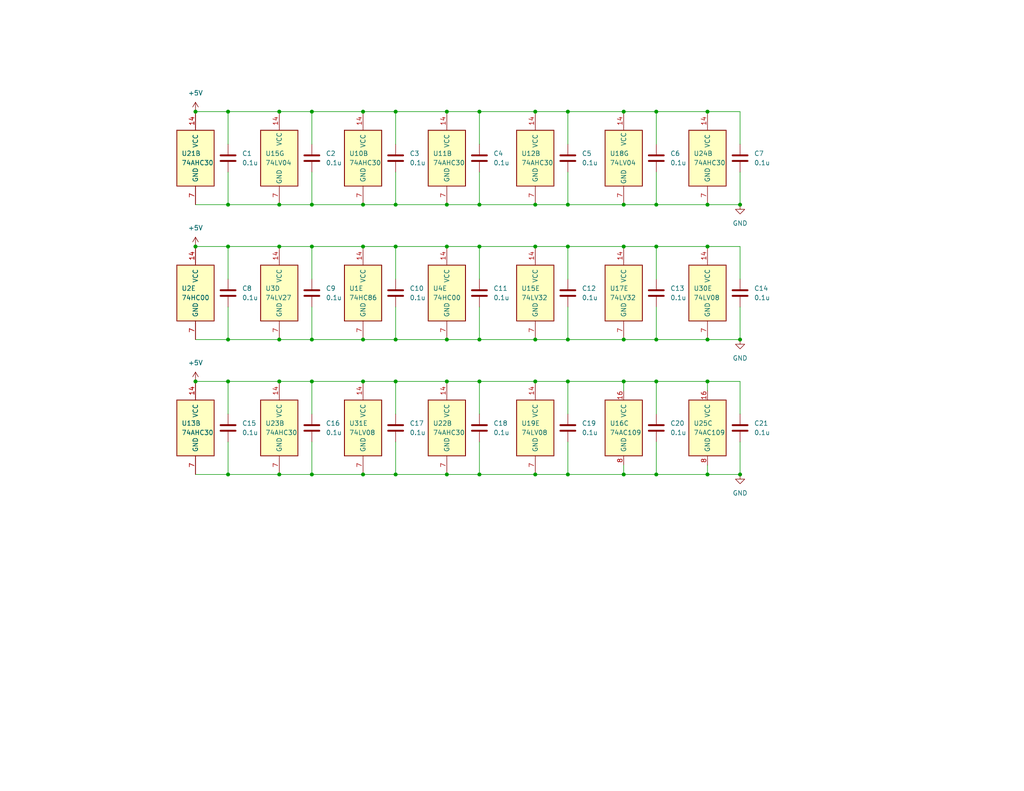
<source format=kicad_sch>
(kicad_sch (version 20230121) (generator eeschema)

  (uuid 63b8e0ab-e142-4ddc-a137-8a78c5971e17)

  (paper "USLetter")

  (title_block
    (title "6502 Framebuffer: Power")
  )

  (lib_symbols
    (symbol "74xx:74HC00" (pin_names (offset 1.016)) (in_bom yes) (on_board yes)
      (property "Reference" "U" (at 0 1.27 0)
        (effects (font (size 1.27 1.27)))
      )
      (property "Value" "74HC00" (at 0 -1.27 0)
        (effects (font (size 1.27 1.27)))
      )
      (property "Footprint" "" (at 0 0 0)
        (effects (font (size 1.27 1.27)) hide)
      )
      (property "Datasheet" "http://www.ti.com/lit/gpn/sn74hc00" (at 0 0 0)
        (effects (font (size 1.27 1.27)) hide)
      )
      (property "ki_locked" "" (at 0 0 0)
        (effects (font (size 1.27 1.27)))
      )
      (property "ki_keywords" "HCMOS nand 2-input" (at 0 0 0)
        (effects (font (size 1.27 1.27)) hide)
      )
      (property "ki_description" "quad 2-input NAND gate" (at 0 0 0)
        (effects (font (size 1.27 1.27)) hide)
      )
      (property "ki_fp_filters" "DIP*W7.62mm* SO14*" (at 0 0 0)
        (effects (font (size 1.27 1.27)) hide)
      )
      (symbol "74HC00_1_1"
        (arc (start 0 -3.81) (mid 3.7934 0) (end 0 3.81)
          (stroke (width 0.254) (type default))
          (fill (type background))
        )
        (polyline
          (pts
            (xy 0 3.81)
            (xy -3.81 3.81)
            (xy -3.81 -3.81)
            (xy 0 -3.81)
          )
          (stroke (width 0.254) (type default))
          (fill (type background))
        )
        (pin input line (at -7.62 2.54 0) (length 3.81)
          (name "~" (effects (font (size 1.27 1.27))))
          (number "1" (effects (font (size 1.27 1.27))))
        )
        (pin input line (at -7.62 -2.54 0) (length 3.81)
          (name "~" (effects (font (size 1.27 1.27))))
          (number "2" (effects (font (size 1.27 1.27))))
        )
        (pin output inverted (at 7.62 0 180) (length 3.81)
          (name "~" (effects (font (size 1.27 1.27))))
          (number "3" (effects (font (size 1.27 1.27))))
        )
      )
      (symbol "74HC00_1_2"
        (arc (start -3.81 -3.81) (mid -2.589 0) (end -3.81 3.81)
          (stroke (width 0.254) (type default))
          (fill (type none))
        )
        (arc (start -0.6096 -3.81) (mid 2.1842 -2.5851) (end 3.81 0)
          (stroke (width 0.254) (type default))
          (fill (type background))
        )
        (polyline
          (pts
            (xy -3.81 -3.81)
            (xy -0.635 -3.81)
          )
          (stroke (width 0.254) (type default))
          (fill (type background))
        )
        (polyline
          (pts
            (xy -3.81 3.81)
            (xy -0.635 3.81)
          )
          (stroke (width 0.254) (type default))
          (fill (type background))
        )
        (polyline
          (pts
            (xy -0.635 3.81)
            (xy -3.81 3.81)
            (xy -3.81 3.81)
            (xy -3.556 3.4036)
            (xy -3.0226 2.2606)
            (xy -2.6924 1.0414)
            (xy -2.6162 -0.254)
            (xy -2.7686 -1.4986)
            (xy -3.175 -2.7178)
            (xy -3.81 -3.81)
            (xy -3.81 -3.81)
            (xy -0.635 -3.81)
          )
          (stroke (width -25.4) (type default))
          (fill (type background))
        )
        (arc (start 3.81 0) (mid 2.1915 2.5936) (end -0.6096 3.81)
          (stroke (width 0.254) (type default))
          (fill (type background))
        )
        (pin input inverted (at -7.62 2.54 0) (length 4.318)
          (name "~" (effects (font (size 1.27 1.27))))
          (number "1" (effects (font (size 1.27 1.27))))
        )
        (pin input inverted (at -7.62 -2.54 0) (length 4.318)
          (name "~" (effects (font (size 1.27 1.27))))
          (number "2" (effects (font (size 1.27 1.27))))
        )
        (pin output line (at 7.62 0 180) (length 3.81)
          (name "~" (effects (font (size 1.27 1.27))))
          (number "3" (effects (font (size 1.27 1.27))))
        )
      )
      (symbol "74HC00_2_1"
        (arc (start 0 -3.81) (mid 3.7934 0) (end 0 3.81)
          (stroke (width 0.254) (type default))
          (fill (type background))
        )
        (polyline
          (pts
            (xy 0 3.81)
            (xy -3.81 3.81)
            (xy -3.81 -3.81)
            (xy 0 -3.81)
          )
          (stroke (width 0.254) (type default))
          (fill (type background))
        )
        (pin input line (at -7.62 2.54 0) (length 3.81)
          (name "~" (effects (font (size 1.27 1.27))))
          (number "4" (effects (font (size 1.27 1.27))))
        )
        (pin input line (at -7.62 -2.54 0) (length 3.81)
          (name "~" (effects (font (size 1.27 1.27))))
          (number "5" (effects (font (size 1.27 1.27))))
        )
        (pin output inverted (at 7.62 0 180) (length 3.81)
          (name "~" (effects (font (size 1.27 1.27))))
          (number "6" (effects (font (size 1.27 1.27))))
        )
      )
      (symbol "74HC00_2_2"
        (arc (start -3.81 -3.81) (mid -2.589 0) (end -3.81 3.81)
          (stroke (width 0.254) (type default))
          (fill (type none))
        )
        (arc (start -0.6096 -3.81) (mid 2.1842 -2.5851) (end 3.81 0)
          (stroke (width 0.254) (type default))
          (fill (type background))
        )
        (polyline
          (pts
            (xy -3.81 -3.81)
            (xy -0.635 -3.81)
          )
          (stroke (width 0.254) (type default))
          (fill (type background))
        )
        (polyline
          (pts
            (xy -3.81 3.81)
            (xy -0.635 3.81)
          )
          (stroke (width 0.254) (type default))
          (fill (type background))
        )
        (polyline
          (pts
            (xy -0.635 3.81)
            (xy -3.81 3.81)
            (xy -3.81 3.81)
            (xy -3.556 3.4036)
            (xy -3.0226 2.2606)
            (xy -2.6924 1.0414)
            (xy -2.6162 -0.254)
            (xy -2.7686 -1.4986)
            (xy -3.175 -2.7178)
            (xy -3.81 -3.81)
            (xy -3.81 -3.81)
            (xy -0.635 -3.81)
          )
          (stroke (width -25.4) (type default))
          (fill (type background))
        )
        (arc (start 3.81 0) (mid 2.1915 2.5936) (end -0.6096 3.81)
          (stroke (width 0.254) (type default))
          (fill (type background))
        )
        (pin input inverted (at -7.62 2.54 0) (length 4.318)
          (name "~" (effects (font (size 1.27 1.27))))
          (number "4" (effects (font (size 1.27 1.27))))
        )
        (pin input inverted (at -7.62 -2.54 0) (length 4.318)
          (name "~" (effects (font (size 1.27 1.27))))
          (number "5" (effects (font (size 1.27 1.27))))
        )
        (pin output line (at 7.62 0 180) (length 3.81)
          (name "~" (effects (font (size 1.27 1.27))))
          (number "6" (effects (font (size 1.27 1.27))))
        )
      )
      (symbol "74HC00_3_1"
        (arc (start 0 -3.81) (mid 3.7934 0) (end 0 3.81)
          (stroke (width 0.254) (type default))
          (fill (type background))
        )
        (polyline
          (pts
            (xy 0 3.81)
            (xy -3.81 3.81)
            (xy -3.81 -3.81)
            (xy 0 -3.81)
          )
          (stroke (width 0.254) (type default))
          (fill (type background))
        )
        (pin input line (at -7.62 -2.54 0) (length 3.81)
          (name "~" (effects (font (size 1.27 1.27))))
          (number "10" (effects (font (size 1.27 1.27))))
        )
        (pin output inverted (at 7.62 0 180) (length 3.81)
          (name "~" (effects (font (size 1.27 1.27))))
          (number "8" (effects (font (size 1.27 1.27))))
        )
        (pin input line (at -7.62 2.54 0) (length 3.81)
          (name "~" (effects (font (size 1.27 1.27))))
          (number "9" (effects (font (size 1.27 1.27))))
        )
      )
      (symbol "74HC00_3_2"
        (arc (start -3.81 -3.81) (mid -2.589 0) (end -3.81 3.81)
          (stroke (width 0.254) (type default))
          (fill (type none))
        )
        (arc (start -0.6096 -3.81) (mid 2.1842 -2.5851) (end 3.81 0)
          (stroke (width 0.254) (type default))
          (fill (type background))
        )
        (polyline
          (pts
            (xy -3.81 -3.81)
            (xy -0.635 -3.81)
          )
          (stroke (width 0.254) (type default))
          (fill (type background))
        )
        (polyline
          (pts
            (xy -3.81 3.81)
            (xy -0.635 3.81)
          )
          (stroke (width 0.254) (type default))
          (fill (type background))
        )
        (polyline
          (pts
            (xy -0.635 3.81)
            (xy -3.81 3.81)
            (xy -3.81 3.81)
            (xy -3.556 3.4036)
            (xy -3.0226 2.2606)
            (xy -2.6924 1.0414)
            (xy -2.6162 -0.254)
            (xy -2.7686 -1.4986)
            (xy -3.175 -2.7178)
            (xy -3.81 -3.81)
            (xy -3.81 -3.81)
            (xy -0.635 -3.81)
          )
          (stroke (width -25.4) (type default))
          (fill (type background))
        )
        (arc (start 3.81 0) (mid 2.1915 2.5936) (end -0.6096 3.81)
          (stroke (width 0.254) (type default))
          (fill (type background))
        )
        (pin input inverted (at -7.62 -2.54 0) (length 4.318)
          (name "~" (effects (font (size 1.27 1.27))))
          (number "10" (effects (font (size 1.27 1.27))))
        )
        (pin output line (at 7.62 0 180) (length 3.81)
          (name "~" (effects (font (size 1.27 1.27))))
          (number "8" (effects (font (size 1.27 1.27))))
        )
        (pin input inverted (at -7.62 2.54 0) (length 4.318)
          (name "~" (effects (font (size 1.27 1.27))))
          (number "9" (effects (font (size 1.27 1.27))))
        )
      )
      (symbol "74HC00_4_1"
        (arc (start 0 -3.81) (mid 3.7934 0) (end 0 3.81)
          (stroke (width 0.254) (type default))
          (fill (type background))
        )
        (polyline
          (pts
            (xy 0 3.81)
            (xy -3.81 3.81)
            (xy -3.81 -3.81)
            (xy 0 -3.81)
          )
          (stroke (width 0.254) (type default))
          (fill (type background))
        )
        (pin output inverted (at 7.62 0 180) (length 3.81)
          (name "~" (effects (font (size 1.27 1.27))))
          (number "11" (effects (font (size 1.27 1.27))))
        )
        (pin input line (at -7.62 2.54 0) (length 3.81)
          (name "~" (effects (font (size 1.27 1.27))))
          (number "12" (effects (font (size 1.27 1.27))))
        )
        (pin input line (at -7.62 -2.54 0) (length 3.81)
          (name "~" (effects (font (size 1.27 1.27))))
          (number "13" (effects (font (size 1.27 1.27))))
        )
      )
      (symbol "74HC00_4_2"
        (arc (start -3.81 -3.81) (mid -2.589 0) (end -3.81 3.81)
          (stroke (width 0.254) (type default))
          (fill (type none))
        )
        (arc (start -0.6096 -3.81) (mid 2.1842 -2.5851) (end 3.81 0)
          (stroke (width 0.254) (type default))
          (fill (type background))
        )
        (polyline
          (pts
            (xy -3.81 -3.81)
            (xy -0.635 -3.81)
          )
          (stroke (width 0.254) (type default))
          (fill (type background))
        )
        (polyline
          (pts
            (xy -3.81 3.81)
            (xy -0.635 3.81)
          )
          (stroke (width 0.254) (type default))
          (fill (type background))
        )
        (polyline
          (pts
            (xy -0.635 3.81)
            (xy -3.81 3.81)
            (xy -3.81 3.81)
            (xy -3.556 3.4036)
            (xy -3.0226 2.2606)
            (xy -2.6924 1.0414)
            (xy -2.6162 -0.254)
            (xy -2.7686 -1.4986)
            (xy -3.175 -2.7178)
            (xy -3.81 -3.81)
            (xy -3.81 -3.81)
            (xy -0.635 -3.81)
          )
          (stroke (width -25.4) (type default))
          (fill (type background))
        )
        (arc (start 3.81 0) (mid 2.1915 2.5936) (end -0.6096 3.81)
          (stroke (width 0.254) (type default))
          (fill (type background))
        )
        (pin output line (at 7.62 0 180) (length 3.81)
          (name "~" (effects (font (size 1.27 1.27))))
          (number "11" (effects (font (size 1.27 1.27))))
        )
        (pin input inverted (at -7.62 2.54 0) (length 4.318)
          (name "~" (effects (font (size 1.27 1.27))))
          (number "12" (effects (font (size 1.27 1.27))))
        )
        (pin input inverted (at -7.62 -2.54 0) (length 4.318)
          (name "~" (effects (font (size 1.27 1.27))))
          (number "13" (effects (font (size 1.27 1.27))))
        )
      )
      (symbol "74HC00_5_0"
        (pin power_in line (at 0 12.7 270) (length 5.08)
          (name "VCC" (effects (font (size 1.27 1.27))))
          (number "14" (effects (font (size 1.27 1.27))))
        )
        (pin power_in line (at 0 -12.7 90) (length 5.08)
          (name "GND" (effects (font (size 1.27 1.27))))
          (number "7" (effects (font (size 1.27 1.27))))
        )
      )
      (symbol "74HC00_5_1"
        (rectangle (start -5.08 7.62) (end 5.08 -7.62)
          (stroke (width 0.254) (type default))
          (fill (type background))
        )
      )
    )
    (symbol "74xx:74HC04" (in_bom yes) (on_board yes)
      (property "Reference" "U" (at 0 1.27 0)
        (effects (font (size 1.27 1.27)))
      )
      (property "Value" "74HC04" (at 0 -1.27 0)
        (effects (font (size 1.27 1.27)))
      )
      (property "Footprint" "" (at 0 0 0)
        (effects (font (size 1.27 1.27)) hide)
      )
      (property "Datasheet" "https://assets.nexperia.com/documents/data-sheet/74HC_HCT04.pdf" (at 0 0 0)
        (effects (font (size 1.27 1.27)) hide)
      )
      (property "ki_locked" "" (at 0 0 0)
        (effects (font (size 1.27 1.27)))
      )
      (property "ki_keywords" "HCMOS not inv" (at 0 0 0)
        (effects (font (size 1.27 1.27)) hide)
      )
      (property "ki_description" "Hex Inverter" (at 0 0 0)
        (effects (font (size 1.27 1.27)) hide)
      )
      (property "ki_fp_filters" "DIP*W7.62mm* SSOP?14* TSSOP?14*" (at 0 0 0)
        (effects (font (size 1.27 1.27)) hide)
      )
      (symbol "74HC04_1_0"
        (polyline
          (pts
            (xy -3.81 3.81)
            (xy -3.81 -3.81)
            (xy 3.81 0)
            (xy -3.81 3.81)
          )
          (stroke (width 0.254) (type default))
          (fill (type background))
        )
        (pin input line (at -7.62 0 0) (length 3.81)
          (name "~" (effects (font (size 1.27 1.27))))
          (number "1" (effects (font (size 1.27 1.27))))
        )
        (pin output inverted (at 7.62 0 180) (length 3.81)
          (name "~" (effects (font (size 1.27 1.27))))
          (number "2" (effects (font (size 1.27 1.27))))
        )
      )
      (symbol "74HC04_2_0"
        (polyline
          (pts
            (xy -3.81 3.81)
            (xy -3.81 -3.81)
            (xy 3.81 0)
            (xy -3.81 3.81)
          )
          (stroke (width 0.254) (type default))
          (fill (type background))
        )
        (pin input line (at -7.62 0 0) (length 3.81)
          (name "~" (effects (font (size 1.27 1.27))))
          (number "3" (effects (font (size 1.27 1.27))))
        )
        (pin output inverted (at 7.62 0 180) (length 3.81)
          (name "~" (effects (font (size 1.27 1.27))))
          (number "4" (effects (font (size 1.27 1.27))))
        )
      )
      (symbol "74HC04_3_0"
        (polyline
          (pts
            (xy -3.81 3.81)
            (xy -3.81 -3.81)
            (xy 3.81 0)
            (xy -3.81 3.81)
          )
          (stroke (width 0.254) (type default))
          (fill (type background))
        )
        (pin input line (at -7.62 0 0) (length 3.81)
          (name "~" (effects (font (size 1.27 1.27))))
          (number "5" (effects (font (size 1.27 1.27))))
        )
        (pin output inverted (at 7.62 0 180) (length 3.81)
          (name "~" (effects (font (size 1.27 1.27))))
          (number "6" (effects (font (size 1.27 1.27))))
        )
      )
      (symbol "74HC04_4_0"
        (polyline
          (pts
            (xy -3.81 3.81)
            (xy -3.81 -3.81)
            (xy 3.81 0)
            (xy -3.81 3.81)
          )
          (stroke (width 0.254) (type default))
          (fill (type background))
        )
        (pin output inverted (at 7.62 0 180) (length 3.81)
          (name "~" (effects (font (size 1.27 1.27))))
          (number "8" (effects (font (size 1.27 1.27))))
        )
        (pin input line (at -7.62 0 0) (length 3.81)
          (name "~" (effects (font (size 1.27 1.27))))
          (number "9" (effects (font (size 1.27 1.27))))
        )
      )
      (symbol "74HC04_5_0"
        (polyline
          (pts
            (xy -3.81 3.81)
            (xy -3.81 -3.81)
            (xy 3.81 0)
            (xy -3.81 3.81)
          )
          (stroke (width 0.254) (type default))
          (fill (type background))
        )
        (pin output inverted (at 7.62 0 180) (length 3.81)
          (name "~" (effects (font (size 1.27 1.27))))
          (number "10" (effects (font (size 1.27 1.27))))
        )
        (pin input line (at -7.62 0 0) (length 3.81)
          (name "~" (effects (font (size 1.27 1.27))))
          (number "11" (effects (font (size 1.27 1.27))))
        )
      )
      (symbol "74HC04_6_0"
        (polyline
          (pts
            (xy -3.81 3.81)
            (xy -3.81 -3.81)
            (xy 3.81 0)
            (xy -3.81 3.81)
          )
          (stroke (width 0.254) (type default))
          (fill (type background))
        )
        (pin output inverted (at 7.62 0 180) (length 3.81)
          (name "~" (effects (font (size 1.27 1.27))))
          (number "12" (effects (font (size 1.27 1.27))))
        )
        (pin input line (at -7.62 0 0) (length 3.81)
          (name "~" (effects (font (size 1.27 1.27))))
          (number "13" (effects (font (size 1.27 1.27))))
        )
      )
      (symbol "74HC04_7_0"
        (pin power_in line (at 0 12.7 270) (length 5.08)
          (name "VCC" (effects (font (size 1.27 1.27))))
          (number "14" (effects (font (size 1.27 1.27))))
        )
        (pin power_in line (at 0 -12.7 90) (length 5.08)
          (name "GND" (effects (font (size 1.27 1.27))))
          (number "7" (effects (font (size 1.27 1.27))))
        )
      )
      (symbol "74HC04_7_1"
        (rectangle (start -5.08 7.62) (end 5.08 -7.62)
          (stroke (width 0.254) (type default))
          (fill (type background))
        )
      )
    )
    (symbol "74xx:74HC86" (pin_names (offset 1.016)) (in_bom yes) (on_board yes)
      (property "Reference" "U" (at 0 1.27 0)
        (effects (font (size 1.27 1.27)))
      )
      (property "Value" "74HC86" (at 0 -1.27 0)
        (effects (font (size 1.27 1.27)))
      )
      (property "Footprint" "" (at 0 0 0)
        (effects (font (size 1.27 1.27)) hide)
      )
      (property "Datasheet" "http://www.ti.com/lit/gpn/sn74HC86" (at 0 0 0)
        (effects (font (size 1.27 1.27)) hide)
      )
      (property "ki_locked" "" (at 0 0 0)
        (effects (font (size 1.27 1.27)))
      )
      (property "ki_keywords" "TTL XOR2" (at 0 0 0)
        (effects (font (size 1.27 1.27)) hide)
      )
      (property "ki_description" "Quad 2-input XOR" (at 0 0 0)
        (effects (font (size 1.27 1.27)) hide)
      )
      (property "ki_fp_filters" "DIP*W7.62mm*" (at 0 0 0)
        (effects (font (size 1.27 1.27)) hide)
      )
      (symbol "74HC86_1_0"
        (arc (start -4.4196 -3.81) (mid -3.2033 0) (end -4.4196 3.81)
          (stroke (width 0.254) (type default))
          (fill (type none))
        )
        (arc (start -3.81 -3.81) (mid -2.589 0) (end -3.81 3.81)
          (stroke (width 0.254) (type default))
          (fill (type none))
        )
        (arc (start -0.6096 -3.81) (mid 2.1842 -2.5851) (end 3.81 0)
          (stroke (width 0.254) (type default))
          (fill (type background))
        )
        (polyline
          (pts
            (xy -3.81 -3.81)
            (xy -0.635 -3.81)
          )
          (stroke (width 0.254) (type default))
          (fill (type background))
        )
        (polyline
          (pts
            (xy -3.81 3.81)
            (xy -0.635 3.81)
          )
          (stroke (width 0.254) (type default))
          (fill (type background))
        )
        (polyline
          (pts
            (xy -0.635 3.81)
            (xy -3.81 3.81)
            (xy -3.81 3.81)
            (xy -3.556 3.4036)
            (xy -3.0226 2.2606)
            (xy -2.6924 1.0414)
            (xy -2.6162 -0.254)
            (xy -2.7686 -1.4986)
            (xy -3.175 -2.7178)
            (xy -3.81 -3.81)
            (xy -3.81 -3.81)
            (xy -0.635 -3.81)
          )
          (stroke (width -25.4) (type default))
          (fill (type background))
        )
        (arc (start 3.81 0) (mid 2.1915 2.5936) (end -0.6096 3.81)
          (stroke (width 0.254) (type default))
          (fill (type background))
        )
        (pin input line (at -7.62 2.54 0) (length 4.445)
          (name "~" (effects (font (size 1.27 1.27))))
          (number "1" (effects (font (size 1.27 1.27))))
        )
        (pin input line (at -7.62 -2.54 0) (length 4.445)
          (name "~" (effects (font (size 1.27 1.27))))
          (number "2" (effects (font (size 1.27 1.27))))
        )
        (pin output line (at 7.62 0 180) (length 3.81)
          (name "~" (effects (font (size 1.27 1.27))))
          (number "3" (effects (font (size 1.27 1.27))))
        )
      )
      (symbol "74HC86_1_1"
        (polyline
          (pts
            (xy -3.81 -2.54)
            (xy -3.175 -2.54)
          )
          (stroke (width 0.1524) (type default))
          (fill (type none))
        )
        (polyline
          (pts
            (xy -3.81 2.54)
            (xy -3.175 2.54)
          )
          (stroke (width 0.1524) (type default))
          (fill (type none))
        )
      )
      (symbol "74HC86_2_0"
        (arc (start -4.4196 -3.81) (mid -3.2033 0) (end -4.4196 3.81)
          (stroke (width 0.254) (type default))
          (fill (type none))
        )
        (arc (start -3.81 -3.81) (mid -2.589 0) (end -3.81 3.81)
          (stroke (width 0.254) (type default))
          (fill (type none))
        )
        (arc (start -0.6096 -3.81) (mid 2.1842 -2.5851) (end 3.81 0)
          (stroke (width 0.254) (type default))
          (fill (type background))
        )
        (polyline
          (pts
            (xy -3.81 -3.81)
            (xy -0.635 -3.81)
          )
          (stroke (width 0.254) (type default))
          (fill (type background))
        )
        (polyline
          (pts
            (xy -3.81 3.81)
            (xy -0.635 3.81)
          )
          (stroke (width 0.254) (type default))
          (fill (type background))
        )
        (polyline
          (pts
            (xy -0.635 3.81)
            (xy -3.81 3.81)
            (xy -3.81 3.81)
            (xy -3.556 3.4036)
            (xy -3.0226 2.2606)
            (xy -2.6924 1.0414)
            (xy -2.6162 -0.254)
            (xy -2.7686 -1.4986)
            (xy -3.175 -2.7178)
            (xy -3.81 -3.81)
            (xy -3.81 -3.81)
            (xy -0.635 -3.81)
          )
          (stroke (width -25.4) (type default))
          (fill (type background))
        )
        (arc (start 3.81 0) (mid 2.1915 2.5936) (end -0.6096 3.81)
          (stroke (width 0.254) (type default))
          (fill (type background))
        )
        (pin input line (at -7.62 2.54 0) (length 4.445)
          (name "~" (effects (font (size 1.27 1.27))))
          (number "4" (effects (font (size 1.27 1.27))))
        )
        (pin input line (at -7.62 -2.54 0) (length 4.445)
          (name "~" (effects (font (size 1.27 1.27))))
          (number "5" (effects (font (size 1.27 1.27))))
        )
        (pin output line (at 7.62 0 180) (length 3.81)
          (name "~" (effects (font (size 1.27 1.27))))
          (number "6" (effects (font (size 1.27 1.27))))
        )
      )
      (symbol "74HC86_2_1"
        (polyline
          (pts
            (xy -3.81 -2.54)
            (xy -3.175 -2.54)
          )
          (stroke (width 0.1524) (type default))
          (fill (type none))
        )
        (polyline
          (pts
            (xy -3.81 2.54)
            (xy -3.175 2.54)
          )
          (stroke (width 0.1524) (type default))
          (fill (type none))
        )
      )
      (symbol "74HC86_3_0"
        (arc (start -4.4196 -3.81) (mid -3.2033 0) (end -4.4196 3.81)
          (stroke (width 0.254) (type default))
          (fill (type none))
        )
        (arc (start -3.81 -3.81) (mid -2.589 0) (end -3.81 3.81)
          (stroke (width 0.254) (type default))
          (fill (type none))
        )
        (arc (start -0.6096 -3.81) (mid 2.1842 -2.5851) (end 3.81 0)
          (stroke (width 0.254) (type default))
          (fill (type background))
        )
        (polyline
          (pts
            (xy -3.81 -3.81)
            (xy -0.635 -3.81)
          )
          (stroke (width 0.254) (type default))
          (fill (type background))
        )
        (polyline
          (pts
            (xy -3.81 3.81)
            (xy -0.635 3.81)
          )
          (stroke (width 0.254) (type default))
          (fill (type background))
        )
        (polyline
          (pts
            (xy -0.635 3.81)
            (xy -3.81 3.81)
            (xy -3.81 3.81)
            (xy -3.556 3.4036)
            (xy -3.0226 2.2606)
            (xy -2.6924 1.0414)
            (xy -2.6162 -0.254)
            (xy -2.7686 -1.4986)
            (xy -3.175 -2.7178)
            (xy -3.81 -3.81)
            (xy -3.81 -3.81)
            (xy -0.635 -3.81)
          )
          (stroke (width -25.4) (type default))
          (fill (type background))
        )
        (arc (start 3.81 0) (mid 2.1915 2.5936) (end -0.6096 3.81)
          (stroke (width 0.254) (type default))
          (fill (type background))
        )
        (pin input line (at -7.62 -2.54 0) (length 4.445)
          (name "~" (effects (font (size 1.27 1.27))))
          (number "10" (effects (font (size 1.27 1.27))))
        )
        (pin output line (at 7.62 0 180) (length 3.81)
          (name "~" (effects (font (size 1.27 1.27))))
          (number "8" (effects (font (size 1.27 1.27))))
        )
        (pin input line (at -7.62 2.54 0) (length 4.445)
          (name "~" (effects (font (size 1.27 1.27))))
          (number "9" (effects (font (size 1.27 1.27))))
        )
      )
      (symbol "74HC86_3_1"
        (polyline
          (pts
            (xy -3.81 -2.54)
            (xy -3.175 -2.54)
          )
          (stroke (width 0.1524) (type default))
          (fill (type none))
        )
        (polyline
          (pts
            (xy -3.81 2.54)
            (xy -3.175 2.54)
          )
          (stroke (width 0.1524) (type default))
          (fill (type none))
        )
      )
      (symbol "74HC86_4_0"
        (arc (start -4.4196 -3.81) (mid -3.2033 0) (end -4.4196 3.81)
          (stroke (width 0.254) (type default))
          (fill (type none))
        )
        (arc (start -3.81 -3.81) (mid -2.589 0) (end -3.81 3.81)
          (stroke (width 0.254) (type default))
          (fill (type none))
        )
        (arc (start -0.6096 -3.81) (mid 2.1842 -2.5851) (end 3.81 0)
          (stroke (width 0.254) (type default))
          (fill (type background))
        )
        (polyline
          (pts
            (xy -3.81 -3.81)
            (xy -0.635 -3.81)
          )
          (stroke (width 0.254) (type default))
          (fill (type background))
        )
        (polyline
          (pts
            (xy -3.81 3.81)
            (xy -0.635 3.81)
          )
          (stroke (width 0.254) (type default))
          (fill (type background))
        )
        (polyline
          (pts
            (xy -0.635 3.81)
            (xy -3.81 3.81)
            (xy -3.81 3.81)
            (xy -3.556 3.4036)
            (xy -3.0226 2.2606)
            (xy -2.6924 1.0414)
            (xy -2.6162 -0.254)
            (xy -2.7686 -1.4986)
            (xy -3.175 -2.7178)
            (xy -3.81 -3.81)
            (xy -3.81 -3.81)
            (xy -0.635 -3.81)
          )
          (stroke (width -25.4) (type default))
          (fill (type background))
        )
        (arc (start 3.81 0) (mid 2.1915 2.5936) (end -0.6096 3.81)
          (stroke (width 0.254) (type default))
          (fill (type background))
        )
        (pin output line (at 7.62 0 180) (length 3.81)
          (name "~" (effects (font (size 1.27 1.27))))
          (number "11" (effects (font (size 1.27 1.27))))
        )
        (pin input line (at -7.62 2.54 0) (length 4.445)
          (name "~" (effects (font (size 1.27 1.27))))
          (number "12" (effects (font (size 1.27 1.27))))
        )
        (pin input line (at -7.62 -2.54 0) (length 4.445)
          (name "~" (effects (font (size 1.27 1.27))))
          (number "13" (effects (font (size 1.27 1.27))))
        )
      )
      (symbol "74HC86_4_1"
        (polyline
          (pts
            (xy -3.81 -2.54)
            (xy -3.175 -2.54)
          )
          (stroke (width 0.1524) (type default))
          (fill (type none))
        )
        (polyline
          (pts
            (xy -3.81 2.54)
            (xy -3.175 2.54)
          )
          (stroke (width 0.1524) (type default))
          (fill (type none))
        )
      )
      (symbol "74HC86_5_0"
        (pin power_in line (at 0 12.7 270) (length 5.08)
          (name "VCC" (effects (font (size 1.27 1.27))))
          (number "14" (effects (font (size 1.27 1.27))))
        )
        (pin power_in line (at 0 -12.7 90) (length 5.08)
          (name "GND" (effects (font (size 1.27 1.27))))
          (number "7" (effects (font (size 1.27 1.27))))
        )
      )
      (symbol "74HC86_5_1"
        (rectangle (start -5.08 7.62) (end 5.08 -7.62)
          (stroke (width 0.254) (type default))
          (fill (type background))
        )
      )
    )
    (symbol "74xx:74LS04" (in_bom yes) (on_board yes)
      (property "Reference" "U" (at 0 1.27 0)
        (effects (font (size 1.27 1.27)))
      )
      (property "Value" "74LS04" (at 0 -1.27 0)
        (effects (font (size 1.27 1.27)))
      )
      (property "Footprint" "" (at 0 0 0)
        (effects (font (size 1.27 1.27)) hide)
      )
      (property "Datasheet" "http://www.ti.com/lit/gpn/sn74LS04" (at 0 0 0)
        (effects (font (size 1.27 1.27)) hide)
      )
      (property "ki_locked" "" (at 0 0 0)
        (effects (font (size 1.27 1.27)))
      )
      (property "ki_keywords" "TTL not inv" (at 0 0 0)
        (effects (font (size 1.27 1.27)) hide)
      )
      (property "ki_description" "Hex Inverter" (at 0 0 0)
        (effects (font (size 1.27 1.27)) hide)
      )
      (property "ki_fp_filters" "DIP*W7.62mm* SSOP?14* TSSOP?14*" (at 0 0 0)
        (effects (font (size 1.27 1.27)) hide)
      )
      (symbol "74LS04_1_0"
        (polyline
          (pts
            (xy -3.81 3.81)
            (xy -3.81 -3.81)
            (xy 3.81 0)
            (xy -3.81 3.81)
          )
          (stroke (width 0.254) (type default))
          (fill (type background))
        )
        (pin input line (at -7.62 0 0) (length 3.81)
          (name "~" (effects (font (size 1.27 1.27))))
          (number "1" (effects (font (size 1.27 1.27))))
        )
        (pin output inverted (at 7.62 0 180) (length 3.81)
          (name "~" (effects (font (size 1.27 1.27))))
          (number "2" (effects (font (size 1.27 1.27))))
        )
      )
      (symbol "74LS04_2_0"
        (polyline
          (pts
            (xy -3.81 3.81)
            (xy -3.81 -3.81)
            (xy 3.81 0)
            (xy -3.81 3.81)
          )
          (stroke (width 0.254) (type default))
          (fill (type background))
        )
        (pin input line (at -7.62 0 0) (length 3.81)
          (name "~" (effects (font (size 1.27 1.27))))
          (number "3" (effects (font (size 1.27 1.27))))
        )
        (pin output inverted (at 7.62 0 180) (length 3.81)
          (name "~" (effects (font (size 1.27 1.27))))
          (number "4" (effects (font (size 1.27 1.27))))
        )
      )
      (symbol "74LS04_3_0"
        (polyline
          (pts
            (xy -3.81 3.81)
            (xy -3.81 -3.81)
            (xy 3.81 0)
            (xy -3.81 3.81)
          )
          (stroke (width 0.254) (type default))
          (fill (type background))
        )
        (pin input line (at -7.62 0 0) (length 3.81)
          (name "~" (effects (font (size 1.27 1.27))))
          (number "5" (effects (font (size 1.27 1.27))))
        )
        (pin output inverted (at 7.62 0 180) (length 3.81)
          (name "~" (effects (font (size 1.27 1.27))))
          (number "6" (effects (font (size 1.27 1.27))))
        )
      )
      (symbol "74LS04_4_0"
        (polyline
          (pts
            (xy -3.81 3.81)
            (xy -3.81 -3.81)
            (xy 3.81 0)
            (xy -3.81 3.81)
          )
          (stroke (width 0.254) (type default))
          (fill (type background))
        )
        (pin output inverted (at 7.62 0 180) (length 3.81)
          (name "~" (effects (font (size 1.27 1.27))))
          (number "8" (effects (font (size 1.27 1.27))))
        )
        (pin input line (at -7.62 0 0) (length 3.81)
          (name "~" (effects (font (size 1.27 1.27))))
          (number "9" (effects (font (size 1.27 1.27))))
        )
      )
      (symbol "74LS04_5_0"
        (polyline
          (pts
            (xy -3.81 3.81)
            (xy -3.81 -3.81)
            (xy 3.81 0)
            (xy -3.81 3.81)
          )
          (stroke (width 0.254) (type default))
          (fill (type background))
        )
        (pin output inverted (at 7.62 0 180) (length 3.81)
          (name "~" (effects (font (size 1.27 1.27))))
          (number "10" (effects (font (size 1.27 1.27))))
        )
        (pin input line (at -7.62 0 0) (length 3.81)
          (name "~" (effects (font (size 1.27 1.27))))
          (number "11" (effects (font (size 1.27 1.27))))
        )
      )
      (symbol "74LS04_6_0"
        (polyline
          (pts
            (xy -3.81 3.81)
            (xy -3.81 -3.81)
            (xy 3.81 0)
            (xy -3.81 3.81)
          )
          (stroke (width 0.254) (type default))
          (fill (type background))
        )
        (pin output inverted (at 7.62 0 180) (length 3.81)
          (name "~" (effects (font (size 1.27 1.27))))
          (number "12" (effects (font (size 1.27 1.27))))
        )
        (pin input line (at -7.62 0 0) (length 3.81)
          (name "~" (effects (font (size 1.27 1.27))))
          (number "13" (effects (font (size 1.27 1.27))))
        )
      )
      (symbol "74LS04_7_0"
        (pin power_in line (at 0 12.7 270) (length 5.08)
          (name "VCC" (effects (font (size 1.27 1.27))))
          (number "14" (effects (font (size 1.27 1.27))))
        )
        (pin power_in line (at 0 -12.7 90) (length 5.08)
          (name "GND" (effects (font (size 1.27 1.27))))
          (number "7" (effects (font (size 1.27 1.27))))
        )
      )
      (symbol "74LS04_7_1"
        (rectangle (start -5.08 7.62) (end 5.08 -7.62)
          (stroke (width 0.254) (type default))
          (fill (type background))
        )
      )
    )
    (symbol "74xx:74LS08" (pin_names (offset 1.016)) (in_bom yes) (on_board yes)
      (property "Reference" "U" (at 0 1.27 0)
        (effects (font (size 1.27 1.27)))
      )
      (property "Value" "74LS08" (at 0 -1.27 0)
        (effects (font (size 1.27 1.27)))
      )
      (property "Footprint" "" (at 0 0 0)
        (effects (font (size 1.27 1.27)) hide)
      )
      (property "Datasheet" "http://www.ti.com/lit/gpn/sn74LS08" (at 0 0 0)
        (effects (font (size 1.27 1.27)) hide)
      )
      (property "ki_locked" "" (at 0 0 0)
        (effects (font (size 1.27 1.27)))
      )
      (property "ki_keywords" "TTL and2" (at 0 0 0)
        (effects (font (size 1.27 1.27)) hide)
      )
      (property "ki_description" "Quad And2" (at 0 0 0)
        (effects (font (size 1.27 1.27)) hide)
      )
      (property "ki_fp_filters" "DIP*W7.62mm*" (at 0 0 0)
        (effects (font (size 1.27 1.27)) hide)
      )
      (symbol "74LS08_1_1"
        (arc (start 0 -3.81) (mid 3.7934 0) (end 0 3.81)
          (stroke (width 0.254) (type default))
          (fill (type background))
        )
        (polyline
          (pts
            (xy 0 3.81)
            (xy -3.81 3.81)
            (xy -3.81 -3.81)
            (xy 0 -3.81)
          )
          (stroke (width 0.254) (type default))
          (fill (type background))
        )
        (pin input line (at -7.62 2.54 0) (length 3.81)
          (name "~" (effects (font (size 1.27 1.27))))
          (number "1" (effects (font (size 1.27 1.27))))
        )
        (pin input line (at -7.62 -2.54 0) (length 3.81)
          (name "~" (effects (font (size 1.27 1.27))))
          (number "2" (effects (font (size 1.27 1.27))))
        )
        (pin output line (at 7.62 0 180) (length 3.81)
          (name "~" (effects (font (size 1.27 1.27))))
          (number "3" (effects (font (size 1.27 1.27))))
        )
      )
      (symbol "74LS08_1_2"
        (arc (start -3.81 -3.81) (mid -2.589 0) (end -3.81 3.81)
          (stroke (width 0.254) (type default))
          (fill (type none))
        )
        (arc (start -0.6096 -3.81) (mid 2.1842 -2.5851) (end 3.81 0)
          (stroke (width 0.254) (type default))
          (fill (type background))
        )
        (polyline
          (pts
            (xy -3.81 -3.81)
            (xy -0.635 -3.81)
          )
          (stroke (width 0.254) (type default))
          (fill (type background))
        )
        (polyline
          (pts
            (xy -3.81 3.81)
            (xy -0.635 3.81)
          )
          (stroke (width 0.254) (type default))
          (fill (type background))
        )
        (polyline
          (pts
            (xy -0.635 3.81)
            (xy -3.81 3.81)
            (xy -3.81 3.81)
            (xy -3.556 3.4036)
            (xy -3.0226 2.2606)
            (xy -2.6924 1.0414)
            (xy -2.6162 -0.254)
            (xy -2.7686 -1.4986)
            (xy -3.175 -2.7178)
            (xy -3.81 -3.81)
            (xy -3.81 -3.81)
            (xy -0.635 -3.81)
          )
          (stroke (width -25.4) (type default))
          (fill (type background))
        )
        (arc (start 3.81 0) (mid 2.1915 2.5936) (end -0.6096 3.81)
          (stroke (width 0.254) (type default))
          (fill (type background))
        )
        (pin input inverted (at -7.62 2.54 0) (length 4.318)
          (name "~" (effects (font (size 1.27 1.27))))
          (number "1" (effects (font (size 1.27 1.27))))
        )
        (pin input inverted (at -7.62 -2.54 0) (length 4.318)
          (name "~" (effects (font (size 1.27 1.27))))
          (number "2" (effects (font (size 1.27 1.27))))
        )
        (pin output inverted (at 7.62 0 180) (length 3.81)
          (name "~" (effects (font (size 1.27 1.27))))
          (number "3" (effects (font (size 1.27 1.27))))
        )
      )
      (symbol "74LS08_2_1"
        (arc (start 0 -3.81) (mid 3.7934 0) (end 0 3.81)
          (stroke (width 0.254) (type default))
          (fill (type background))
        )
        (polyline
          (pts
            (xy 0 3.81)
            (xy -3.81 3.81)
            (xy -3.81 -3.81)
            (xy 0 -3.81)
          )
          (stroke (width 0.254) (type default))
          (fill (type background))
        )
        (pin input line (at -7.62 2.54 0) (length 3.81)
          (name "~" (effects (font (size 1.27 1.27))))
          (number "4" (effects (font (size 1.27 1.27))))
        )
        (pin input line (at -7.62 -2.54 0) (length 3.81)
          (name "~" (effects (font (size 1.27 1.27))))
          (number "5" (effects (font (size 1.27 1.27))))
        )
        (pin output line (at 7.62 0 180) (length 3.81)
          (name "~" (effects (font (size 1.27 1.27))))
          (number "6" (effects (font (size 1.27 1.27))))
        )
      )
      (symbol "74LS08_2_2"
        (arc (start -3.81 -3.81) (mid -2.589 0) (end -3.81 3.81)
          (stroke (width 0.254) (type default))
          (fill (type none))
        )
        (arc (start -0.6096 -3.81) (mid 2.1842 -2.5851) (end 3.81 0)
          (stroke (width 0.254) (type default))
          (fill (type background))
        )
        (polyline
          (pts
            (xy -3.81 -3.81)
            (xy -0.635 -3.81)
          )
          (stroke (width 0.254) (type default))
          (fill (type background))
        )
        (polyline
          (pts
            (xy -3.81 3.81)
            (xy -0.635 3.81)
          )
          (stroke (width 0.254) (type default))
          (fill (type background))
        )
        (polyline
          (pts
            (xy -0.635 3.81)
            (xy -3.81 3.81)
            (xy -3.81 3.81)
            (xy -3.556 3.4036)
            (xy -3.0226 2.2606)
            (xy -2.6924 1.0414)
            (xy -2.6162 -0.254)
            (xy -2.7686 -1.4986)
            (xy -3.175 -2.7178)
            (xy -3.81 -3.81)
            (xy -3.81 -3.81)
            (xy -0.635 -3.81)
          )
          (stroke (width -25.4) (type default))
          (fill (type background))
        )
        (arc (start 3.81 0) (mid 2.1915 2.5936) (end -0.6096 3.81)
          (stroke (width 0.254) (type default))
          (fill (type background))
        )
        (pin input inverted (at -7.62 2.54 0) (length 4.318)
          (name "~" (effects (font (size 1.27 1.27))))
          (number "4" (effects (font (size 1.27 1.27))))
        )
        (pin input inverted (at -7.62 -2.54 0) (length 4.318)
          (name "~" (effects (font (size 1.27 1.27))))
          (number "5" (effects (font (size 1.27 1.27))))
        )
        (pin output inverted (at 7.62 0 180) (length 3.81)
          (name "~" (effects (font (size 1.27 1.27))))
          (number "6" (effects (font (size 1.27 1.27))))
        )
      )
      (symbol "74LS08_3_1"
        (arc (start 0 -3.81) (mid 3.7934 0) (end 0 3.81)
          (stroke (width 0.254) (type default))
          (fill (type background))
        )
        (polyline
          (pts
            (xy 0 3.81)
            (xy -3.81 3.81)
            (xy -3.81 -3.81)
            (xy 0 -3.81)
          )
          (stroke (width 0.254) (type default))
          (fill (type background))
        )
        (pin input line (at -7.62 -2.54 0) (length 3.81)
          (name "~" (effects (font (size 1.27 1.27))))
          (number "10" (effects (font (size 1.27 1.27))))
        )
        (pin output line (at 7.62 0 180) (length 3.81)
          (name "~" (effects (font (size 1.27 1.27))))
          (number "8" (effects (font (size 1.27 1.27))))
        )
        (pin input line (at -7.62 2.54 0) (length 3.81)
          (name "~" (effects (font (size 1.27 1.27))))
          (number "9" (effects (font (size 1.27 1.27))))
        )
      )
      (symbol "74LS08_3_2"
        (arc (start -3.81 -3.81) (mid -2.589 0) (end -3.81 3.81)
          (stroke (width 0.254) (type default))
          (fill (type none))
        )
        (arc (start -0.6096 -3.81) (mid 2.1842 -2.5851) (end 3.81 0)
          (stroke (width 0.254) (type default))
          (fill (type background))
        )
        (polyline
          (pts
            (xy -3.81 -3.81)
            (xy -0.635 -3.81)
          )
          (stroke (width 0.254) (type default))
          (fill (type background))
        )
        (polyline
          (pts
            (xy -3.81 3.81)
            (xy -0.635 3.81)
          )
          (stroke (width 0.254) (type default))
          (fill (type background))
        )
        (polyline
          (pts
            (xy -0.635 3.81)
            (xy -3.81 3.81)
            (xy -3.81 3.81)
            (xy -3.556 3.4036)
            (xy -3.0226 2.2606)
            (xy -2.6924 1.0414)
            (xy -2.6162 -0.254)
            (xy -2.7686 -1.4986)
            (xy -3.175 -2.7178)
            (xy -3.81 -3.81)
            (xy -3.81 -3.81)
            (xy -0.635 -3.81)
          )
          (stroke (width -25.4) (type default))
          (fill (type background))
        )
        (arc (start 3.81 0) (mid 2.1915 2.5936) (end -0.6096 3.81)
          (stroke (width 0.254) (type default))
          (fill (type background))
        )
        (pin input inverted (at -7.62 -2.54 0) (length 4.318)
          (name "~" (effects (font (size 1.27 1.27))))
          (number "10" (effects (font (size 1.27 1.27))))
        )
        (pin output inverted (at 7.62 0 180) (length 3.81)
          (name "~" (effects (font (size 1.27 1.27))))
          (number "8" (effects (font (size 1.27 1.27))))
        )
        (pin input inverted (at -7.62 2.54 0) (length 4.318)
          (name "~" (effects (font (size 1.27 1.27))))
          (number "9" (effects (font (size 1.27 1.27))))
        )
      )
      (symbol "74LS08_4_1"
        (arc (start 0 -3.81) (mid 3.7934 0) (end 0 3.81)
          (stroke (width 0.254) (type default))
          (fill (type background))
        )
        (polyline
          (pts
            (xy 0 3.81)
            (xy -3.81 3.81)
            (xy -3.81 -3.81)
            (xy 0 -3.81)
          )
          (stroke (width 0.254) (type default))
          (fill (type background))
        )
        (pin output line (at 7.62 0 180) (length 3.81)
          (name "~" (effects (font (size 1.27 1.27))))
          (number "11" (effects (font (size 1.27 1.27))))
        )
        (pin input line (at -7.62 2.54 0) (length 3.81)
          (name "~" (effects (font (size 1.27 1.27))))
          (number "12" (effects (font (size 1.27 1.27))))
        )
        (pin input line (at -7.62 -2.54 0) (length 3.81)
          (name "~" (effects (font (size 1.27 1.27))))
          (number "13" (effects (font (size 1.27 1.27))))
        )
      )
      (symbol "74LS08_4_2"
        (arc (start -3.81 -3.81) (mid -2.589 0) (end -3.81 3.81)
          (stroke (width 0.254) (type default))
          (fill (type none))
        )
        (arc (start -0.6096 -3.81) (mid 2.1842 -2.5851) (end 3.81 0)
          (stroke (width 0.254) (type default))
          (fill (type background))
        )
        (polyline
          (pts
            (xy -3.81 -3.81)
            (xy -0.635 -3.81)
          )
          (stroke (width 0.254) (type default))
          (fill (type background))
        )
        (polyline
          (pts
            (xy -3.81 3.81)
            (xy -0.635 3.81)
          )
          (stroke (width 0.254) (type default))
          (fill (type background))
        )
        (polyline
          (pts
            (xy -0.635 3.81)
            (xy -3.81 3.81)
            (xy -3.81 3.81)
            (xy -3.556 3.4036)
            (xy -3.0226 2.2606)
            (xy -2.6924 1.0414)
            (xy -2.6162 -0.254)
            (xy -2.7686 -1.4986)
            (xy -3.175 -2.7178)
            (xy -3.81 -3.81)
            (xy -3.81 -3.81)
            (xy -0.635 -3.81)
          )
          (stroke (width -25.4) (type default))
          (fill (type background))
        )
        (arc (start 3.81 0) (mid 2.1915 2.5936) (end -0.6096 3.81)
          (stroke (width 0.254) (type default))
          (fill (type background))
        )
        (pin output inverted (at 7.62 0 180) (length 3.81)
          (name "~" (effects (font (size 1.27 1.27))))
          (number "11" (effects (font (size 1.27 1.27))))
        )
        (pin input inverted (at -7.62 2.54 0) (length 4.318)
          (name "~" (effects (font (size 1.27 1.27))))
          (number "12" (effects (font (size 1.27 1.27))))
        )
        (pin input inverted (at -7.62 -2.54 0) (length 4.318)
          (name "~" (effects (font (size 1.27 1.27))))
          (number "13" (effects (font (size 1.27 1.27))))
        )
      )
      (symbol "74LS08_5_0"
        (pin power_in line (at 0 12.7 270) (length 5.08)
          (name "VCC" (effects (font (size 1.27 1.27))))
          (number "14" (effects (font (size 1.27 1.27))))
        )
        (pin power_in line (at 0 -12.7 90) (length 5.08)
          (name "GND" (effects (font (size 1.27 1.27))))
          (number "7" (effects (font (size 1.27 1.27))))
        )
      )
      (symbol "74LS08_5_1"
        (rectangle (start -5.08 7.62) (end 5.08 -7.62)
          (stroke (width 0.254) (type default))
          (fill (type background))
        )
      )
    )
    (symbol "74xx:74LS109" (pin_names (offset 1.016)) (in_bom yes) (on_board yes)
      (property "Reference" "U" (at -7.62 8.89 0)
        (effects (font (size 1.27 1.27)))
      )
      (property "Value" "74LS109" (at -7.62 -8.89 0)
        (effects (font (size 1.27 1.27)))
      )
      (property "Footprint" "" (at 0 0 0)
        (effects (font (size 1.27 1.27)) hide)
      )
      (property "Datasheet" "http://www.ti.com/lit/gpn/sn74LS109" (at 0 0 0)
        (effects (font (size 1.27 1.27)) hide)
      )
      (property "ki_locked" "" (at 0 0 0)
        (effects (font (size 1.27 1.27)))
      )
      (property "ki_keywords" "TTL JK" (at 0 0 0)
        (effects (font (size 1.27 1.27)) hide)
      )
      (property "ki_description" "Dual JK Flip-Flop, Set & Reset" (at 0 0 0)
        (effects (font (size 1.27 1.27)) hide)
      )
      (property "ki_fp_filters" "DIP*W7.62mm*" (at 0 0 0)
        (effects (font (size 1.27 1.27)) hide)
      )
      (symbol "74LS109_1_0"
        (pin input line (at 0 -7.62 90) (length 2.54)
          (name "~{R}" (effects (font (size 1.27 1.27))))
          (number "1" (effects (font (size 1.27 1.27))))
        )
        (pin input line (at -7.62 2.54 0) (length 2.54)
          (name "J" (effects (font (size 1.27 1.27))))
          (number "2" (effects (font (size 1.27 1.27))))
        )
        (pin input line (at -7.62 -2.54 0) (length 2.54)
          (name "~{K}" (effects (font (size 1.27 1.27))))
          (number "3" (effects (font (size 1.27 1.27))))
        )
        (pin input clock (at -7.62 0 0) (length 2.54)
          (name "C" (effects (font (size 1.27 1.27))))
          (number "4" (effects (font (size 1.27 1.27))))
        )
        (pin input line (at 0 7.62 270) (length 2.54)
          (name "~{S}" (effects (font (size 1.27 1.27))))
          (number "5" (effects (font (size 1.27 1.27))))
        )
        (pin output line (at 7.62 2.54 180) (length 2.54)
          (name "Q" (effects (font (size 1.27 1.27))))
          (number "6" (effects (font (size 1.27 1.27))))
        )
        (pin output line (at 7.62 -2.54 180) (length 2.54)
          (name "~{Q}" (effects (font (size 1.27 1.27))))
          (number "7" (effects (font (size 1.27 1.27))))
        )
      )
      (symbol "74LS109_1_1"
        (rectangle (start -5.08 5.08) (end 5.08 -5.08)
          (stroke (width 0.254) (type default))
          (fill (type background))
        )
      )
      (symbol "74LS109_2_0"
        (pin output line (at 7.62 2.54 180) (length 2.54)
          (name "Q" (effects (font (size 1.27 1.27))))
          (number "10" (effects (font (size 1.27 1.27))))
        )
        (pin input line (at 0 7.62 270) (length 2.54)
          (name "~{S}" (effects (font (size 1.27 1.27))))
          (number "11" (effects (font (size 1.27 1.27))))
        )
        (pin input clock (at -7.62 0 0) (length 2.54)
          (name "C" (effects (font (size 1.27 1.27))))
          (number "12" (effects (font (size 1.27 1.27))))
        )
        (pin input line (at -7.62 -2.54 0) (length 2.54)
          (name "~{K}" (effects (font (size 1.27 1.27))))
          (number "13" (effects (font (size 1.27 1.27))))
        )
        (pin input line (at -7.62 2.54 0) (length 2.54)
          (name "J" (effects (font (size 1.27 1.27))))
          (number "14" (effects (font (size 1.27 1.27))))
        )
        (pin input line (at 0 -7.62 90) (length 2.54)
          (name "~{R}" (effects (font (size 1.27 1.27))))
          (number "15" (effects (font (size 1.27 1.27))))
        )
        (pin output line (at 7.62 -2.54 180) (length 2.54)
          (name "~{Q}" (effects (font (size 1.27 1.27))))
          (number "9" (effects (font (size 1.27 1.27))))
        )
      )
      (symbol "74LS109_2_1"
        (rectangle (start -5.08 5.08) (end 5.08 -5.08)
          (stroke (width 0.254) (type default))
          (fill (type background))
        )
      )
      (symbol "74LS109_3_0"
        (pin power_in line (at 0 10.16 270) (length 2.54)
          (name "VCC" (effects (font (size 1.27 1.27))))
          (number "16" (effects (font (size 1.27 1.27))))
        )
        (pin power_in line (at 0 -10.16 90) (length 2.54)
          (name "GND" (effects (font (size 1.27 1.27))))
          (number "8" (effects (font (size 1.27 1.27))))
        )
      )
      (symbol "74LS109_3_1"
        (rectangle (start -5.08 7.62) (end 5.08 -7.62)
          (stroke (width 0.254) (type default))
          (fill (type background))
        )
      )
    )
    (symbol "74xx:74LS27" (pin_names (offset 1.016)) (in_bom yes) (on_board yes)
      (property "Reference" "U" (at 0 1.27 0)
        (effects (font (size 1.27 1.27)))
      )
      (property "Value" "74LS27" (at 0 -1.27 0)
        (effects (font (size 1.27 1.27)))
      )
      (property "Footprint" "" (at 0 0 0)
        (effects (font (size 1.27 1.27)) hide)
      )
      (property "Datasheet" "http://www.ti.com/lit/gpn/sn74LS27" (at 0 0 0)
        (effects (font (size 1.27 1.27)) hide)
      )
      (property "ki_locked" "" (at 0 0 0)
        (effects (font (size 1.27 1.27)))
      )
      (property "ki_keywords" "TTL Nor3" (at 0 0 0)
        (effects (font (size 1.27 1.27)) hide)
      )
      (property "ki_description" "Triple 3-input NOR" (at 0 0 0)
        (effects (font (size 1.27 1.27)) hide)
      )
      (property "ki_fp_filters" "DIP*W7.62mm*" (at 0 0 0)
        (effects (font (size 1.27 1.27)) hide)
      )
      (symbol "74LS27_1_1"
        (arc (start -3.81 -3.81) (mid -2.589 0) (end -3.81 3.81)
          (stroke (width 0.254) (type default))
          (fill (type none))
        )
        (arc (start -0.6096 -3.81) (mid 2.1842 -2.5851) (end 3.81 0)
          (stroke (width 0.254) (type default))
          (fill (type background))
        )
        (polyline
          (pts
            (xy -3.81 -3.81)
            (xy -0.635 -3.81)
          )
          (stroke (width 0.254) (type default))
          (fill (type background))
        )
        (polyline
          (pts
            (xy -3.81 3.81)
            (xy -0.635 3.81)
          )
          (stroke (width 0.254) (type default))
          (fill (type background))
        )
        (polyline
          (pts
            (xy -0.635 3.81)
            (xy -3.81 3.81)
            (xy -3.81 3.81)
            (xy -3.556 3.4036)
            (xy -3.0226 2.2606)
            (xy -2.6924 1.0414)
            (xy -2.6162 -0.254)
            (xy -2.7686 -1.4986)
            (xy -3.175 -2.7178)
            (xy -3.81 -3.81)
            (xy -3.81 -3.81)
            (xy -0.635 -3.81)
          )
          (stroke (width -25.4) (type default))
          (fill (type background))
        )
        (arc (start 3.81 0) (mid 2.1915 2.5936) (end -0.6096 3.81)
          (stroke (width 0.254) (type default))
          (fill (type background))
        )
        (pin input line (at -7.62 2.54 0) (length 4.318)
          (name "~" (effects (font (size 1.27 1.27))))
          (number "1" (effects (font (size 1.27 1.27))))
        )
        (pin output inverted (at 7.62 0 180) (length 3.81)
          (name "~" (effects (font (size 1.27 1.27))))
          (number "12" (effects (font (size 1.27 1.27))))
        )
        (pin input line (at -7.62 -2.54 0) (length 4.318)
          (name "~" (effects (font (size 1.27 1.27))))
          (number "13" (effects (font (size 1.27 1.27))))
        )
        (pin input line (at -7.62 0 0) (length 4.953)
          (name "~" (effects (font (size 1.27 1.27))))
          (number "2" (effects (font (size 1.27 1.27))))
        )
      )
      (symbol "74LS27_1_2"
        (arc (start 0 -3.81) (mid 3.7934 0) (end 0 3.81)
          (stroke (width 0.254) (type default))
          (fill (type background))
        )
        (polyline
          (pts
            (xy 0 3.81)
            (xy -3.81 3.81)
            (xy -3.81 -3.81)
            (xy 0 -3.81)
          )
          (stroke (width 0.254) (type default))
          (fill (type background))
        )
        (pin input inverted (at -7.62 2.54 0) (length 3.81)
          (name "~" (effects (font (size 1.27 1.27))))
          (number "1" (effects (font (size 1.27 1.27))))
        )
        (pin output line (at 7.62 0 180) (length 3.81)
          (name "~" (effects (font (size 1.27 1.27))))
          (number "12" (effects (font (size 1.27 1.27))))
        )
        (pin input inverted (at -7.62 -2.54 0) (length 3.81)
          (name "~" (effects (font (size 1.27 1.27))))
          (number "13" (effects (font (size 1.27 1.27))))
        )
        (pin input inverted (at -7.62 0 0) (length 3.81)
          (name "~" (effects (font (size 1.27 1.27))))
          (number "2" (effects (font (size 1.27 1.27))))
        )
      )
      (symbol "74LS27_2_1"
        (arc (start -3.81 -3.81) (mid -2.589 0) (end -3.81 3.81)
          (stroke (width 0.254) (type default))
          (fill (type none))
        )
        (arc (start -0.6096 -3.81) (mid 2.1842 -2.5851) (end 3.81 0)
          (stroke (width 0.254) (type default))
          (fill (type background))
        )
        (polyline
          (pts
            (xy -3.81 -3.81)
            (xy -0.635 -3.81)
          )
          (stroke (width 0.254) (type default))
          (fill (type background))
        )
        (polyline
          (pts
            (xy -3.81 3.81)
            (xy -0.635 3.81)
          )
          (stroke (width 0.254) (type default))
          (fill (type background))
        )
        (polyline
          (pts
            (xy -0.635 3.81)
            (xy -3.81 3.81)
            (xy -3.81 3.81)
            (xy -3.556 3.4036)
            (xy -3.0226 2.2606)
            (xy -2.6924 1.0414)
            (xy -2.6162 -0.254)
            (xy -2.7686 -1.4986)
            (xy -3.175 -2.7178)
            (xy -3.81 -3.81)
            (xy -3.81 -3.81)
            (xy -0.635 -3.81)
          )
          (stroke (width -25.4) (type default))
          (fill (type background))
        )
        (arc (start 3.81 0) (mid 2.1915 2.5936) (end -0.6096 3.81)
          (stroke (width 0.254) (type default))
          (fill (type background))
        )
        (pin input line (at -7.62 2.54 0) (length 4.318)
          (name "~" (effects (font (size 1.27 1.27))))
          (number "3" (effects (font (size 1.27 1.27))))
        )
        (pin input line (at -7.62 0 0) (length 4.953)
          (name "~" (effects (font (size 1.27 1.27))))
          (number "4" (effects (font (size 1.27 1.27))))
        )
        (pin input line (at -7.62 -2.54 0) (length 4.318)
          (name "~" (effects (font (size 1.27 1.27))))
          (number "5" (effects (font (size 1.27 1.27))))
        )
        (pin output inverted (at 7.62 0 180) (length 3.81)
          (name "~" (effects (font (size 1.27 1.27))))
          (number "6" (effects (font (size 1.27 1.27))))
        )
      )
      (symbol "74LS27_2_2"
        (arc (start 0 -3.81) (mid 3.7934 0) (end 0 3.81)
          (stroke (width 0.254) (type default))
          (fill (type background))
        )
        (polyline
          (pts
            (xy 0 3.81)
            (xy -3.81 3.81)
            (xy -3.81 -3.81)
            (xy 0 -3.81)
          )
          (stroke (width 0.254) (type default))
          (fill (type background))
        )
        (pin input inverted (at -7.62 2.54 0) (length 3.81)
          (name "~" (effects (font (size 1.27 1.27))))
          (number "3" (effects (font (size 1.27 1.27))))
        )
        (pin input inverted (at -7.62 0 0) (length 3.81)
          (name "~" (effects (font (size 1.27 1.27))))
          (number "4" (effects (font (size 1.27 1.27))))
        )
        (pin input inverted (at -7.62 -2.54 0) (length 3.81)
          (name "~" (effects (font (size 1.27 1.27))))
          (number "5" (effects (font (size 1.27 1.27))))
        )
        (pin output line (at 7.62 0 180) (length 3.81)
          (name "~" (effects (font (size 1.27 1.27))))
          (number "6" (effects (font (size 1.27 1.27))))
        )
      )
      (symbol "74LS27_3_1"
        (arc (start -3.81 -3.81) (mid -2.589 0) (end -3.81 3.81)
          (stroke (width 0.254) (type default))
          (fill (type none))
        )
        (arc (start -0.6096 -3.81) (mid 2.1842 -2.5851) (end 3.81 0)
          (stroke (width 0.254) (type default))
          (fill (type background))
        )
        (polyline
          (pts
            (xy -3.81 -3.81)
            (xy -0.635 -3.81)
          )
          (stroke (width 0.254) (type default))
          (fill (type background))
        )
        (polyline
          (pts
            (xy -3.81 3.81)
            (xy -0.635 3.81)
          )
          (stroke (width 0.254) (type default))
          (fill (type background))
        )
        (polyline
          (pts
            (xy -0.635 3.81)
            (xy -3.81 3.81)
            (xy -3.81 3.81)
            (xy -3.556 3.4036)
            (xy -3.0226 2.2606)
            (xy -2.6924 1.0414)
            (xy -2.6162 -0.254)
            (xy -2.7686 -1.4986)
            (xy -3.175 -2.7178)
            (xy -3.81 -3.81)
            (xy -3.81 -3.81)
            (xy -0.635 -3.81)
          )
          (stroke (width -25.4) (type default))
          (fill (type background))
        )
        (arc (start 3.81 0) (mid 2.1915 2.5936) (end -0.6096 3.81)
          (stroke (width 0.254) (type default))
          (fill (type background))
        )
        (pin input line (at -7.62 0 0) (length 4.953)
          (name "~" (effects (font (size 1.27 1.27))))
          (number "10" (effects (font (size 1.27 1.27))))
        )
        (pin input line (at -7.62 -2.54 0) (length 4.318)
          (name "~" (effects (font (size 1.27 1.27))))
          (number "11" (effects (font (size 1.27 1.27))))
        )
        (pin output inverted (at 7.62 0 180) (length 3.81)
          (name "~" (effects (font (size 1.27 1.27))))
          (number "8" (effects (font (size 1.27 1.27))))
        )
        (pin input line (at -7.62 2.54 0) (length 4.318)
          (name "~" (effects (font (size 1.27 1.27))))
          (number "9" (effects (font (size 1.27 1.27))))
        )
      )
      (symbol "74LS27_3_2"
        (arc (start 0 -3.81) (mid 3.7934 0) (end 0 3.81)
          (stroke (width 0.254) (type default))
          (fill (type background))
        )
        (polyline
          (pts
            (xy 0 3.81)
            (xy -3.81 3.81)
            (xy -3.81 -3.81)
            (xy 0 -3.81)
          )
          (stroke (width 0.254) (type default))
          (fill (type background))
        )
        (pin input inverted (at -7.62 0 0) (length 3.81)
          (name "~" (effects (font (size 1.27 1.27))))
          (number "10" (effects (font (size 1.27 1.27))))
        )
        (pin input inverted (at -7.62 -2.54 0) (length 3.81)
          (name "~" (effects (font (size 1.27 1.27))))
          (number "11" (effects (font (size 1.27 1.27))))
        )
        (pin output line (at 7.62 0 180) (length 3.81)
          (name "~" (effects (font (size 1.27 1.27))))
          (number "8" (effects (font (size 1.27 1.27))))
        )
        (pin input inverted (at -7.62 2.54 0) (length 3.81)
          (name "~" (effects (font (size 1.27 1.27))))
          (number "9" (effects (font (size 1.27 1.27))))
        )
      )
      (symbol "74LS27_4_0"
        (pin power_in line (at 0 12.7 270) (length 5.08)
          (name "VCC" (effects (font (size 1.27 1.27))))
          (number "14" (effects (font (size 1.27 1.27))))
        )
        (pin power_in line (at 0 -12.7 90) (length 5.08)
          (name "GND" (effects (font (size 1.27 1.27))))
          (number "7" (effects (font (size 1.27 1.27))))
        )
      )
      (symbol "74LS27_4_1"
        (rectangle (start -5.08 7.62) (end 5.08 -7.62)
          (stroke (width 0.254) (type default))
          (fill (type background))
        )
      )
    )
    (symbol "74xx:74LS30" (pin_names (offset 1.016)) (in_bom yes) (on_board yes)
      (property "Reference" "U" (at 0 1.27 0)
        (effects (font (size 1.27 1.27)))
      )
      (property "Value" "74LS30" (at 0 -1.27 0)
        (effects (font (size 1.27 1.27)))
      )
      (property "Footprint" "" (at 0 0 0)
        (effects (font (size 1.27 1.27)) hide)
      )
      (property "Datasheet" "http://www.ti.com/lit/gpn/sn74LS30" (at 0 0 0)
        (effects (font (size 1.27 1.27)) hide)
      )
      (property "ki_locked" "" (at 0 0 0)
        (effects (font (size 1.27 1.27)))
      )
      (property "ki_keywords" "TTL Nand8" (at 0 0 0)
        (effects (font (size 1.27 1.27)) hide)
      )
      (property "ki_description" "8-input NAND" (at 0 0 0)
        (effects (font (size 1.27 1.27)) hide)
      )
      (property "ki_fp_filters" "DIP*W7.62mm*" (at 0 0 0)
        (effects (font (size 1.27 1.27)) hide)
      )
      (symbol "74LS30_1_1"
        (arc (start 0 -3.81) (mid 3.7934 0) (end 0 3.81)
          (stroke (width 0.254) (type default))
          (fill (type background))
        )
        (polyline
          (pts
            (xy -3.81 7.62)
            (xy -3.81 -10.16)
          )
          (stroke (width 0.254) (type default))
          (fill (type none))
        )
        (polyline
          (pts
            (xy 0 3.81)
            (xy -3.81 3.81)
            (xy -3.81 -3.81)
            (xy 0 -3.81)
          )
          (stroke (width 0.254) (type default))
          (fill (type background))
        )
        (pin input line (at -7.62 7.62 0) (length 3.81)
          (name "~" (effects (font (size 1.27 1.27))))
          (number "1" (effects (font (size 1.27 1.27))))
        )
        (pin input line (at -7.62 -7.62 0) (length 3.81)
          (name "~" (effects (font (size 1.27 1.27))))
          (number "11" (effects (font (size 1.27 1.27))))
        )
        (pin input line (at -7.62 -10.16 0) (length 3.81)
          (name "~" (effects (font (size 1.27 1.27))))
          (number "12" (effects (font (size 1.27 1.27))))
        )
        (pin input line (at -7.62 5.08 0) (length 3.81)
          (name "~" (effects (font (size 1.27 1.27))))
          (number "2" (effects (font (size 1.27 1.27))))
        )
        (pin input line (at -7.62 2.54 0) (length 3.81)
          (name "~" (effects (font (size 1.27 1.27))))
          (number "3" (effects (font (size 1.27 1.27))))
        )
        (pin input line (at -7.62 0 0) (length 3.81)
          (name "~" (effects (font (size 1.27 1.27))))
          (number "4" (effects (font (size 1.27 1.27))))
        )
        (pin input line (at -7.62 -2.54 0) (length 3.81)
          (name "~" (effects (font (size 1.27 1.27))))
          (number "5" (effects (font (size 1.27 1.27))))
        )
        (pin input line (at -7.62 -5.08 0) (length 3.81)
          (name "~" (effects (font (size 1.27 1.27))))
          (number "6" (effects (font (size 1.27 1.27))))
        )
        (pin output inverted (at 7.62 0 180) (length 3.81)
          (name "~" (effects (font (size 1.27 1.27))))
          (number "8" (effects (font (size 1.27 1.27))))
        )
      )
      (symbol "74LS30_1_2"
        (arc (start -3.81 -3.81) (mid -2.589 0) (end -3.81 3.81)
          (stroke (width 0.254) (type default))
          (fill (type none))
        )
        (arc (start -0.6096 -3.81) (mid 2.1842 -2.5851) (end 3.81 0)
          (stroke (width 0.254) (type default))
          (fill (type background))
        )
        (polyline
          (pts
            (xy -3.81 -3.81)
            (xy -3.81 -10.16)
          )
          (stroke (width 0.254) (type default))
          (fill (type none))
        )
        (polyline
          (pts
            (xy -3.81 -3.81)
            (xy -0.635 -3.81)
          )
          (stroke (width 0.254) (type default))
          (fill (type background))
        )
        (polyline
          (pts
            (xy -3.81 3.81)
            (xy -0.635 3.81)
          )
          (stroke (width 0.254) (type default))
          (fill (type background))
        )
        (polyline
          (pts
            (xy -3.81 7.62)
            (xy -3.81 3.81)
          )
          (stroke (width 0.254) (type default))
          (fill (type none))
        )
        (polyline
          (pts
            (xy -0.635 3.81)
            (xy -3.81 3.81)
            (xy -3.81 3.81)
            (xy -3.556 3.4036)
            (xy -3.0226 2.2606)
            (xy -2.6924 1.0414)
            (xy -2.6162 -0.254)
            (xy -2.7686 -1.4986)
            (xy -3.175 -2.7178)
            (xy -3.81 -3.81)
            (xy -3.81 -3.81)
            (xy -0.635 -3.81)
          )
          (stroke (width -25.4) (type default))
          (fill (type background))
        )
        (arc (start 3.81 0) (mid 2.1915 2.5936) (end -0.6096 3.81)
          (stroke (width 0.254) (type default))
          (fill (type background))
        )
        (pin input inverted (at -7.62 7.62 0) (length 3.81)
          (name "~" (effects (font (size 1.27 1.27))))
          (number "1" (effects (font (size 1.27 1.27))))
        )
        (pin input inverted (at -7.62 -7.62 0) (length 3.81)
          (name "~" (effects (font (size 1.27 1.27))))
          (number "11" (effects (font (size 1.27 1.27))))
        )
        (pin input inverted (at -7.62 -10.16 0) (length 3.81)
          (name "~" (effects (font (size 1.27 1.27))))
          (number "12" (effects (font (size 1.27 1.27))))
        )
        (pin input inverted (at -7.62 5.08 0) (length 3.81)
          (name "~" (effects (font (size 1.27 1.27))))
          (number "2" (effects (font (size 1.27 1.27))))
        )
        (pin input inverted (at -7.62 2.54 0) (length 4.5466)
          (name "~" (effects (font (size 1.27 1.27))))
          (number "3" (effects (font (size 1.27 1.27))))
        )
        (pin input inverted (at -7.62 0 0) (length 5.08)
          (name "~" (effects (font (size 1.27 1.27))))
          (number "4" (effects (font (size 1.27 1.27))))
        )
        (pin input inverted (at -7.62 -2.54 0) (length 4.5466)
          (name "~" (effects (font (size 1.27 1.27))))
          (number "5" (effects (font (size 1.27 1.27))))
        )
        (pin input inverted (at -7.62 -5.08 0) (length 3.81)
          (name "~" (effects (font (size 1.27 1.27))))
          (number "6" (effects (font (size 1.27 1.27))))
        )
        (pin output line (at 7.62 0 180) (length 3.81)
          (name "~" (effects (font (size 1.27 1.27))))
          (number "8" (effects (font (size 1.27 1.27))))
        )
      )
      (symbol "74LS30_2_0"
        (pin power_in line (at 0 12.7 270) (length 5.08)
          (name "VCC" (effects (font (size 1.27 1.27))))
          (number "14" (effects (font (size 1.27 1.27))))
        )
        (pin power_in line (at 0 -12.7 90) (length 5.08)
          (name "GND" (effects (font (size 1.27 1.27))))
          (number "7" (effects (font (size 1.27 1.27))))
        )
      )
      (symbol "74LS30_2_1"
        (rectangle (start -5.08 7.62) (end 5.08 -7.62)
          (stroke (width 0.254) (type default))
          (fill (type background))
        )
      )
    )
    (symbol "74xx:74LS32" (pin_names (offset 1.016)) (in_bom yes) (on_board yes)
      (property "Reference" "U" (at 0 1.27 0)
        (effects (font (size 1.27 1.27)))
      )
      (property "Value" "74LS32" (at 0 -1.27 0)
        (effects (font (size 1.27 1.27)))
      )
      (property "Footprint" "" (at 0 0 0)
        (effects (font (size 1.27 1.27)) hide)
      )
      (property "Datasheet" "http://www.ti.com/lit/gpn/sn74LS32" (at 0 0 0)
        (effects (font (size 1.27 1.27)) hide)
      )
      (property "ki_locked" "" (at 0 0 0)
        (effects (font (size 1.27 1.27)))
      )
      (property "ki_keywords" "TTL Or2" (at 0 0 0)
        (effects (font (size 1.27 1.27)) hide)
      )
      (property "ki_description" "Quad 2-input OR" (at 0 0 0)
        (effects (font (size 1.27 1.27)) hide)
      )
      (property "ki_fp_filters" "DIP?14*" (at 0 0 0)
        (effects (font (size 1.27 1.27)) hide)
      )
      (symbol "74LS32_1_1"
        (arc (start -3.81 -3.81) (mid -2.589 0) (end -3.81 3.81)
          (stroke (width 0.254) (type default))
          (fill (type none))
        )
        (arc (start -0.6096 -3.81) (mid 2.1842 -2.5851) (end 3.81 0)
          (stroke (width 0.254) (type default))
          (fill (type background))
        )
        (polyline
          (pts
            (xy -3.81 -3.81)
            (xy -0.635 -3.81)
          )
          (stroke (width 0.254) (type default))
          (fill (type background))
        )
        (polyline
          (pts
            (xy -3.81 3.81)
            (xy -0.635 3.81)
          )
          (stroke (width 0.254) (type default))
          (fill (type background))
        )
        (polyline
          (pts
            (xy -0.635 3.81)
            (xy -3.81 3.81)
            (xy -3.81 3.81)
            (xy -3.556 3.4036)
            (xy -3.0226 2.2606)
            (xy -2.6924 1.0414)
            (xy -2.6162 -0.254)
            (xy -2.7686 -1.4986)
            (xy -3.175 -2.7178)
            (xy -3.81 -3.81)
            (xy -3.81 -3.81)
            (xy -0.635 -3.81)
          )
          (stroke (width -25.4) (type default))
          (fill (type background))
        )
        (arc (start 3.81 0) (mid 2.1915 2.5936) (end -0.6096 3.81)
          (stroke (width 0.254) (type default))
          (fill (type background))
        )
        (pin input line (at -7.62 2.54 0) (length 4.318)
          (name "~" (effects (font (size 1.27 1.27))))
          (number "1" (effects (font (size 1.27 1.27))))
        )
        (pin input line (at -7.62 -2.54 0) (length 4.318)
          (name "~" (effects (font (size 1.27 1.27))))
          (number "2" (effects (font (size 1.27 1.27))))
        )
        (pin output line (at 7.62 0 180) (length 3.81)
          (name "~" (effects (font (size 1.27 1.27))))
          (number "3" (effects (font (size 1.27 1.27))))
        )
      )
      (symbol "74LS32_1_2"
        (arc (start 0 -3.81) (mid 3.7934 0) (end 0 3.81)
          (stroke (width 0.254) (type default))
          (fill (type background))
        )
        (polyline
          (pts
            (xy 0 3.81)
            (xy -3.81 3.81)
            (xy -3.81 -3.81)
            (xy 0 -3.81)
          )
          (stroke (width 0.254) (type default))
          (fill (type background))
        )
        (pin input inverted (at -7.62 2.54 0) (length 3.81)
          (name "~" (effects (font (size 1.27 1.27))))
          (number "1" (effects (font (size 1.27 1.27))))
        )
        (pin input inverted (at -7.62 -2.54 0) (length 3.81)
          (name "~" (effects (font (size 1.27 1.27))))
          (number "2" (effects (font (size 1.27 1.27))))
        )
        (pin output inverted (at 7.62 0 180) (length 3.81)
          (name "~" (effects (font (size 1.27 1.27))))
          (number "3" (effects (font (size 1.27 1.27))))
        )
      )
      (symbol "74LS32_2_1"
        (arc (start -3.81 -3.81) (mid -2.589 0) (end -3.81 3.81)
          (stroke (width 0.254) (type default))
          (fill (type none))
        )
        (arc (start -0.6096 -3.81) (mid 2.1842 -2.5851) (end 3.81 0)
          (stroke (width 0.254) (type default))
          (fill (type background))
        )
        (polyline
          (pts
            (xy -3.81 -3.81)
            (xy -0.635 -3.81)
          )
          (stroke (width 0.254) (type default))
          (fill (type background))
        )
        (polyline
          (pts
            (xy -3.81 3.81)
            (xy -0.635 3.81)
          )
          (stroke (width 0.254) (type default))
          (fill (type background))
        )
        (polyline
          (pts
            (xy -0.635 3.81)
            (xy -3.81 3.81)
            (xy -3.81 3.81)
            (xy -3.556 3.4036)
            (xy -3.0226 2.2606)
            (xy -2.6924 1.0414)
            (xy -2.6162 -0.254)
            (xy -2.7686 -1.4986)
            (xy -3.175 -2.7178)
            (xy -3.81 -3.81)
            (xy -3.81 -3.81)
            (xy -0.635 -3.81)
          )
          (stroke (width -25.4) (type default))
          (fill (type background))
        )
        (arc (start 3.81 0) (mid 2.1915 2.5936) (end -0.6096 3.81)
          (stroke (width 0.254) (type default))
          (fill (type background))
        )
        (pin input line (at -7.62 2.54 0) (length 4.318)
          (name "~" (effects (font (size 1.27 1.27))))
          (number "4" (effects (font (size 1.27 1.27))))
        )
        (pin input line (at -7.62 -2.54 0) (length 4.318)
          (name "~" (effects (font (size 1.27 1.27))))
          (number "5" (effects (font (size 1.27 1.27))))
        )
        (pin output line (at 7.62 0 180) (length 3.81)
          (name "~" (effects (font (size 1.27 1.27))))
          (number "6" (effects (font (size 1.27 1.27))))
        )
      )
      (symbol "74LS32_2_2"
        (arc (start 0 -3.81) (mid 3.7934 0) (end 0 3.81)
          (stroke (width 0.254) (type default))
          (fill (type background))
        )
        (polyline
          (pts
            (xy 0 3.81)
            (xy -3.81 3.81)
            (xy -3.81 -3.81)
            (xy 0 -3.81)
          )
          (stroke (width 0.254) (type default))
          (fill (type background))
        )
        (pin input inverted (at -7.62 2.54 0) (length 3.81)
          (name "~" (effects (font (size 1.27 1.27))))
          (number "4" (effects (font (size 1.27 1.27))))
        )
        (pin input inverted (at -7.62 -2.54 0) (length 3.81)
          (name "~" (effects (font (size 1.27 1.27))))
          (number "5" (effects (font (size 1.27 1.27))))
        )
        (pin output inverted (at 7.62 0 180) (length 3.81)
          (name "~" (effects (font (size 1.27 1.27))))
          (number "6" (effects (font (size 1.27 1.27))))
        )
      )
      (symbol "74LS32_3_1"
        (arc (start -3.81 -3.81) (mid -2.589 0) (end -3.81 3.81)
          (stroke (width 0.254) (type default))
          (fill (type none))
        )
        (arc (start -0.6096 -3.81) (mid 2.1842 -2.5851) (end 3.81 0)
          (stroke (width 0.254) (type default))
          (fill (type background))
        )
        (polyline
          (pts
            (xy -3.81 -3.81)
            (xy -0.635 -3.81)
          )
          (stroke (width 0.254) (type default))
          (fill (type background))
        )
        (polyline
          (pts
            (xy -3.81 3.81)
            (xy -0.635 3.81)
          )
          (stroke (width 0.254) (type default))
          (fill (type background))
        )
        (polyline
          (pts
            (xy -0.635 3.81)
            (xy -3.81 3.81)
            (xy -3.81 3.81)
            (xy -3.556 3.4036)
            (xy -3.0226 2.2606)
            (xy -2.6924 1.0414)
            (xy -2.6162 -0.254)
            (xy -2.7686 -1.4986)
            (xy -3.175 -2.7178)
            (xy -3.81 -3.81)
            (xy -3.81 -3.81)
            (xy -0.635 -3.81)
          )
          (stroke (width -25.4) (type default))
          (fill (type background))
        )
        (arc (start 3.81 0) (mid 2.1915 2.5936) (end -0.6096 3.81)
          (stroke (width 0.254) (type default))
          (fill (type background))
        )
        (pin input line (at -7.62 -2.54 0) (length 4.318)
          (name "~" (effects (font (size 1.27 1.27))))
          (number "10" (effects (font (size 1.27 1.27))))
        )
        (pin output line (at 7.62 0 180) (length 3.81)
          (name "~" (effects (font (size 1.27 1.27))))
          (number "8" (effects (font (size 1.27 1.27))))
        )
        (pin input line (at -7.62 2.54 0) (length 4.318)
          (name "~" (effects (font (size 1.27 1.27))))
          (number "9" (effects (font (size 1.27 1.27))))
        )
      )
      (symbol "74LS32_3_2"
        (arc (start 0 -3.81) (mid 3.7934 0) (end 0 3.81)
          (stroke (width 0.254) (type default))
          (fill (type background))
        )
        (polyline
          (pts
            (xy 0 3.81)
            (xy -3.81 3.81)
            (xy -3.81 -3.81)
            (xy 0 -3.81)
          )
          (stroke (width 0.254) (type default))
          (fill (type background))
        )
        (pin input inverted (at -7.62 -2.54 0) (length 3.81)
          (name "~" (effects (font (size 1.27 1.27))))
          (number "10" (effects (font (size 1.27 1.27))))
        )
        (pin output inverted (at 7.62 0 180) (length 3.81)
          (name "~" (effects (font (size 1.27 1.27))))
          (number "8" (effects (font (size 1.27 1.27))))
        )
        (pin input inverted (at -7.62 2.54 0) (length 3.81)
          (name "~" (effects (font (size 1.27 1.27))))
          (number "9" (effects (font (size 1.27 1.27))))
        )
      )
      (symbol "74LS32_4_1"
        (arc (start -3.81 -3.81) (mid -2.589 0) (end -3.81 3.81)
          (stroke (width 0.254) (type default))
          (fill (type none))
        )
        (arc (start -0.6096 -3.81) (mid 2.1842 -2.5851) (end 3.81 0)
          (stroke (width 0.254) (type default))
          (fill (type background))
        )
        (polyline
          (pts
            (xy -3.81 -3.81)
            (xy -0.635 -3.81)
          )
          (stroke (width 0.254) (type default))
          (fill (type background))
        )
        (polyline
          (pts
            (xy -3.81 3.81)
            (xy -0.635 3.81)
          )
          (stroke (width 0.254) (type default))
          (fill (type background))
        )
        (polyline
          (pts
            (xy -0.635 3.81)
            (xy -3.81 3.81)
            (xy -3.81 3.81)
            (xy -3.556 3.4036)
            (xy -3.0226 2.2606)
            (xy -2.6924 1.0414)
            (xy -2.6162 -0.254)
            (xy -2.7686 -1.4986)
            (xy -3.175 -2.7178)
            (xy -3.81 -3.81)
            (xy -3.81 -3.81)
            (xy -0.635 -3.81)
          )
          (stroke (width -25.4) (type default))
          (fill (type background))
        )
        (arc (start 3.81 0) (mid 2.1915 2.5936) (end -0.6096 3.81)
          (stroke (width 0.254) (type default))
          (fill (type background))
        )
        (pin output line (at 7.62 0 180) (length 3.81)
          (name "~" (effects (font (size 1.27 1.27))))
          (number "11" (effects (font (size 1.27 1.27))))
        )
        (pin input line (at -7.62 2.54 0) (length 4.318)
          (name "~" (effects (font (size 1.27 1.27))))
          (number "12" (effects (font (size 1.27 1.27))))
        )
        (pin input line (at -7.62 -2.54 0) (length 4.318)
          (name "~" (effects (font (size 1.27 1.27))))
          (number "13" (effects (font (size 1.27 1.27))))
        )
      )
      (symbol "74LS32_4_2"
        (arc (start 0 -3.81) (mid 3.7934 0) (end 0 3.81)
          (stroke (width 0.254) (type default))
          (fill (type background))
        )
        (polyline
          (pts
            (xy 0 3.81)
            (xy -3.81 3.81)
            (xy -3.81 -3.81)
            (xy 0 -3.81)
          )
          (stroke (width 0.254) (type default))
          (fill (type background))
        )
        (pin output inverted (at 7.62 0 180) (length 3.81)
          (name "~" (effects (font (size 1.27 1.27))))
          (number "11" (effects (font (size 1.27 1.27))))
        )
        (pin input inverted (at -7.62 2.54 0) (length 3.81)
          (name "~" (effects (font (size 1.27 1.27))))
          (number "12" (effects (font (size 1.27 1.27))))
        )
        (pin input inverted (at -7.62 -2.54 0) (length 3.81)
          (name "~" (effects (font (size 1.27 1.27))))
          (number "13" (effects (font (size 1.27 1.27))))
        )
      )
      (symbol "74LS32_5_0"
        (pin power_in line (at 0 12.7 270) (length 5.08)
          (name "VCC" (effects (font (size 1.27 1.27))))
          (number "14" (effects (font (size 1.27 1.27))))
        )
        (pin power_in line (at 0 -12.7 90) (length 5.08)
          (name "GND" (effects (font (size 1.27 1.27))))
          (number "7" (effects (font (size 1.27 1.27))))
        )
      )
      (symbol "74LS32_5_1"
        (rectangle (start -5.08 7.62) (end 5.08 -7.62)
          (stroke (width 0.254) (type default))
          (fill (type background))
        )
      )
    )
    (symbol "Device:C" (pin_numbers hide) (pin_names (offset 0.254)) (in_bom yes) (on_board yes)
      (property "Reference" "C" (at 0.635 2.54 0)
        (effects (font (size 1.27 1.27)) (justify left))
      )
      (property "Value" "C" (at 0.635 -2.54 0)
        (effects (font (size 1.27 1.27)) (justify left))
      )
      (property "Footprint" "" (at 0.9652 -3.81 0)
        (effects (font (size 1.27 1.27)) hide)
      )
      (property "Datasheet" "~" (at 0 0 0)
        (effects (font (size 1.27 1.27)) hide)
      )
      (property "ki_keywords" "cap capacitor" (at 0 0 0)
        (effects (font (size 1.27 1.27)) hide)
      )
      (property "ki_description" "Unpolarized capacitor" (at 0 0 0)
        (effects (font (size 1.27 1.27)) hide)
      )
      (property "ki_fp_filters" "C_*" (at 0 0 0)
        (effects (font (size 1.27 1.27)) hide)
      )
      (symbol "C_0_1"
        (polyline
          (pts
            (xy -2.032 -0.762)
            (xy 2.032 -0.762)
          )
          (stroke (width 0.508) (type default))
          (fill (type none))
        )
        (polyline
          (pts
            (xy -2.032 0.762)
            (xy 2.032 0.762)
          )
          (stroke (width 0.508) (type default))
          (fill (type none))
        )
      )
      (symbol "C_1_1"
        (pin passive line (at 0 3.81 270) (length 2.794)
          (name "~" (effects (font (size 1.27 1.27))))
          (number "1" (effects (font (size 1.27 1.27))))
        )
        (pin passive line (at 0 -3.81 90) (length 2.794)
          (name "~" (effects (font (size 1.27 1.27))))
          (number "2" (effects (font (size 1.27 1.27))))
        )
      )
    )
    (symbol "power:+5V" (power) (pin_names (offset 0)) (in_bom yes) (on_board yes)
      (property "Reference" "#PWR" (at 0 -3.81 0)
        (effects (font (size 1.27 1.27)) hide)
      )
      (property "Value" "+5V" (at 0 3.556 0)
        (effects (font (size 1.27 1.27)))
      )
      (property "Footprint" "" (at 0 0 0)
        (effects (font (size 1.27 1.27)) hide)
      )
      (property "Datasheet" "" (at 0 0 0)
        (effects (font (size 1.27 1.27)) hide)
      )
      (property "ki_keywords" "global power" (at 0 0 0)
        (effects (font (size 1.27 1.27)) hide)
      )
      (property "ki_description" "Power symbol creates a global label with name \"+5V\"" (at 0 0 0)
        (effects (font (size 1.27 1.27)) hide)
      )
      (symbol "+5V_0_1"
        (polyline
          (pts
            (xy -0.762 1.27)
            (xy 0 2.54)
          )
          (stroke (width 0) (type default))
          (fill (type none))
        )
        (polyline
          (pts
            (xy 0 0)
            (xy 0 2.54)
          )
          (stroke (width 0) (type default))
          (fill (type none))
        )
        (polyline
          (pts
            (xy 0 2.54)
            (xy 0.762 1.27)
          )
          (stroke (width 0) (type default))
          (fill (type none))
        )
      )
      (symbol "+5V_1_1"
        (pin power_in line (at 0 0 90) (length 0) hide
          (name "+5V" (effects (font (size 1.27 1.27))))
          (number "1" (effects (font (size 1.27 1.27))))
        )
      )
    )
    (symbol "power:GND" (power) (pin_names (offset 0)) (in_bom yes) (on_board yes)
      (property "Reference" "#PWR" (at 0 -6.35 0)
        (effects (font (size 1.27 1.27)) hide)
      )
      (property "Value" "GND" (at 0 -3.81 0)
        (effects (font (size 1.27 1.27)))
      )
      (property "Footprint" "" (at 0 0 0)
        (effects (font (size 1.27 1.27)) hide)
      )
      (property "Datasheet" "" (at 0 0 0)
        (effects (font (size 1.27 1.27)) hide)
      )
      (property "ki_keywords" "global power" (at 0 0 0)
        (effects (font (size 1.27 1.27)) hide)
      )
      (property "ki_description" "Power symbol creates a global label with name \"GND\" , ground" (at 0 0 0)
        (effects (font (size 1.27 1.27)) hide)
      )
      (symbol "GND_0_1"
        (polyline
          (pts
            (xy 0 0)
            (xy 0 -1.27)
            (xy 1.27 -1.27)
            (xy 0 -2.54)
            (xy -1.27 -1.27)
            (xy 0 -1.27)
          )
          (stroke (width 0) (type default))
          (fill (type none))
        )
      )
      (symbol "GND_1_1"
        (pin power_in line (at 0 0 270) (length 0) hide
          (name "GND" (effects (font (size 1.27 1.27))))
          (number "1" (effects (font (size 1.27 1.27))))
        )
      )
    )
  )

  (junction (at 121.92 67.31) (diameter 0) (color 0 0 0 0)
    (uuid 00b017e6-bd4c-402d-8780-95d543f303d9)
  )
  (junction (at 85.09 129.54) (diameter 0) (color 0 0 0 0)
    (uuid 0dbf728e-c54f-48fd-899b-b186f7014c12)
  )
  (junction (at 130.81 30.48) (diameter 0) (color 0 0 0 0)
    (uuid 12e95cdd-d646-4bfa-89e3-81d6eb2cd356)
  )
  (junction (at 53.34 67.31) (diameter 0) (color 0 0 0 0)
    (uuid 1f43e217-aa54-40af-8419-f4a6ab28c555)
  )
  (junction (at 179.07 67.31) (diameter 0) (color 0 0 0 0)
    (uuid 22134acc-4739-453b-8b55-d33d332dcea2)
  )
  (junction (at 179.07 30.48) (diameter 0) (color 0 0 0 0)
    (uuid 248b2eae-2653-43a5-aa6e-8ff85f9eeb16)
  )
  (junction (at 85.09 55.88) (diameter 0) (color 0 0 0 0)
    (uuid 2585c657-b575-40c9-8d61-8b0ca448a361)
  )
  (junction (at 193.04 129.54) (diameter 0) (color 0 0 0 0)
    (uuid 2a35c4fc-a1b1-4f5c-8a3e-aac0c6a90dbe)
  )
  (junction (at 107.95 104.14) (diameter 0) (color 0 0 0 0)
    (uuid 2e903806-6b04-4b7a-9045-5392f43478e2)
  )
  (junction (at 76.2 30.48) (diameter 0) (color 0 0 0 0)
    (uuid 2ebe07c1-866a-471a-8f75-1b54ccb58b4d)
  )
  (junction (at 193.04 67.31) (diameter 0) (color 0 0 0 0)
    (uuid 3212a380-7408-4f9c-8385-d6e6c35b96ea)
  )
  (junction (at 62.23 92.71) (diameter 0) (color 0 0 0 0)
    (uuid 33a1b7c7-c1ba-4500-a637-ab0c0272f135)
  )
  (junction (at 99.06 104.14) (diameter 0) (color 0 0 0 0)
    (uuid 36b035c8-f289-412a-bc55-7ad0a06f00df)
  )
  (junction (at 201.93 129.54) (diameter 0) (color 0 0 0 0)
    (uuid 37f9bf82-fbef-440a-8379-f8ae91203b57)
  )
  (junction (at 62.23 67.31) (diameter 0) (color 0 0 0 0)
    (uuid 3fa5c837-02f8-4d76-a5b4-4fdf43daffdf)
  )
  (junction (at 76.2 104.14) (diameter 0) (color 0 0 0 0)
    (uuid 40447bbe-efba-40ae-9cda-87b712f366b1)
  )
  (junction (at 146.05 104.14) (diameter 0) (color 0 0 0 0)
    (uuid 4192a1d7-b580-4f68-a6ff-bd6ee767020e)
  )
  (junction (at 76.2 92.71) (diameter 0) (color 0 0 0 0)
    (uuid 44daa515-e723-497e-9e60-aa4d4c3b28ac)
  )
  (junction (at 107.95 92.71) (diameter 0) (color 0 0 0 0)
    (uuid 491c6a0b-a536-4cf0-8c91-ae05c08887fe)
  )
  (junction (at 146.05 129.54) (diameter 0) (color 0 0 0 0)
    (uuid 4ae7abf3-8103-469f-a268-20fc0ba55abd)
  )
  (junction (at 154.94 129.54) (diameter 0) (color 0 0 0 0)
    (uuid 4cfc19e2-8b55-4c0c-baa3-303e9cb55c0f)
  )
  (junction (at 62.23 55.88) (diameter 0) (color 0 0 0 0)
    (uuid 506555fa-482e-4a7c-ad36-e5ffd33a7b16)
  )
  (junction (at 146.05 55.88) (diameter 0) (color 0 0 0 0)
    (uuid 512d27d8-3fd9-42b9-a0e0-86c0a18d33e0)
  )
  (junction (at 170.18 129.54) (diameter 0) (color 0 0 0 0)
    (uuid 55b6c0c7-9ea2-4ac1-8561-e08e3d1ddbac)
  )
  (junction (at 170.18 67.31) (diameter 0) (color 0 0 0 0)
    (uuid 57d000f8-b781-4321-b059-6c06b38e9e9b)
  )
  (junction (at 85.09 104.14) (diameter 0) (color 0 0 0 0)
    (uuid 67c7d48b-65d5-47d9-8978-c6847e77a0d7)
  )
  (junction (at 121.92 92.71) (diameter 0) (color 0 0 0 0)
    (uuid 6aac6d07-b39b-48c1-bbec-9c873c46565b)
  )
  (junction (at 179.07 129.54) (diameter 0) (color 0 0 0 0)
    (uuid 6b2ad0fa-8936-4940-9420-41cfcfdbfdc3)
  )
  (junction (at 130.81 92.71) (diameter 0) (color 0 0 0 0)
    (uuid 70018fb8-7659-4003-ba36-d463f8b60a94)
  )
  (junction (at 53.34 104.14) (diameter 0) (color 0 0 0 0)
    (uuid 716a2438-9a67-438d-b272-2dea09c0d64f)
  )
  (junction (at 121.92 129.54) (diameter 0) (color 0 0 0 0)
    (uuid 74eb2d2f-ffdc-436a-9b10-cb6e74ae3a50)
  )
  (junction (at 99.06 92.71) (diameter 0) (color 0 0 0 0)
    (uuid 7686a879-06c2-4e81-9a13-3a656fe39716)
  )
  (junction (at 121.92 30.48) (diameter 0) (color 0 0 0 0)
    (uuid 7a8f66f1-58d3-49c1-aa76-594e3ae8506e)
  )
  (junction (at 99.06 30.48) (diameter 0) (color 0 0 0 0)
    (uuid 7f80f63e-9c22-4395-b9ea-a018be71ee85)
  )
  (junction (at 107.95 55.88) (diameter 0) (color 0 0 0 0)
    (uuid 80ff1d8e-0cce-495d-891c-0d1554c788a7)
  )
  (junction (at 193.04 55.88) (diameter 0) (color 0 0 0 0)
    (uuid 82e4c4b6-963f-40e5-b772-8e152f50adf1)
  )
  (junction (at 76.2 129.54) (diameter 0) (color 0 0 0 0)
    (uuid 82e607f6-10fc-40c1-8b9b-27f2fef21ba1)
  )
  (junction (at 130.81 67.31) (diameter 0) (color 0 0 0 0)
    (uuid 834daa7e-ec01-4085-8406-ceb2a29e92a5)
  )
  (junction (at 170.18 104.14) (diameter 0) (color 0 0 0 0)
    (uuid 8988ec1c-4803-4570-8aee-ae93d556b617)
  )
  (junction (at 154.94 92.71) (diameter 0) (color 0 0 0 0)
    (uuid 8a00e939-47e8-4db9-99a8-44c75987c672)
  )
  (junction (at 170.18 55.88) (diameter 0) (color 0 0 0 0)
    (uuid 8aec3289-0431-4cc3-a9a0-cc5c4b38d0b4)
  )
  (junction (at 154.94 67.31) (diameter 0) (color 0 0 0 0)
    (uuid 8b100eea-8e95-4f07-a004-cc844df51e24)
  )
  (junction (at 121.92 55.88) (diameter 0) (color 0 0 0 0)
    (uuid 8eafce82-2846-4bf9-b5c5-cf5497575dd3)
  )
  (junction (at 193.04 104.14) (diameter 0) (color 0 0 0 0)
    (uuid 8ff579f5-9d46-4794-b10c-04c2fd4ad373)
  )
  (junction (at 85.09 92.71) (diameter 0) (color 0 0 0 0)
    (uuid 935aa7a1-d9db-487f-a7ab-ef26e4f82154)
  )
  (junction (at 107.95 30.48) (diameter 0) (color 0 0 0 0)
    (uuid 94c7dce8-e452-45cf-8562-90508fa7fe86)
  )
  (junction (at 130.81 55.88) (diameter 0) (color 0 0 0 0)
    (uuid 965785fd-cfd1-4071-9e69-608fc44737b1)
  )
  (junction (at 62.23 104.14) (diameter 0) (color 0 0 0 0)
    (uuid a4c1c62c-3c35-4bdf-bee6-cbf19ade1083)
  )
  (junction (at 99.06 55.88) (diameter 0) (color 0 0 0 0)
    (uuid aa068266-bb3a-4fae-bd08-4cb8c2b7a7b4)
  )
  (junction (at 201.93 55.88) (diameter 0) (color 0 0 0 0)
    (uuid aa088232-c348-466e-bbb2-5c37696b2c46)
  )
  (junction (at 179.07 92.71) (diameter 0) (color 0 0 0 0)
    (uuid ac75fc67-850b-4316-9625-ad1f09414fc7)
  )
  (junction (at 76.2 67.31) (diameter 0) (color 0 0 0 0)
    (uuid af1f2532-c929-44ed-8757-b21de0f135d8)
  )
  (junction (at 154.94 104.14) (diameter 0) (color 0 0 0 0)
    (uuid afab17df-8785-4f7f-b87e-e29a01223002)
  )
  (junction (at 99.06 67.31) (diameter 0) (color 0 0 0 0)
    (uuid b063cb88-91b9-4176-931f-404d03d23e4c)
  )
  (junction (at 85.09 67.31) (diameter 0) (color 0 0 0 0)
    (uuid b2a8e9e0-48b2-4771-b1c6-07c4bd6530d4)
  )
  (junction (at 85.09 30.48) (diameter 0) (color 0 0 0 0)
    (uuid bcfb8308-90ab-4103-827b-333336caa84f)
  )
  (junction (at 146.05 30.48) (diameter 0) (color 0 0 0 0)
    (uuid c15c9451-2d27-4934-9eb5-58ed5b41c149)
  )
  (junction (at 193.04 30.48) (diameter 0) (color 0 0 0 0)
    (uuid c8a4a689-180e-4313-b35d-7e3086e3b7f8)
  )
  (junction (at 107.95 129.54) (diameter 0) (color 0 0 0 0)
    (uuid c8b5e113-50ff-4f4b-aa5b-dd2710e03723)
  )
  (junction (at 170.18 30.48) (diameter 0) (color 0 0 0 0)
    (uuid cbc24db7-7682-4c50-900e-c28f20e344b9)
  )
  (junction (at 130.81 104.14) (diameter 0) (color 0 0 0 0)
    (uuid d5611642-1f21-4155-8185-04ae1ef595d0)
  )
  (junction (at 76.2 55.88) (diameter 0) (color 0 0 0 0)
    (uuid d7f44052-60bb-4970-b687-ebfd181152f8)
  )
  (junction (at 179.07 55.88) (diameter 0) (color 0 0 0 0)
    (uuid d8444cae-ad24-4b6f-bec1-25fe73432ca6)
  )
  (junction (at 193.04 92.71) (diameter 0) (color 0 0 0 0)
    (uuid d8ed1074-5a9f-4eee-8c94-3e99f2b7e24d)
  )
  (junction (at 179.07 104.14) (diameter 0) (color 0 0 0 0)
    (uuid d94af839-426c-4fe8-bbb0-277350bd28c9)
  )
  (junction (at 146.05 67.31) (diameter 0) (color 0 0 0 0)
    (uuid ddba6166-2c57-4975-aa63-fe2da2132374)
  )
  (junction (at 62.23 30.48) (diameter 0) (color 0 0 0 0)
    (uuid dfe5d649-1b97-48c0-a93d-dc38b2b3c020)
  )
  (junction (at 201.93 92.71) (diameter 0) (color 0 0 0 0)
    (uuid e5d2c5d8-c44a-4b84-9333-3d1a41c706a6)
  )
  (junction (at 154.94 30.48) (diameter 0) (color 0 0 0 0)
    (uuid e6151d27-8746-4af0-9ae1-6e3a32941526)
  )
  (junction (at 53.34 30.48) (diameter 0) (color 0 0 0 0)
    (uuid e6bae7b3-4bc9-45d6-8ca5-edf06cb27f7a)
  )
  (junction (at 170.18 92.71) (diameter 0) (color 0 0 0 0)
    (uuid e7a53ce2-c8db-46dd-aef7-05e4b44e56ef)
  )
  (junction (at 107.95 67.31) (diameter 0) (color 0 0 0 0)
    (uuid ea116519-07aa-4047-b3ea-81c92afcf931)
  )
  (junction (at 146.05 92.71) (diameter 0) (color 0 0 0 0)
    (uuid eb401209-c01e-4473-963c-c454402db967)
  )
  (junction (at 121.92 104.14) (diameter 0) (color 0 0 0 0)
    (uuid f0982dad-67bf-46d9-961c-4aad5fefc298)
  )
  (junction (at 130.81 129.54) (diameter 0) (color 0 0 0 0)
    (uuid f394fa05-0374-4113-bc85-a2328bd7c3dc)
  )
  (junction (at 99.06 129.54) (diameter 0) (color 0 0 0 0)
    (uuid f46fa2d6-f6b1-41d7-9c2a-503bda55a9ea)
  )
  (junction (at 154.94 55.88) (diameter 0) (color 0 0 0 0)
    (uuid f663112b-fdf6-48ab-a8f8-829a3da142c9)
  )
  (junction (at 62.23 129.54) (diameter 0) (color 0 0 0 0)
    (uuid fe412c82-40b3-43ca-9245-dd9caa8558e8)
  )

  (wire (pts (xy 85.09 67.31) (xy 99.06 67.31))
    (stroke (width 0) (type default))
    (uuid 016c44b7-21b0-4c5b-b99a-30e6f613937a)
  )
  (wire (pts (xy 154.94 104.14) (xy 154.94 113.03))
    (stroke (width 0) (type default))
    (uuid 0397f23e-7ba8-4afa-bb8d-2e3c3774439b)
  )
  (wire (pts (xy 62.23 83.82) (xy 62.23 92.71))
    (stroke (width 0) (type default))
    (uuid 05de22dc-cde0-441e-84b7-23467fc3c4db)
  )
  (wire (pts (xy 62.23 120.65) (xy 62.23 129.54))
    (stroke (width 0) (type default))
    (uuid 089168cc-e264-4426-aeee-2ca21f6cef30)
  )
  (wire (pts (xy 154.94 30.48) (xy 154.94 39.37))
    (stroke (width 0) (type default))
    (uuid 0e9d8cc1-34e8-44ae-89b1-35c7aeea2ca1)
  )
  (wire (pts (xy 76.2 92.71) (xy 85.09 92.71))
    (stroke (width 0) (type default))
    (uuid 112cac28-4753-4a29-89e8-3ee07cee4bbd)
  )
  (wire (pts (xy 85.09 83.82) (xy 85.09 92.71))
    (stroke (width 0) (type default))
    (uuid 1189573d-eca9-41bf-9b99-86dbde4be48d)
  )
  (wire (pts (xy 107.95 67.31) (xy 121.92 67.31))
    (stroke (width 0) (type default))
    (uuid 176539f1-30cf-43ac-a8e3-01664bdd5c72)
  )
  (wire (pts (xy 146.05 30.48) (xy 154.94 30.48))
    (stroke (width 0) (type default))
    (uuid 18f2de63-3656-41b6-84b2-0279f2825a98)
  )
  (wire (pts (xy 154.94 30.48) (xy 170.18 30.48))
    (stroke (width 0) (type default))
    (uuid 1b3e5016-5441-49a6-ad6f-1534b725673f)
  )
  (wire (pts (xy 62.23 67.31) (xy 62.23 76.2))
    (stroke (width 0) (type default))
    (uuid 1b9de3e0-5dbc-4f5c-8d6d-a25680be6a9c)
  )
  (wire (pts (xy 99.06 55.88) (xy 107.95 55.88))
    (stroke (width 0) (type default))
    (uuid 1d0c3996-6fb4-470a-8b42-ed8def88e52b)
  )
  (wire (pts (xy 201.93 83.82) (xy 201.93 92.71))
    (stroke (width 0) (type default))
    (uuid 262a56f8-6853-4aff-82ff-8ab937bfd041)
  )
  (wire (pts (xy 179.07 46.99) (xy 179.07 55.88))
    (stroke (width 0) (type default))
    (uuid 28cb7e10-9560-4e08-a9fb-e36a61db437d)
  )
  (wire (pts (xy 193.04 30.48) (xy 201.93 30.48))
    (stroke (width 0) (type default))
    (uuid 2a9db611-9f27-42b1-b6cd-24034b4adceb)
  )
  (wire (pts (xy 130.81 92.71) (xy 146.05 92.71))
    (stroke (width 0) (type default))
    (uuid 2ad10722-c577-428e-a296-389728fb3036)
  )
  (wire (pts (xy 62.23 30.48) (xy 62.23 39.37))
    (stroke (width 0) (type default))
    (uuid 2bf05dab-2591-4fbb-953f-3acb2082a7d1)
  )
  (wire (pts (xy 53.34 92.71) (xy 62.23 92.71))
    (stroke (width 0) (type default))
    (uuid 2eb56043-f1bc-4232-9c98-85de1373c21b)
  )
  (wire (pts (xy 99.06 104.14) (xy 107.95 104.14))
    (stroke (width 0) (type default))
    (uuid 316b7621-73e6-4ffd-a341-6d417e5c8160)
  )
  (wire (pts (xy 130.81 120.65) (xy 130.81 129.54))
    (stroke (width 0) (type default))
    (uuid 31b9e082-4654-47b3-a10c-50cbeefb2ed2)
  )
  (wire (pts (xy 62.23 67.31) (xy 76.2 67.31))
    (stroke (width 0) (type default))
    (uuid 32b52604-efc3-4bc5-a5a5-8b0767210606)
  )
  (wire (pts (xy 99.06 30.48) (xy 107.95 30.48))
    (stroke (width 0) (type default))
    (uuid 367a6c51-75a7-4055-ba52-dd5532ed35cd)
  )
  (wire (pts (xy 53.34 67.31) (xy 62.23 67.31))
    (stroke (width 0) (type default))
    (uuid 3797d1c4-1e7b-4481-b156-5f5aaf0b21ed)
  )
  (wire (pts (xy 107.95 30.48) (xy 121.92 30.48))
    (stroke (width 0) (type default))
    (uuid 3ca38d64-900a-4cda-9db6-441f6e9b81cd)
  )
  (wire (pts (xy 201.93 30.48) (xy 201.93 39.37))
    (stroke (width 0) (type default))
    (uuid 3f731587-fa8a-4a7e-b530-3e524f27c65b)
  )
  (wire (pts (xy 62.23 46.99) (xy 62.23 55.88))
    (stroke (width 0) (type default))
    (uuid 4133c565-2d43-4ab4-93f7-924e926e472b)
  )
  (wire (pts (xy 121.92 30.48) (xy 130.81 30.48))
    (stroke (width 0) (type default))
    (uuid 418c9472-5440-4464-b7a3-7d64162e4ce9)
  )
  (wire (pts (xy 170.18 30.48) (xy 179.07 30.48))
    (stroke (width 0) (type default))
    (uuid 43edb8d5-1d0e-46b9-8211-8f56f6932a1e)
  )
  (wire (pts (xy 53.34 55.88) (xy 62.23 55.88))
    (stroke (width 0) (type default))
    (uuid 44845e8e-80d8-4354-b37c-fc295a7ebdaa)
  )
  (wire (pts (xy 154.94 120.65) (xy 154.94 129.54))
    (stroke (width 0) (type default))
    (uuid 478e4f11-8fa8-418f-b37b-c06f5b6dfcd1)
  )
  (wire (pts (xy 154.94 92.71) (xy 170.18 92.71))
    (stroke (width 0) (type default))
    (uuid 4b32c463-c592-4ed4-8c4e-0618672dc700)
  )
  (wire (pts (xy 76.2 30.48) (xy 85.09 30.48))
    (stroke (width 0) (type default))
    (uuid 4b4d7912-b60b-4600-9093-9dd8091742bb)
  )
  (wire (pts (xy 99.06 129.54) (xy 107.95 129.54))
    (stroke (width 0) (type default))
    (uuid 4df4e450-0bba-423e-b221-1921cb6e923a)
  )
  (wire (pts (xy 179.07 67.31) (xy 179.07 76.2))
    (stroke (width 0) (type default))
    (uuid 500e44c8-43fb-4bc1-833c-b64832df6269)
  )
  (wire (pts (xy 146.05 55.88) (xy 154.94 55.88))
    (stroke (width 0) (type default))
    (uuid 5b955bb6-6add-4e09-9864-e4daf7286700)
  )
  (wire (pts (xy 85.09 30.48) (xy 99.06 30.48))
    (stroke (width 0) (type default))
    (uuid 5bc41bb2-d432-420b-b849-c55e2b65d6af)
  )
  (wire (pts (xy 76.2 67.31) (xy 85.09 67.31))
    (stroke (width 0) (type default))
    (uuid 5e15de99-530a-4bae-8711-f26fdd4c9c49)
  )
  (wire (pts (xy 179.07 83.82) (xy 179.07 92.71))
    (stroke (width 0) (type default))
    (uuid 5ff19351-dc9f-422e-a185-d35555c09592)
  )
  (wire (pts (xy 53.34 30.48) (xy 62.23 30.48))
    (stroke (width 0) (type default))
    (uuid 60ab235a-119f-4075-9d6b-2ef5a6b75da3)
  )
  (wire (pts (xy 130.81 67.31) (xy 146.05 67.31))
    (stroke (width 0) (type default))
    (uuid 60d792b7-95e9-41f3-8ce8-e6cf63f58117)
  )
  (wire (pts (xy 107.95 120.65) (xy 107.95 129.54))
    (stroke (width 0) (type default))
    (uuid 649b7255-7a02-43c4-92c6-66cd6f52bc76)
  )
  (wire (pts (xy 107.95 129.54) (xy 121.92 129.54))
    (stroke (width 0) (type default))
    (uuid 6560bd92-9922-4116-a64e-7c49831c8577)
  )
  (wire (pts (xy 170.18 129.54) (xy 179.07 129.54))
    (stroke (width 0) (type default))
    (uuid 69008dc8-3732-4be0-aa78-90f0a5c35bf3)
  )
  (wire (pts (xy 170.18 67.31) (xy 179.07 67.31))
    (stroke (width 0) (type default))
    (uuid 69999512-7111-4f70-be5c-bad2e3d9bf2c)
  )
  (wire (pts (xy 121.92 55.88) (xy 130.81 55.88))
    (stroke (width 0) (type default))
    (uuid 6a1b4e44-54c2-4739-b0f9-d83e68357567)
  )
  (wire (pts (xy 107.95 92.71) (xy 121.92 92.71))
    (stroke (width 0) (type default))
    (uuid 6e063bf2-072f-40df-9b6a-9385b721a6cd)
  )
  (wire (pts (xy 107.95 104.14) (xy 121.92 104.14))
    (stroke (width 0) (type default))
    (uuid 74ffee35-8909-4037-9508-14f4b0f79f71)
  )
  (wire (pts (xy 130.81 55.88) (xy 146.05 55.88))
    (stroke (width 0) (type default))
    (uuid 756e2fae-2e97-4f59-81f4-43ba66550109)
  )
  (wire (pts (xy 62.23 129.54) (xy 76.2 129.54))
    (stroke (width 0) (type default))
    (uuid 7899fcd4-631c-4f1c-8e5a-3d896e068936)
  )
  (wire (pts (xy 170.18 104.14) (xy 179.07 104.14))
    (stroke (width 0) (type default))
    (uuid 7f1875d0-eabf-40e5-b981-c0e4831f18fe)
  )
  (wire (pts (xy 154.94 83.82) (xy 154.94 92.71))
    (stroke (width 0) (type default))
    (uuid 7fa93801-3776-4345-a44b-1f1b027040d5)
  )
  (wire (pts (xy 85.09 104.14) (xy 99.06 104.14))
    (stroke (width 0) (type default))
    (uuid 81214d73-5a06-4719-80da-b7da03d9b05b)
  )
  (wire (pts (xy 121.92 67.31) (xy 130.81 67.31))
    (stroke (width 0) (type default))
    (uuid 830634a2-ac5f-42d1-9326-b94ce05e52a3)
  )
  (wire (pts (xy 170.18 127) (xy 170.18 129.54))
    (stroke (width 0) (type default))
    (uuid 88e37583-0d16-44f3-b643-af0f9541b017)
  )
  (wire (pts (xy 179.07 67.31) (xy 193.04 67.31))
    (stroke (width 0) (type default))
    (uuid 8b7545a8-3570-414b-a84d-47088c5fbd08)
  )
  (wire (pts (xy 170.18 55.88) (xy 179.07 55.88))
    (stroke (width 0) (type default))
    (uuid 8c078100-4de2-4c66-960e-a12ed04dfc46)
  )
  (wire (pts (xy 85.09 120.65) (xy 85.09 129.54))
    (stroke (width 0) (type default))
    (uuid 8dc6909e-6c22-4c3c-8e33-2ac7ec562340)
  )
  (wire (pts (xy 107.95 83.82) (xy 107.95 92.71))
    (stroke (width 0) (type default))
    (uuid 8de2f475-8dd9-4178-98c6-b9265bc45fb2)
  )
  (wire (pts (xy 130.81 30.48) (xy 130.81 39.37))
    (stroke (width 0) (type default))
    (uuid 8de409d8-6531-46c4-80f9-1899bf16144d)
  )
  (wire (pts (xy 179.07 120.65) (xy 179.07 129.54))
    (stroke (width 0) (type default))
    (uuid 90dc4144-089d-43ba-9e38-e2f30ff63f55)
  )
  (wire (pts (xy 193.04 129.54) (xy 201.93 129.54))
    (stroke (width 0) (type default))
    (uuid 9afb3ffc-3b35-4e3b-9b89-6d99789683c3)
  )
  (wire (pts (xy 146.05 92.71) (xy 154.94 92.71))
    (stroke (width 0) (type default))
    (uuid a004dae7-7008-4f20-ad53-aac3e942472d)
  )
  (wire (pts (xy 76.2 129.54) (xy 85.09 129.54))
    (stroke (width 0) (type default))
    (uuid a2e06704-198a-4715-b130-66354a9b2abc)
  )
  (wire (pts (xy 179.07 30.48) (xy 193.04 30.48))
    (stroke (width 0) (type default))
    (uuid a418e2ed-9007-49de-83b4-bccdc89c4de2)
  )
  (wire (pts (xy 130.81 129.54) (xy 146.05 129.54))
    (stroke (width 0) (type default))
    (uuid a5ab4322-398f-4ac0-ba46-6fd0d257a8d8)
  )
  (wire (pts (xy 107.95 30.48) (xy 107.95 39.37))
    (stroke (width 0) (type default))
    (uuid a8c8ea79-b9dc-447d-a758-7578c8d5f35c)
  )
  (wire (pts (xy 154.94 46.99) (xy 154.94 55.88))
    (stroke (width 0) (type default))
    (uuid a8ed53da-157d-4228-acf3-3f8240fabd06)
  )
  (wire (pts (xy 130.81 104.14) (xy 146.05 104.14))
    (stroke (width 0) (type default))
    (uuid aaa88ff8-d897-4531-b2b4-73e4f0bf41a5)
  )
  (wire (pts (xy 146.05 104.14) (xy 154.94 104.14))
    (stroke (width 0) (type default))
    (uuid aad9484a-f33c-4d7f-948a-28856a414116)
  )
  (wire (pts (xy 107.95 67.31) (xy 107.95 76.2))
    (stroke (width 0) (type default))
    (uuid abcfaa00-4622-4e41-9b86-b2151ff803d9)
  )
  (wire (pts (xy 62.23 55.88) (xy 76.2 55.88))
    (stroke (width 0) (type default))
    (uuid ac4b1d6b-82e2-4c96-8f03-d616aa94d829)
  )
  (wire (pts (xy 130.81 46.99) (xy 130.81 55.88))
    (stroke (width 0) (type default))
    (uuid aced842e-1d63-4621-b8de-0dee81aefca9)
  )
  (wire (pts (xy 85.09 104.14) (xy 85.09 113.03))
    (stroke (width 0) (type default))
    (uuid b428999e-55d2-4e8f-ad75-a6573d3fde3f)
  )
  (wire (pts (xy 154.94 67.31) (xy 170.18 67.31))
    (stroke (width 0) (type default))
    (uuid b50b610b-0853-4358-8f36-1a2765728df3)
  )
  (wire (pts (xy 85.09 92.71) (xy 99.06 92.71))
    (stroke (width 0) (type default))
    (uuid b7d871e0-643f-48c2-ae9a-c9d611ec6d15)
  )
  (wire (pts (xy 130.81 83.82) (xy 130.81 92.71))
    (stroke (width 0) (type default))
    (uuid b81568ba-c898-443c-953e-2863027e10de)
  )
  (wire (pts (xy 130.81 67.31) (xy 130.81 76.2))
    (stroke (width 0) (type default))
    (uuid b967482a-b668-44d0-adfe-ec5e40adb1f2)
  )
  (wire (pts (xy 62.23 92.71) (xy 76.2 92.71))
    (stroke (width 0) (type default))
    (uuid ba1f1215-91e7-4a5d-bcb1-07b1ad20bad7)
  )
  (wire (pts (xy 201.93 46.99) (xy 201.93 55.88))
    (stroke (width 0) (type default))
    (uuid bbee84e3-b5ad-4197-92c3-827399b6a460)
  )
  (wire (pts (xy 62.23 104.14) (xy 62.23 113.03))
    (stroke (width 0) (type default))
    (uuid bda86b42-e415-462f-aad8-dc75763f6c36)
  )
  (wire (pts (xy 53.34 129.54) (xy 62.23 129.54))
    (stroke (width 0) (type default))
    (uuid be218a91-b4b5-4aec-9c5c-07b96deb9f76)
  )
  (wire (pts (xy 53.34 104.14) (xy 62.23 104.14))
    (stroke (width 0) (type default))
    (uuid bebafb4e-7ff7-48ce-b6c2-7a569bc46f4b)
  )
  (wire (pts (xy 146.05 67.31) (xy 154.94 67.31))
    (stroke (width 0) (type default))
    (uuid c1f07c19-e688-48ab-9636-9897a48e2d6c)
  )
  (wire (pts (xy 85.09 67.31) (xy 85.09 76.2))
    (stroke (width 0) (type default))
    (uuid c21d2819-719c-40bd-8a08-d5bb407f4def)
  )
  (wire (pts (xy 130.81 30.48) (xy 146.05 30.48))
    (stroke (width 0) (type default))
    (uuid c30cdca7-6dda-4118-b9cd-bbe621fa8256)
  )
  (wire (pts (xy 121.92 104.14) (xy 130.81 104.14))
    (stroke (width 0) (type default))
    (uuid c3f011a4-10aa-4d02-893f-43f92c176294)
  )
  (wire (pts (xy 107.95 104.14) (xy 107.95 113.03))
    (stroke (width 0) (type default))
    (uuid c7909826-46c0-4bbd-b44e-23a77ebc1a22)
  )
  (wire (pts (xy 201.93 67.31) (xy 201.93 76.2))
    (stroke (width 0) (type default))
    (uuid c80a9222-a55a-416f-97da-710f4fbac4d1)
  )
  (wire (pts (xy 179.07 104.14) (xy 193.04 104.14))
    (stroke (width 0) (type default))
    (uuid ce27ad1c-5039-48a7-9024-0be7e3f2bb74)
  )
  (wire (pts (xy 62.23 104.14) (xy 76.2 104.14))
    (stroke (width 0) (type default))
    (uuid d070cac0-4d47-4da2-baa6-05e9d8d194f3)
  )
  (wire (pts (xy 179.07 129.54) (xy 193.04 129.54))
    (stroke (width 0) (type default))
    (uuid d1808e71-282c-4b94-a661-885e5f20bb20)
  )
  (wire (pts (xy 170.18 104.14) (xy 170.18 106.68))
    (stroke (width 0) (type default))
    (uuid d1b06841-5c11-46a9-b883-a0a089032671)
  )
  (wire (pts (xy 121.92 129.54) (xy 130.81 129.54))
    (stroke (width 0) (type default))
    (uuid d1df1491-3eef-45d2-980e-8779d6da9aaa)
  )
  (wire (pts (xy 179.07 55.88) (xy 193.04 55.88))
    (stroke (width 0) (type default))
    (uuid d33d2d3f-0df0-4044-8df7-21f09f5c06c5)
  )
  (wire (pts (xy 76.2 55.88) (xy 85.09 55.88))
    (stroke (width 0) (type default))
    (uuid d3b21579-a633-4d4b-98c3-357455a7054d)
  )
  (wire (pts (xy 193.04 92.71) (xy 201.93 92.71))
    (stroke (width 0) (type default))
    (uuid d596fde1-e50e-452c-959d-09f64aeb41bd)
  )
  (wire (pts (xy 154.94 129.54) (xy 170.18 129.54))
    (stroke (width 0) (type default))
    (uuid d69375dd-0505-4a53-9ae4-06085ef83536)
  )
  (wire (pts (xy 193.04 104.14) (xy 201.93 104.14))
    (stroke (width 0) (type default))
    (uuid d79722cd-4c37-460f-9e8c-a6d24ba5efee)
  )
  (wire (pts (xy 107.95 55.88) (xy 121.92 55.88))
    (stroke (width 0) (type default))
    (uuid d816e659-78db-4081-963c-b52dbd45b738)
  )
  (wire (pts (xy 85.09 129.54) (xy 99.06 129.54))
    (stroke (width 0) (type default))
    (uuid d96499af-5857-4d35-b76a-2e805e22648d)
  )
  (wire (pts (xy 121.92 92.71) (xy 130.81 92.71))
    (stroke (width 0) (type default))
    (uuid da29beda-1558-4eef-97dc-3565918b90e6)
  )
  (wire (pts (xy 193.04 104.14) (xy 193.04 106.68))
    (stroke (width 0) (type default))
    (uuid dc655266-54e3-483a-b731-db1a64bb1649)
  )
  (wire (pts (xy 179.07 104.14) (xy 179.07 113.03))
    (stroke (width 0) (type default))
    (uuid dd0c9168-67a3-4cd0-b679-95cc1ea2564e)
  )
  (wire (pts (xy 85.09 30.48) (xy 85.09 39.37))
    (stroke (width 0) (type default))
    (uuid ddf33d3e-55a2-4b09-9d4c-cc914f31f2eb)
  )
  (wire (pts (xy 154.94 55.88) (xy 170.18 55.88))
    (stroke (width 0) (type default))
    (uuid e6a84f67-4c42-45a8-9a2b-97feac40f9a4)
  )
  (wire (pts (xy 62.23 30.48) (xy 76.2 30.48))
    (stroke (width 0) (type default))
    (uuid e725e303-970b-49bc-a0e2-b1f4c15696e8)
  )
  (wire (pts (xy 76.2 104.14) (xy 85.09 104.14))
    (stroke (width 0) (type default))
    (uuid e77c4bd7-c8ff-495a-91ed-a3b67b197f0d)
  )
  (wire (pts (xy 130.81 104.14) (xy 130.81 113.03))
    (stroke (width 0) (type default))
    (uuid e8cedc3a-cd89-4a52-8e1c-3791c677dd3e)
  )
  (wire (pts (xy 99.06 92.71) (xy 107.95 92.71))
    (stroke (width 0) (type default))
    (uuid e99d9b00-adf2-4e91-987e-3efde685b745)
  )
  (wire (pts (xy 201.93 104.14) (xy 201.93 113.03))
    (stroke (width 0) (type default))
    (uuid ea6bda17-8f5f-4994-ba41-2958878ac13b)
  )
  (wire (pts (xy 154.94 67.31) (xy 154.94 76.2))
    (stroke (width 0) (type default))
    (uuid eb0c0c1b-a30f-448f-9dfb-736e6d824549)
  )
  (wire (pts (xy 179.07 30.48) (xy 179.07 39.37))
    (stroke (width 0) (type default))
    (uuid eeacedc7-bdfa-4c71-b314-597c4ff56e10)
  )
  (wire (pts (xy 193.04 67.31) (xy 201.93 67.31))
    (stroke (width 0) (type default))
    (uuid f00d7663-6d12-422e-a200-86203db0de4c)
  )
  (wire (pts (xy 146.05 129.54) (xy 154.94 129.54))
    (stroke (width 0) (type default))
    (uuid f0287e26-2b18-45d5-b5c1-55f663a9edbb)
  )
  (wire (pts (xy 193.04 55.88) (xy 201.93 55.88))
    (stroke (width 0) (type default))
    (uuid f416c5a8-14e3-462d-8211-ae878f3029cf)
  )
  (wire (pts (xy 99.06 67.31) (xy 107.95 67.31))
    (stroke (width 0) (type default))
    (uuid f4f468a7-efd4-4fff-8995-b6c2fdd9aade)
  )
  (wire (pts (xy 85.09 55.88) (xy 99.06 55.88))
    (stroke (width 0) (type default))
    (uuid f528cb2d-bded-4c47-98c8-aed49ca868cf)
  )
  (wire (pts (xy 201.93 120.65) (xy 201.93 129.54))
    (stroke (width 0) (type default))
    (uuid fa69d44c-7372-46d2-abb6-28b8617a3775)
  )
  (wire (pts (xy 179.07 92.71) (xy 193.04 92.71))
    (stroke (width 0) (type default))
    (uuid faa5ae67-4dce-45ed-b271-d71d7bfdcde5)
  )
  (wire (pts (xy 193.04 127) (xy 193.04 129.54))
    (stroke (width 0) (type default))
    (uuid fac97878-7e39-4861-972a-0ad4d18445cc)
  )
  (wire (pts (xy 85.09 46.99) (xy 85.09 55.88))
    (stroke (width 0) (type default))
    (uuid fc08b8ca-1dc4-491a-906d-9c43d2335bec)
  )
  (wire (pts (xy 154.94 104.14) (xy 170.18 104.14))
    (stroke (width 0) (type default))
    (uuid fe4e12a3-6023-4d42-bd75-1af0e56ea69e)
  )
  (wire (pts (xy 170.18 92.71) (xy 179.07 92.71))
    (stroke (width 0) (type default))
    (uuid fe9518a4-ef59-41b7-aec5-ba97e788d948)
  )
  (wire (pts (xy 107.95 46.99) (xy 107.95 55.88))
    (stroke (width 0) (type default))
    (uuid fed2efd8-0de5-4ac5-9118-c3f7ebe42215)
  )

  (symbol (lib_id "74xx:74LS30") (at 121.92 116.84 0) (unit 2)
    (in_bom yes) (on_board yes) (dnp no)
    (uuid 014b6f6c-0ee4-4ec0-9a0e-c6af916f5976)
    (property "Reference" "U22" (at 118.11 115.57 0)
      (effects (font (size 1.27 1.27)) (justify left))
    )
    (property "Value" "74AHC30" (at 118.11 118.11 0)
      (effects (font (size 1.27 1.27)) (justify left))
    )
    (property "Footprint" "Package_SO:SOIC-14_3.9x8.7mm_P1.27mm" (at 121.92 116.84 0)
      (effects (font (size 1.27 1.27)) hide)
    )
    (property "Datasheet" "http://www.ti.com/lit/gpn/sn74LS30" (at 121.92 116.84 0)
      (effects (font (size 1.27 1.27)) hide)
    )
    (pin "1" (uuid e4c39f03-876d-4e52-9e9e-b49d3981632d))
    (pin "11" (uuid 3cc08383-fe8b-4085-a923-e2988b0ed4cb))
    (pin "12" (uuid cd801c63-5958-4ef4-be52-e74e11029557))
    (pin "2" (uuid 095dc399-3dd9-4a65-88e9-7fb50348bb24))
    (pin "3" (uuid ca9334a0-3e29-490f-8dbc-a4f12cea96a5))
    (pin "4" (uuid a88c75d4-13f6-4cbd-abb6-38c2cbbdf703))
    (pin "5" (uuid 620fea85-eab0-43a6-a5e6-0f84afc2e6e9))
    (pin "6" (uuid c49c07a7-1bcd-4d71-be68-1da2874d5ca7))
    (pin "8" (uuid 908893ab-6379-4a10-8d74-a5faa3600cd7))
    (pin "14" (uuid 2d2b1d09-752e-4da3-80c3-aca2227811a9))
    (pin "7" (uuid cf03a692-f0a4-4955-8e44-cc30ebc3bda7))
    (instances
      (project "6502gpu"
        (path "/b1d8dca2-c863-4452-b293-53802be895cc/46d5dbc7-9792-41a8-8504-515c0517a22c"
          (reference "U22") (unit 2)
        )
        (path "/b1d8dca2-c863-4452-b293-53802be895cc/7de9712f-7078-4526-af23-f00b29ea7b26"
          (reference "U24") (unit 2)
        )
      )
    )
  )

  (symbol (lib_id "74xx:74HC86") (at 99.06 80.01 0) (unit 5)
    (in_bom yes) (on_board yes) (dnp no)
    (uuid 0445ad48-c4f0-4e9c-811d-54344776efd9)
    (property "Reference" "U1" (at 95.25 78.74 0)
      (effects (font (size 1.27 1.27)) (justify left))
    )
    (property "Value" "74HC86" (at 95.25 81.28 0)
      (effects (font (size 1.27 1.27)) (justify left))
    )
    (property "Footprint" "Package_SO:SOIC-14_3.9x8.7mm_P1.27mm" (at 99.06 80.01 0)
      (effects (font (size 1.27 1.27)) hide)
    )
    (property "Datasheet" "http://www.ti.com/lit/gpn/sn74HC86" (at 99.06 80.01 0)
      (effects (font (size 1.27 1.27)) hide)
    )
    (pin "1" (uuid 906d6d40-474a-4648-aead-28684a026c79))
    (pin "2" (uuid 9d567223-c9f2-4c1c-b1dd-d604730a74d8))
    (pin "3" (uuid d537bb11-79d6-41d4-b8b1-7e32f05bbdbd))
    (pin "4" (uuid c4a89d0c-b88b-4d1c-aab3-0133e46ec430))
    (pin "5" (uuid b326cecf-78b1-49b4-8088-fb313049b5cc))
    (pin "6" (uuid 7da6db89-86b3-4025-9ddf-8597c23d415c))
    (pin "10" (uuid 35f50105-94c8-4240-b39b-30ec601ef2de))
    (pin "8" (uuid d179f0e1-49a1-4393-afb6-43e37dcbdcb3))
    (pin "9" (uuid 94fb37e0-dc50-4968-b9b1-effdf411f982))
    (pin "11" (uuid 127c7500-2d05-421b-96a7-581f2e7ec8b0))
    (pin "12" (uuid a279b044-083e-4084-957d-82df5695e7f4))
    (pin "13" (uuid bc1e7d2e-063a-4353-8d68-4d7815c8647b))
    (pin "14" (uuid 7799d886-e065-48f7-a583-3aaf24dcccfa))
    (pin "7" (uuid 97582726-6ba0-49bf-b4e6-dc246f3e606b))
    (instances
      (project "6502gpu"
        (path "/b1d8dca2-c863-4452-b293-53802be895cc"
          (reference "U1") (unit 5)
        )
        (path "/b1d8dca2-c863-4452-b293-53802be895cc/7de9712f-7078-4526-af23-f00b29ea7b26"
          (reference "U1") (unit 5)
        )
      )
    )
  )

  (symbol (lib_id "power:+5V") (at 53.34 67.31 0) (unit 1)
    (in_bom yes) (on_board yes) (dnp no) (fields_autoplaced)
    (uuid 04cad365-73cd-4469-8fcf-b98ef542ab9d)
    (property "Reference" "#PWR011" (at 53.34 71.12 0)
      (effects (font (size 1.27 1.27)) hide)
    )
    (property "Value" "+5V" (at 53.34 62.23 0)
      (effects (font (size 1.27 1.27)))
    )
    (property "Footprint" "" (at 53.34 67.31 0)
      (effects (font (size 1.27 1.27)) hide)
    )
    (property "Datasheet" "" (at 53.34 67.31 0)
      (effects (font (size 1.27 1.27)) hide)
    )
    (pin "1" (uuid 3d1dbc0f-2b6c-4452-96c8-68986afd9d17))
    (instances
      (project "6502gpu"
        (path "/b1d8dca2-c863-4452-b293-53802be895cc/7de9712f-7078-4526-af23-f00b29ea7b26"
          (reference "#PWR011") (unit 1)
        )
      )
    )
  )

  (symbol (lib_id "74xx:74LS08") (at 146.05 116.84 0) (unit 5)
    (in_bom yes) (on_board yes) (dnp no)
    (uuid 07f9f94f-773c-4e34-8991-14369791f38d)
    (property "Reference" "U19" (at 142.24 115.57 0)
      (effects (font (size 1.27 1.27)) (justify left))
    )
    (property "Value" "74LV08" (at 142.24 118.11 0)
      (effects (font (size 1.27 1.27)) (justify left))
    )
    (property "Footprint" "Package_SO:SOIC-14_3.9x8.7mm_P1.27mm" (at 146.05 116.84 0)
      (effects (font (size 1.27 1.27)) hide)
    )
    (property "Datasheet" "http://www.ti.com/lit/gpn/sn74LS08" (at 146.05 116.84 0)
      (effects (font (size 1.27 1.27)) hide)
    )
    (pin "1" (uuid df70d3fa-4bc5-49af-8de6-a2b0b1589dc6))
    (pin "2" (uuid 5039b618-1583-499f-82ad-040c39c57484))
    (pin "3" (uuid 5ffacec5-102c-4fe5-944e-b2ec4e46aca7))
    (pin "4" (uuid 7f81ee4b-dd14-42ac-ab31-9b42ca8d281e))
    (pin "5" (uuid 364882ea-5e0c-4850-a47a-88bb596ef8fe))
    (pin "6" (uuid 5bf5ec4e-5276-4c08-bc08-479f58296f27))
    (pin "10" (uuid f93483b3-43d7-4265-a17a-cd7c43589772))
    (pin "8" (uuid 36c33c22-204e-4e8b-8044-37206a154dc6))
    (pin "9" (uuid d562d54d-f5e4-444b-b7ea-fe4ea50368dd))
    (pin "11" (uuid 0081da19-5fc0-4e41-bbde-a59edeb7a5c9))
    (pin "12" (uuid dfb1745d-b412-4e59-973c-bf19e065211c))
    (pin "13" (uuid 353b5d8b-038a-43f6-9665-2b12fd2ad723))
    (pin "14" (uuid e2f8e689-beb1-4655-a936-0fe423a7c58a))
    (pin "7" (uuid 799bb87e-399b-4815-98e4-ed911ac9cae6))
    (instances
      (project "6502gpu"
        (path "/b1d8dca2-c863-4452-b293-53802be895cc/46d5dbc7-9792-41a8-8504-515c0517a22c"
          (reference "U19") (unit 5)
        )
        (path "/b1d8dca2-c863-4452-b293-53802be895cc/7de9712f-7078-4526-af23-f00b29ea7b26"
          (reference "U19") (unit 5)
        )
      )
    )
  )

  (symbol (lib_id "74xx:74LS30") (at 53.34 43.18 0) (unit 2)
    (in_bom yes) (on_board yes) (dnp no)
    (uuid 14e3f4e5-5a30-48b9-9906-91fc38505a85)
    (property "Reference" "U21" (at 49.53 41.91 0)
      (effects (font (size 1.27 1.27)) (justify left))
    )
    (property "Value" "74AHC30" (at 49.53 44.45 0)
      (effects (font (size 1.27 1.27)) (justify left))
    )
    (property "Footprint" "Package_SO:SOIC-14_3.9x8.7mm_P1.27mm" (at 53.34 43.18 0)
      (effects (font (size 1.27 1.27)) hide)
    )
    (property "Datasheet" "http://www.ti.com/lit/gpn/sn74LS30" (at 53.34 43.18 0)
      (effects (font (size 1.27 1.27)) hide)
    )
    (pin "1" (uuid 662d84b0-053d-4d14-b026-11acdf410713))
    (pin "11" (uuid fee54cc9-7108-4a8c-b8af-f693a0d8df30))
    (pin "12" (uuid 2c67fec2-bc7d-43aa-b507-7c349b366cfa))
    (pin "2" (uuid 7d71d1a3-3509-4d9e-80c9-aadb5ae5d499))
    (pin "3" (uuid 79770a73-8cc8-4093-91e7-11c420ad71d8))
    (pin "4" (uuid a51b2b8f-c1e8-47c2-bdde-66374754132d))
    (pin "5" (uuid ddcf75f6-f895-4d80-bdb8-968f8497b5c9))
    (pin "6" (uuid 5b5e2040-4d33-43bc-a26f-2152a35dcfbf))
    (pin "8" (uuid c2a9c27a-b218-4c63-9559-5c6c88f8929c))
    (pin "14" (uuid 6480c411-f205-440f-9207-438f4c7515cb))
    (pin "7" (uuid ce9d27db-2f3d-4982-abb3-94f87d8308de))
    (instances
      (project "6502gpu"
        (path "/b1d8dca2-c863-4452-b293-53802be895cc/46d5dbc7-9792-41a8-8504-515c0517a22c"
          (reference "U21") (unit 2)
        )
        (path "/b1d8dca2-c863-4452-b293-53802be895cc/7de9712f-7078-4526-af23-f00b29ea7b26"
          (reference "U10") (unit 2)
        )
      )
    )
  )

  (symbol (lib_id "Device:C") (at 107.95 116.84 0) (unit 1)
    (in_bom yes) (on_board yes) (dnp no) (fields_autoplaced)
    (uuid 15655f5c-8daf-439b-8828-ec569eed16be)
    (property "Reference" "C17" (at 111.76 115.57 0)
      (effects (font (size 1.27 1.27)) (justify left))
    )
    (property "Value" "0.1u" (at 111.76 118.11 0)
      (effects (font (size 1.27 1.27)) (justify left))
    )
    (property "Footprint" "Capacitor_SMD:C_1206_3216Metric_Pad1.33x1.80mm_HandSolder" (at 108.9152 120.65 0)
      (effects (font (size 1.27 1.27)) hide)
    )
    (property "Datasheet" "~" (at 107.95 116.84 0)
      (effects (font (size 1.27 1.27)) hide)
    )
    (pin "1" (uuid 92c7bdda-5308-4955-a0cb-f3d30b32b7f7))
    (pin "2" (uuid 17815b8d-91a3-4880-bd53-fd194e016058))
    (instances
      (project "6502gpu"
        (path "/b1d8dca2-c863-4452-b293-53802be895cc/7de9712f-7078-4526-af23-f00b29ea7b26"
          (reference "C17") (unit 1)
        )
      )
    )
  )

  (symbol (lib_id "74xx:74LS30") (at 193.04 43.18 0) (unit 2)
    (in_bom yes) (on_board yes) (dnp no)
    (uuid 163c8b81-d1fa-4be2-978f-4533735b5e0c)
    (property "Reference" "U24" (at 189.23 41.91 0)
      (effects (font (size 1.27 1.27)) (justify left))
    )
    (property "Value" "74AHC30" (at 189.23 44.45 0)
      (effects (font (size 1.27 1.27)) (justify left))
    )
    (property "Footprint" "Package_SO:SOIC-14_3.9x8.7mm_P1.27mm" (at 193.04 43.18 0)
      (effects (font (size 1.27 1.27)) hide)
    )
    (property "Datasheet" "http://www.ti.com/lit/gpn/sn74LS30" (at 193.04 43.18 0)
      (effects (font (size 1.27 1.27)) hide)
    )
    (pin "1" (uuid 23b01f07-e14e-4c44-a9c9-40f1fe8a14dc))
    (pin "11" (uuid b823694b-89f0-40ac-8910-d517ac9d9252))
    (pin "12" (uuid 841f74e9-e7bd-438e-a2af-d8ef927e0bcf))
    (pin "2" (uuid 22a1a12c-b2ca-44d3-8091-04e90e25ce52))
    (pin "3" (uuid 1da0e463-48f3-46af-bad6-d1fac26fc5ca))
    (pin "4" (uuid 335dacf5-70f0-47ea-8a84-51f778183eda))
    (pin "5" (uuid fde60711-475d-4a73-8b01-c1fb4779ab4c))
    (pin "6" (uuid b69849cf-0bc5-458a-a842-99c0814e40e4))
    (pin "8" (uuid 23d31ef2-6159-41b2-853f-dd563455ed11))
    (pin "14" (uuid 9aff48ea-70ed-4c65-a4d2-15f68589b19f))
    (pin "7" (uuid 25fff868-3720-4a23-a9cd-8a97885b0ef2))
    (instances
      (project "6502gpu"
        (path "/b1d8dca2-c863-4452-b293-53802be895cc/46d5dbc7-9792-41a8-8504-515c0517a22c"
          (reference "U24") (unit 2)
        )
        (path "/b1d8dca2-c863-4452-b293-53802be895cc/7de9712f-7078-4526-af23-f00b29ea7b26"
          (reference "U11") (unit 2)
        )
      )
    )
  )

  (symbol (lib_id "74xx:74LS08") (at 193.04 80.01 0) (unit 5)
    (in_bom yes) (on_board yes) (dnp no)
    (uuid 16821d68-1e60-419b-b7bc-2efd244ee5c8)
    (property "Reference" "U30" (at 189.23 78.74 0)
      (effects (font (size 1.27 1.27)) (justify left))
    )
    (property "Value" "74LV08" (at 189.23 81.28 0)
      (effects (font (size 1.27 1.27)) (justify left))
    )
    (property "Footprint" "Package_SO:SOIC-14_3.9x8.7mm_P1.27mm" (at 193.04 80.01 0)
      (effects (font (size 1.27 1.27)) hide)
    )
    (property "Datasheet" "http://www.ti.com/lit/gpn/sn74LS08" (at 193.04 80.01 0)
      (effects (font (size 1.27 1.27)) hide)
    )
    (pin "1" (uuid aa739708-d576-49b7-8380-28548c24de90))
    (pin "2" (uuid 2ff2296e-bd1f-4cd7-af0c-6eeb10cc3794))
    (pin "3" (uuid aea5353c-8662-4c4c-b8de-ce6ffd100395))
    (pin "4" (uuid b43158e0-a498-471f-a4bd-a7952e14afe6))
    (pin "5" (uuid 4542ef5a-f50f-4619-82ff-b547c999f96c))
    (pin "6" (uuid 96cd224a-a6af-40d6-920a-62429c4eaec7))
    (pin "10" (uuid ac29feda-1678-4013-8272-47765a39a695))
    (pin "8" (uuid 8f12f011-07f0-49ef-84ef-5c051908a9c6))
    (pin "9" (uuid 0909614c-b0c3-41b4-be4a-058d53c25f5d))
    (pin "11" (uuid 9af6f12c-26ef-4d98-953d-9705e3df32a5))
    (pin "12" (uuid de261684-a9ed-4af3-b794-e983e8d89c8d))
    (pin "13" (uuid d52df990-1587-447c-9d1d-f4f89ce91193))
    (pin "14" (uuid 3b145f23-f53d-4bfb-acf1-a2b629973648))
    (pin "7" (uuid b1e579ad-0498-42af-b7ce-556037877874))
    (instances
      (project "6502gpu"
        (path "/b1d8dca2-c863-4452-b293-53802be895cc"
          (reference "U30") (unit 5)
        )
        (path "/b1d8dca2-c863-4452-b293-53802be895cc/582062d9-a26e-4d72-b1f5-fc49a83eef1d"
          (reference "U32") (unit 5)
        )
        (path "/b1d8dca2-c863-4452-b293-53802be895cc/7de9712f-7078-4526-af23-f00b29ea7b26"
          (reference "U32") (unit 5)
        )
      )
    )
  )

  (symbol (lib_id "74xx:74HC00") (at 53.34 80.01 0) (unit 5)
    (in_bom yes) (on_board yes) (dnp no)
    (uuid 19f7dfe7-e57d-4f0d-b46d-02a63c563884)
    (property "Reference" "U2" (at 49.53 78.74 0)
      (effects (font (size 1.27 1.27)) (justify left))
    )
    (property "Value" "74HC00" (at 49.53 81.28 0)
      (effects (font (size 1.27 1.27)) (justify left))
    )
    (property "Footprint" "Package_SO:SOIC-14_3.9x8.7mm_P1.27mm" (at 53.34 80.01 0)
      (effects (font (size 1.27 1.27)) hide)
    )
    (property "Datasheet" "http://www.ti.com/lit/gpn/sn74hc00" (at 53.34 80.01 0)
      (effects (font (size 1.27 1.27)) hide)
    )
    (pin "1" (uuid 6e43e56f-e884-407d-a8c9-6f110ceefb29))
    (pin "2" (uuid 586d77ae-d54a-4ddd-900c-d068bba4eb87))
    (pin "3" (uuid 6ec38ded-2c2f-486d-85e6-85a8003ee969))
    (pin "4" (uuid 1b4d5499-ac54-4f7c-b17a-341042c2982f))
    (pin "5" (uuid d9150a59-c8f0-491f-9ec9-5d1c64a65978))
    (pin "6" (uuid 12dce4e6-ec50-4bfc-ade1-4a3a464d7abc))
    (pin "10" (uuid d6d8b909-7c02-4593-9691-aa8b61d9d81c))
    (pin "8" (uuid e473ecb7-866a-4a34-b8a4-e6e88e33fbb8))
    (pin "9" (uuid dc5af2a5-86fe-49ef-b5d0-1670a1a675c0))
    (pin "11" (uuid e2255598-0c73-41fc-840e-7c9661b4535a))
    (pin "12" (uuid 5b48e5ea-ff47-4fc1-8fce-659c63d4b6d9))
    (pin "13" (uuid fc166b22-1349-4e8a-95f0-4a211aa57e3f))
    (pin "14" (uuid 4a013d3a-38a9-4fb5-adee-285a0de2e844))
    (pin "7" (uuid 0cdd84e6-5b36-4853-bb7e-3929d46994b4))
    (instances
      (project "6502gpu"
        (path "/b1d8dca2-c863-4452-b293-53802be895cc"
          (reference "U2") (unit 5)
        )
        (path "/b1d8dca2-c863-4452-b293-53802be895cc/7de9712f-7078-4526-af23-f00b29ea7b26"
          (reference "U2") (unit 5)
        )
      )
    )
  )

  (symbol (lib_id "Device:C") (at 154.94 116.84 0) (unit 1)
    (in_bom yes) (on_board yes) (dnp no) (fields_autoplaced)
    (uuid 1ab93ade-18b8-4531-88b7-f3a1f203c474)
    (property "Reference" "C19" (at 158.75 115.57 0)
      (effects (font (size 1.27 1.27)) (justify left))
    )
    (property "Value" "0.1u" (at 158.75 118.11 0)
      (effects (font (size 1.27 1.27)) (justify left))
    )
    (property "Footprint" "Capacitor_SMD:C_1206_3216Metric_Pad1.33x1.80mm_HandSolder" (at 155.9052 120.65 0)
      (effects (font (size 1.27 1.27)) hide)
    )
    (property "Datasheet" "~" (at 154.94 116.84 0)
      (effects (font (size 1.27 1.27)) hide)
    )
    (pin "1" (uuid 185e9a62-6691-4ca6-82a7-f00441b4b9d3))
    (pin "2" (uuid 1f0d2422-1626-40d2-a1a0-8aed81fb88a6))
    (instances
      (project "6502gpu"
        (path "/b1d8dca2-c863-4452-b293-53802be895cc/7de9712f-7078-4526-af23-f00b29ea7b26"
          (reference "C19") (unit 1)
        )
      )
    )
  )

  (symbol (lib_id "74xx:74LS30") (at 99.06 43.18 0) (unit 2)
    (in_bom yes) (on_board yes) (dnp no)
    (uuid 1b23e294-5c0b-426a-bc75-15dff6cc11e3)
    (property "Reference" "U10" (at 95.25 41.91 0)
      (effects (font (size 1.27 1.27)) (justify left))
    )
    (property "Value" "74AHC30" (at 95.25 44.45 0)
      (effects (font (size 1.27 1.27)) (justify left))
    )
    (property "Footprint" "Package_SO:SOIC-14_3.9x8.7mm_P1.27mm" (at 99.06 43.18 0)
      (effects (font (size 1.27 1.27)) hide)
    )
    (property "Datasheet" "http://www.ti.com/lit/gpn/sn74LS30" (at 99.06 43.18 0)
      (effects (font (size 1.27 1.27)) hide)
    )
    (pin "1" (uuid beac132e-9f61-49db-84ed-8691402b4309))
    (pin "11" (uuid 8434c685-d278-46be-924b-3434ee589696))
    (pin "12" (uuid 88c69782-c693-4391-9309-9a5e87491dd1))
    (pin "2" (uuid 0add57aa-508b-410f-805c-844a0f845abe))
    (pin "3" (uuid 5e2bf0bf-339b-4f60-87ab-2f4f3ec045a2))
    (pin "4" (uuid 031bc313-1db1-4e41-baf5-7dcf78f7821d))
    (pin "5" (uuid eec17086-faf0-4a74-b8ae-260e6df286af))
    (pin "6" (uuid 1790b878-1f3a-40a3-a383-fe7551be4f8b))
    (pin "8" (uuid 259cf3bb-c4c2-46b3-a98e-b7651585dd65))
    (pin "14" (uuid dcede9f7-294b-43c1-a4d3-3e0d6e651c76))
    (pin "7" (uuid e9abf483-c8bb-40ca-9d1d-d16f344af044))
    (instances
      (project "6502gpu"
        (path "/b1d8dca2-c863-4452-b293-53802be895cc/46d5dbc7-9792-41a8-8504-515c0517a22c"
          (reference "U10") (unit 2)
        )
        (path "/b1d8dca2-c863-4452-b293-53802be895cc/7de9712f-7078-4526-af23-f00b29ea7b26"
          (reference "U13") (unit 2)
        )
      )
    )
  )

  (symbol (lib_id "power:+5V") (at 53.34 30.48 0) (unit 1)
    (in_bom yes) (on_board yes) (dnp no) (fields_autoplaced)
    (uuid 230ca71c-820e-447a-b7e9-3b0d4e3cf9ad)
    (property "Reference" "#PWR06" (at 53.34 34.29 0)
      (effects (font (size 1.27 1.27)) hide)
    )
    (property "Value" "+5V" (at 53.34 25.4 0)
      (effects (font (size 1.27 1.27)))
    )
    (property "Footprint" "" (at 53.34 30.48 0)
      (effects (font (size 1.27 1.27)) hide)
    )
    (property "Datasheet" "" (at 53.34 30.48 0)
      (effects (font (size 1.27 1.27)) hide)
    )
    (pin "1" (uuid 9da227c7-3858-41a2-b78e-66b21ce4553c))
    (instances
      (project "6502gpu"
        (path "/b1d8dca2-c863-4452-b293-53802be895cc/7de9712f-7078-4526-af23-f00b29ea7b26"
          (reference "#PWR06") (unit 1)
        )
      )
    )
  )

  (symbol (lib_id "Device:C") (at 85.09 116.84 0) (unit 1)
    (in_bom yes) (on_board yes) (dnp no) (fields_autoplaced)
    (uuid 239c54f4-933d-4186-a2c4-49a8f2622f6a)
    (property "Reference" "C16" (at 88.9 115.57 0)
      (effects (font (size 1.27 1.27)) (justify left))
    )
    (property "Value" "0.1u" (at 88.9 118.11 0)
      (effects (font (size 1.27 1.27)) (justify left))
    )
    (property "Footprint" "Capacitor_SMD:C_1206_3216Metric_Pad1.33x1.80mm_HandSolder" (at 86.0552 120.65 0)
      (effects (font (size 1.27 1.27)) hide)
    )
    (property "Datasheet" "~" (at 85.09 116.84 0)
      (effects (font (size 1.27 1.27)) hide)
    )
    (pin "1" (uuid 360598e6-7605-458b-b6c4-fe10ce219383))
    (pin "2" (uuid 3bf59404-75dd-40a7-b683-ec48f2ccf0de))
    (instances
      (project "6502gpu"
        (path "/b1d8dca2-c863-4452-b293-53802be895cc/7de9712f-7078-4526-af23-f00b29ea7b26"
          (reference "C16") (unit 1)
        )
      )
    )
  )

  (symbol (lib_id "Device:C") (at 179.07 80.01 0) (unit 1)
    (in_bom yes) (on_board yes) (dnp no) (fields_autoplaced)
    (uuid 244c656a-c92c-42b0-a9fd-1d79d60f2ded)
    (property "Reference" "C13" (at 182.88 78.74 0)
      (effects (font (size 1.27 1.27)) (justify left))
    )
    (property "Value" "0.1u" (at 182.88 81.28 0)
      (effects (font (size 1.27 1.27)) (justify left))
    )
    (property "Footprint" "Capacitor_SMD:C_1206_3216Metric_Pad1.33x1.80mm_HandSolder" (at 180.0352 83.82 0)
      (effects (font (size 1.27 1.27)) hide)
    )
    (property "Datasheet" "~" (at 179.07 80.01 0)
      (effects (font (size 1.27 1.27)) hide)
    )
    (pin "1" (uuid 240039da-5e04-4cf1-92af-75c84455a312))
    (pin "2" (uuid c3dd06a5-df53-4d29-bb85-2f3703e0c240))
    (instances
      (project "6502gpu"
        (path "/b1d8dca2-c863-4452-b293-53802be895cc/7de9712f-7078-4526-af23-f00b29ea7b26"
          (reference "C13") (unit 1)
        )
      )
    )
  )

  (symbol (lib_id "Device:C") (at 62.23 80.01 0) (unit 1)
    (in_bom yes) (on_board yes) (dnp no) (fields_autoplaced)
    (uuid 2614ef5b-7b21-47a2-9447-3c9afab3a260)
    (property "Reference" "C8" (at 66.04 78.74 0)
      (effects (font (size 1.27 1.27)) (justify left))
    )
    (property "Value" "0.1u" (at 66.04 81.28 0)
      (effects (font (size 1.27 1.27)) (justify left))
    )
    (property "Footprint" "Capacitor_SMD:C_1206_3216Metric_Pad1.33x1.80mm_HandSolder" (at 63.1952 83.82 0)
      (effects (font (size 1.27 1.27)) hide)
    )
    (property "Datasheet" "~" (at 62.23 80.01 0)
      (effects (font (size 1.27 1.27)) hide)
    )
    (pin "1" (uuid d3ffcf98-c59e-40b1-9dd7-872848bf1710))
    (pin "2" (uuid a5d50e88-ae9b-4b45-a83b-894893358146))
    (instances
      (project "6502gpu"
        (path "/b1d8dca2-c863-4452-b293-53802be895cc/7de9712f-7078-4526-af23-f00b29ea7b26"
          (reference "C8") (unit 1)
        )
      )
    )
  )

  (symbol (lib_id "74xx:74LS30") (at 76.2 116.84 0) (unit 2)
    (in_bom yes) (on_board yes) (dnp no)
    (uuid 2fd48822-01b4-4bdb-b0a3-894e87900be8)
    (property "Reference" "U23" (at 72.39 115.57 0)
      (effects (font (size 1.27 1.27)) (justify left))
    )
    (property "Value" "74AHC30" (at 72.39 118.11 0)
      (effects (font (size 1.27 1.27)) (justify left))
    )
    (property "Footprint" "Package_SO:SOIC-14_3.9x8.7mm_P1.27mm" (at 76.2 116.84 0)
      (effects (font (size 1.27 1.27)) hide)
    )
    (property "Datasheet" "http://www.ti.com/lit/gpn/sn74LS30" (at 76.2 116.84 0)
      (effects (font (size 1.27 1.27)) hide)
    )
    (pin "1" (uuid 0de51867-7e93-497b-ae50-b711f8452dc9))
    (pin "11" (uuid c9bef44d-01a4-4e8f-94e7-209ca129e3a4))
    (pin "12" (uuid 1b09e692-4b03-44ac-8ac1-975ac3153e09))
    (pin "2" (uuid 0fd46bf6-06dd-481c-b76b-07666ad97d9d))
    (pin "3" (uuid 4b96ebca-6bc1-4623-82b5-d4a713cf64d6))
    (pin "4" (uuid ddbc5abb-dccc-4e81-ba16-963602858a42))
    (pin "5" (uuid 1627c1e4-b338-41d1-b56d-0ab92d2a5e7d))
    (pin "6" (uuid 7b4b828d-2457-412b-93a5-6501427ec44f))
    (pin "8" (uuid d3a7b84c-4ec5-4942-a7c6-f9b5430a245a))
    (pin "14" (uuid 79036dc3-fb5d-446d-a613-4fe60eaecc56))
    (pin "7" (uuid 57869f04-719e-4b90-9604-10db5cb40ab0))
    (instances
      (project "6502gpu"
        (path "/b1d8dca2-c863-4452-b293-53802be895cc/46d5dbc7-9792-41a8-8504-515c0517a22c"
          (reference "U23") (unit 2)
        )
        (path "/b1d8dca2-c863-4452-b293-53802be895cc/7de9712f-7078-4526-af23-f00b29ea7b26"
          (reference "U22") (unit 2)
        )
      )
    )
  )

  (symbol (lib_id "power:GND") (at 201.93 129.54 0) (unit 1)
    (in_bom yes) (on_board yes) (dnp no) (fields_autoplaced)
    (uuid 3497e2cd-3479-4055-a7dc-349eb158dbe4)
    (property "Reference" "#PWR058" (at 201.93 135.89 0)
      (effects (font (size 1.27 1.27)) hide)
    )
    (property "Value" "GND" (at 201.93 134.62 0)
      (effects (font (size 1.27 1.27)))
    )
    (property "Footprint" "" (at 201.93 129.54 0)
      (effects (font (size 1.27 1.27)) hide)
    )
    (property "Datasheet" "" (at 201.93 129.54 0)
      (effects (font (size 1.27 1.27)) hide)
    )
    (pin "1" (uuid 95d6d9a4-c16f-4395-82a9-ddf9181612ee))
    (instances
      (project "6502gpu"
        (path "/b1d8dca2-c863-4452-b293-53802be895cc/7de9712f-7078-4526-af23-f00b29ea7b26"
          (reference "#PWR058") (unit 1)
        )
      )
    )
  )

  (symbol (lib_id "Device:C") (at 85.09 80.01 0) (unit 1)
    (in_bom yes) (on_board yes) (dnp no) (fields_autoplaced)
    (uuid 45bedfe3-ef8c-436b-a26e-cb92e9991bd7)
    (property "Reference" "C9" (at 88.9 78.74 0)
      (effects (font (size 1.27 1.27)) (justify left))
    )
    (property "Value" "0.1u" (at 88.9 81.28 0)
      (effects (font (size 1.27 1.27)) (justify left))
    )
    (property "Footprint" "Capacitor_SMD:C_1206_3216Metric_Pad1.33x1.80mm_HandSolder" (at 86.0552 83.82 0)
      (effects (font (size 1.27 1.27)) hide)
    )
    (property "Datasheet" "~" (at 85.09 80.01 0)
      (effects (font (size 1.27 1.27)) hide)
    )
    (pin "1" (uuid 1cf8e7c1-f989-4931-a847-21227adad582))
    (pin "2" (uuid b4d6c11c-1e5b-43e7-8fff-c246817c9a52))
    (instances
      (project "6502gpu"
        (path "/b1d8dca2-c863-4452-b293-53802be895cc/7de9712f-7078-4526-af23-f00b29ea7b26"
          (reference "C9") (unit 1)
        )
      )
    )
  )

  (symbol (lib_id "74xx:74LS109") (at 170.18 116.84 0) (unit 3)
    (in_bom yes) (on_board yes) (dnp no)
    (uuid 58f630d3-5a1a-4bc0-972d-e46209d76e29)
    (property "Reference" "U16" (at 166.37 115.57 0)
      (effects (font (size 1.27 1.27)) (justify left))
    )
    (property "Value" "74AC109" (at 166.37 118.11 0)
      (effects (font (size 1.27 1.27)) (justify left))
    )
    (property "Footprint" "Package_SO:SOIC-16_3.9x9.9mm_P1.27mm" (at 170.18 116.84 0)
      (effects (font (size 1.27 1.27)) hide)
    )
    (property "Datasheet" "http://www.ti.com/lit/gpn/sn74LS109" (at 170.18 116.84 0)
      (effects (font (size 1.27 1.27)) hide)
    )
    (pin "1" (uuid 26a21ce6-937d-4de8-92a3-1be03182ba78))
    (pin "2" (uuid 3525a4de-3629-4666-a71c-eae68ab9f733))
    (pin "3" (uuid 311e449c-525a-400d-9dda-7b8786c05216))
    (pin "4" (uuid ae8400b4-06fb-47e7-94b0-1eae7c88fb06))
    (pin "5" (uuid 9000a88d-0061-488d-8b77-1a46f004d80b))
    (pin "6" (uuid dea095f0-ae75-4f1b-89f7-792e482c6fed))
    (pin "7" (uuid c7b019e1-6c00-44a6-a905-ff1e8eeee90f))
    (pin "10" (uuid a0e098f8-b645-4732-a259-2c8bad515c7a))
    (pin "11" (uuid 3b3ed506-c6c4-4dfc-9a2c-1ff645eeb1b2))
    (pin "12" (uuid 5b6e5527-f898-4ca0-8626-07daa848ae56))
    (pin "13" (uuid a1d7f41a-2765-4369-8fc8-c3302fa5dbd1))
    (pin "14" (uuid 4b1d3dd8-7249-4ca0-a51a-ee7225d21f82))
    (pin "15" (uuid 1b531b4c-1b89-4a97-922a-d466ba6c56d6))
    (pin "9" (uuid f069931a-57f5-4b67-8b73-ff3721909cee))
    (pin "16" (uuid f54872ca-d6a2-4d47-9d45-8c8ff4542a68))
    (pin "8" (uuid 9e8f1702-4522-4774-b711-3d6e92697f4b))
    (instances
      (project "6502gpu"
        (path "/b1d8dca2-c863-4452-b293-53802be895cc/46d5dbc7-9792-41a8-8504-515c0517a22c"
          (reference "U16") (unit 3)
        )
        (path "/b1d8dca2-c863-4452-b293-53802be895cc/7de9712f-7078-4526-af23-f00b29ea7b26"
          (reference "U16") (unit 3)
        )
      )
    )
  )

  (symbol (lib_id "power:+5V") (at 53.34 104.14 0) (unit 1)
    (in_bom yes) (on_board yes) (dnp no) (fields_autoplaced)
    (uuid 5e0063d5-b52c-4b2a-97c6-064a24713d11)
    (property "Reference" "#PWR057" (at 53.34 107.95 0)
      (effects (font (size 1.27 1.27)) hide)
    )
    (property "Value" "+5V" (at 53.34 99.06 0)
      (effects (font (size 1.27 1.27)))
    )
    (property "Footprint" "" (at 53.34 104.14 0)
      (effects (font (size 1.27 1.27)) hide)
    )
    (property "Datasheet" "" (at 53.34 104.14 0)
      (effects (font (size 1.27 1.27)) hide)
    )
    (pin "1" (uuid d4dcb994-3556-470e-a035-d2b8f0fc9fdb))
    (instances
      (project "6502gpu"
        (path "/b1d8dca2-c863-4452-b293-53802be895cc/7de9712f-7078-4526-af23-f00b29ea7b26"
          (reference "#PWR057") (unit 1)
        )
      )
    )
  )

  (symbol (lib_id "Device:C") (at 179.07 43.18 0) (unit 1)
    (in_bom yes) (on_board yes) (dnp no) (fields_autoplaced)
    (uuid 656272e0-9781-4b25-8bc7-3f9f578cdb36)
    (property "Reference" "C6" (at 182.88 41.91 0)
      (effects (font (size 1.27 1.27)) (justify left))
    )
    (property "Value" "0.1u" (at 182.88 44.45 0)
      (effects (font (size 1.27 1.27)) (justify left))
    )
    (property "Footprint" "Capacitor_SMD:C_1206_3216Metric_Pad1.33x1.80mm_HandSolder" (at 180.0352 46.99 0)
      (effects (font (size 1.27 1.27)) hide)
    )
    (property "Datasheet" "~" (at 179.07 43.18 0)
      (effects (font (size 1.27 1.27)) hide)
    )
    (pin "1" (uuid ccfbc27f-e672-4440-aa2d-729d633ea9b7))
    (pin "2" (uuid 820fb149-9cb9-4729-91d7-c7cba8fd2ff8))
    (instances
      (project "6502gpu"
        (path "/b1d8dca2-c863-4452-b293-53802be895cc/7de9712f-7078-4526-af23-f00b29ea7b26"
          (reference "C6") (unit 1)
        )
      )
    )
  )

  (symbol (lib_id "Device:C") (at 201.93 43.18 0) (unit 1)
    (in_bom yes) (on_board yes) (dnp no) (fields_autoplaced)
    (uuid 6b8d470c-ada1-4f19-9887-95e750ed4c50)
    (property "Reference" "C7" (at 205.74 41.91 0)
      (effects (font (size 1.27 1.27)) (justify left))
    )
    (property "Value" "0.1u" (at 205.74 44.45 0)
      (effects (font (size 1.27 1.27)) (justify left))
    )
    (property "Footprint" "Capacitor_SMD:C_1206_3216Metric_Pad1.33x1.80mm_HandSolder" (at 202.8952 46.99 0)
      (effects (font (size 1.27 1.27)) hide)
    )
    (property "Datasheet" "~" (at 201.93 43.18 0)
      (effects (font (size 1.27 1.27)) hide)
    )
    (pin "1" (uuid 57990bee-3ddc-4247-8a35-3dc35ae682ce))
    (pin "2" (uuid 51164e81-f73c-4e22-b904-a4a9d994e72c))
    (instances
      (project "6502gpu"
        (path "/b1d8dca2-c863-4452-b293-53802be895cc/7de9712f-7078-4526-af23-f00b29ea7b26"
          (reference "C7") (unit 1)
        )
      )
    )
  )

  (symbol (lib_id "74xx:74LS30") (at 146.05 43.18 0) (unit 2)
    (in_bom yes) (on_board yes) (dnp no)
    (uuid 6fb7cb84-61e7-45e3-b348-43d63b3082f3)
    (property "Reference" "U12" (at 142.24 41.91 0)
      (effects (font (size 1.27 1.27)) (justify left))
    )
    (property "Value" "74AHC30" (at 142.24 44.45 0)
      (effects (font (size 1.27 1.27)) (justify left))
    )
    (property "Footprint" "Package_SO:SOIC-14_3.9x8.7mm_P1.27mm" (at 146.05 43.18 0)
      (effects (font (size 1.27 1.27)) hide)
    )
    (property "Datasheet" "http://www.ti.com/lit/gpn/sn74LS30" (at 146.05 43.18 0)
      (effects (font (size 1.27 1.27)) hide)
    )
    (pin "1" (uuid 84472718-63f8-4b86-8ce9-268aceb214f4))
    (pin "11" (uuid 32552c16-3ff4-4c28-9b1f-109da4d78810))
    (pin "12" (uuid 5d2eaadb-0f5b-464c-8249-8cb03e93e07e))
    (pin "2" (uuid 078c7397-4393-419e-9843-4cad50f67b0e))
    (pin "3" (uuid b68b5ff2-c537-4c98-aa43-13c67b7a8cc4))
    (pin "4" (uuid 2a57371c-27ee-4b8f-966b-066c0d2ccbc0))
    (pin "5" (uuid 37f804c6-0da3-434c-8d55-2231bde21a2c))
    (pin "6" (uuid 4e4ae9bd-40c2-4f1e-953e-6d26b311f1d2))
    (pin "8" (uuid b01d2e25-8820-4946-8d1e-5e5d1c92a6a0))
    (pin "14" (uuid 3fe2d43b-440c-4af6-9500-e6066a407009))
    (pin "7" (uuid 31656397-8d89-47fe-8490-615aae06aaf5))
    (instances
      (project "6502gpu"
        (path "/b1d8dca2-c863-4452-b293-53802be895cc/46d5dbc7-9792-41a8-8504-515c0517a22c"
          (reference "U12") (unit 2)
        )
        (path "/b1d8dca2-c863-4452-b293-53802be895cc/7de9712f-7078-4526-af23-f00b29ea7b26"
          (reference "U23") (unit 2)
        )
      )
    )
  )

  (symbol (lib_id "74xx:74HC00") (at 121.92 80.01 0) (unit 5)
    (in_bom yes) (on_board yes) (dnp no)
    (uuid 7d888dd0-85ac-4203-8d3d-7502aa06df75)
    (property "Reference" "U4" (at 118.11 78.74 0)
      (effects (font (size 1.27 1.27)) (justify left))
    )
    (property "Value" "74HC00" (at 118.11 81.28 0)
      (effects (font (size 1.27 1.27)) (justify left))
    )
    (property "Footprint" "Package_SO:SOIC-14_3.9x8.7mm_P1.27mm" (at 121.92 80.01 0)
      (effects (font (size 1.27 1.27)) hide)
    )
    (property "Datasheet" "http://www.ti.com/lit/gpn/sn74hc00" (at 121.92 80.01 0)
      (effects (font (size 1.27 1.27)) hide)
    )
    (pin "1" (uuid 263cb5aa-a50d-4ecf-b879-605ad45d8e97))
    (pin "2" (uuid 74f0dc6d-098d-4b39-bf4e-f6cf0d043105))
    (pin "3" (uuid 5d1c52f0-cd00-4d9e-a805-7e1f1e2163b1))
    (pin "4" (uuid f29a9405-9ab3-4f77-80bd-e60885111e1e))
    (pin "5" (uuid 64dd0e13-7f8e-458b-9685-ce67522fca1b))
    (pin "6" (uuid f748124c-0089-44b5-8831-fd45058bd73f))
    (pin "10" (uuid 375ed589-eb1e-4f80-9615-e462a0611e94))
    (pin "8" (uuid 98dbee98-6e00-496b-8f6d-359b15ee75d1))
    (pin "9" (uuid 64804bfa-9409-4589-8cfc-c7f8658191a2))
    (pin "11" (uuid 86e29b87-831b-47fe-8ea9-03ab3fd3ceac))
    (pin "12" (uuid f1682ba4-7bfd-4f55-9b4d-698106ae77c2))
    (pin "13" (uuid be2b8ebf-7c1d-4377-bded-18908063d60d))
    (pin "14" (uuid d1726e25-43f3-4354-9e34-1d9d9820dd75))
    (pin "7" (uuid 62cef4c1-7e1d-4b43-bcee-5428ded6344c))
    (instances
      (project "6502gpu"
        (path "/b1d8dca2-c863-4452-b293-53802be895cc/197218df-cdff-410d-b6f3-6b97d6088888"
          (reference "U4") (unit 5)
        )
        (path "/b1d8dca2-c863-4452-b293-53802be895cc/7de9712f-7078-4526-af23-f00b29ea7b26"
          (reference "U4") (unit 5)
        )
      )
    )
  )

  (symbol (lib_id "Device:C") (at 130.81 116.84 0) (unit 1)
    (in_bom yes) (on_board yes) (dnp no) (fields_autoplaced)
    (uuid 859a7c34-d74d-41ac-be87-02bcaaad64a6)
    (property "Reference" "C18" (at 134.62 115.57 0)
      (effects (font (size 1.27 1.27)) (justify left))
    )
    (property "Value" "0.1u" (at 134.62 118.11 0)
      (effects (font (size 1.27 1.27)) (justify left))
    )
    (property "Footprint" "Capacitor_SMD:C_1206_3216Metric_Pad1.33x1.80mm_HandSolder" (at 131.7752 120.65 0)
      (effects (font (size 1.27 1.27)) hide)
    )
    (property "Datasheet" "~" (at 130.81 116.84 0)
      (effects (font (size 1.27 1.27)) hide)
    )
    (pin "1" (uuid 818d99ca-b803-4ed0-973e-291731de7ae2))
    (pin "2" (uuid 821c249c-c042-4c0d-85de-7189d4b7d34b))
    (instances
      (project "6502gpu"
        (path "/b1d8dca2-c863-4452-b293-53802be895cc/7de9712f-7078-4526-af23-f00b29ea7b26"
          (reference "C18") (unit 1)
        )
      )
    )
  )

  (symbol (lib_id "power:GND") (at 201.93 55.88 0) (unit 1)
    (in_bom yes) (on_board yes) (dnp no) (fields_autoplaced)
    (uuid 8908ef2f-63a5-4928-b3bd-40f3d22d4d85)
    (property "Reference" "#PWR07" (at 201.93 62.23 0)
      (effects (font (size 1.27 1.27)) hide)
    )
    (property "Value" "GND" (at 201.93 60.96 0)
      (effects (font (size 1.27 1.27)))
    )
    (property "Footprint" "" (at 201.93 55.88 0)
      (effects (font (size 1.27 1.27)) hide)
    )
    (property "Datasheet" "" (at 201.93 55.88 0)
      (effects (font (size 1.27 1.27)) hide)
    )
    (pin "1" (uuid cae0f225-d193-47bc-b950-3a2b186dfc75))
    (instances
      (project "6502gpu"
        (path "/b1d8dca2-c863-4452-b293-53802be895cc/7de9712f-7078-4526-af23-f00b29ea7b26"
          (reference "#PWR07") (unit 1)
        )
      )
    )
  )

  (symbol (lib_id "Device:C") (at 107.95 80.01 0) (unit 1)
    (in_bom yes) (on_board yes) (dnp no) (fields_autoplaced)
    (uuid 8cb95428-d3cf-4b77-8a0e-c8aee8aeb74a)
    (property "Reference" "C10" (at 111.76 78.74 0)
      (effects (font (size 1.27 1.27)) (justify left))
    )
    (property "Value" "0.1u" (at 111.76 81.28 0)
      (effects (font (size 1.27 1.27)) (justify left))
    )
    (property "Footprint" "Capacitor_SMD:C_1206_3216Metric_Pad1.33x1.80mm_HandSolder" (at 108.9152 83.82 0)
      (effects (font (size 1.27 1.27)) hide)
    )
    (property "Datasheet" "~" (at 107.95 80.01 0)
      (effects (font (size 1.27 1.27)) hide)
    )
    (pin "1" (uuid 1e65c099-5ff6-4d30-b8d3-51785bb4622f))
    (pin "2" (uuid 94e76f4e-a422-4031-b29f-dd26e2a76625))
    (instances
      (project "6502gpu"
        (path "/b1d8dca2-c863-4452-b293-53802be895cc/7de9712f-7078-4526-af23-f00b29ea7b26"
          (reference "C10") (unit 1)
        )
      )
    )
  )

  (symbol (lib_id "Device:C") (at 62.23 43.18 0) (unit 1)
    (in_bom yes) (on_board yes) (dnp no) (fields_autoplaced)
    (uuid 8fc96e9c-f054-49b0-aaca-c693cad8e232)
    (property "Reference" "C1" (at 66.04 41.91 0)
      (effects (font (size 1.27 1.27)) (justify left))
    )
    (property "Value" "0.1u" (at 66.04 44.45 0)
      (effects (font (size 1.27 1.27)) (justify left))
    )
    (property "Footprint" "Capacitor_SMD:C_1206_3216Metric_Pad1.33x1.80mm_HandSolder" (at 63.1952 46.99 0)
      (effects (font (size 1.27 1.27)) hide)
    )
    (property "Datasheet" "~" (at 62.23 43.18 0)
      (effects (font (size 1.27 1.27)) hide)
    )
    (pin "1" (uuid 708ad47d-2f93-4659-8ec1-9a6b7d4d4458))
    (pin "2" (uuid e23c078f-0382-4244-81ef-19eba763d12b))
    (instances
      (project "6502gpu"
        (path "/b1d8dca2-c863-4452-b293-53802be895cc/7de9712f-7078-4526-af23-f00b29ea7b26"
          (reference "C1") (unit 1)
        )
      )
    )
  )

  (symbol (lib_id "Device:C") (at 201.93 80.01 0) (unit 1)
    (in_bom yes) (on_board yes) (dnp no) (fields_autoplaced)
    (uuid 97429caa-ca00-4ad4-a36f-aef94ec4ab33)
    (property "Reference" "C14" (at 205.74 78.74 0)
      (effects (font (size 1.27 1.27)) (justify left))
    )
    (property "Value" "0.1u" (at 205.74 81.28 0)
      (effects (font (size 1.27 1.27)) (justify left))
    )
    (property "Footprint" "Capacitor_SMD:C_1206_3216Metric_Pad1.33x1.80mm_HandSolder" (at 202.8952 83.82 0)
      (effects (font (size 1.27 1.27)) hide)
    )
    (property "Datasheet" "~" (at 201.93 80.01 0)
      (effects (font (size 1.27 1.27)) hide)
    )
    (pin "1" (uuid 0950c00e-0d3e-446c-8f76-22c1db94e67c))
    (pin "2" (uuid 03f7035f-6ea4-4447-adda-90dfd03c21cf))
    (instances
      (project "6502gpu"
        (path "/b1d8dca2-c863-4452-b293-53802be895cc/7de9712f-7078-4526-af23-f00b29ea7b26"
          (reference "C14") (unit 1)
        )
      )
    )
  )

  (symbol (lib_id "74xx:74LS08") (at 99.06 116.84 0) (unit 5)
    (in_bom yes) (on_board yes) (dnp no)
    (uuid 9d1758b2-9694-4665-9167-be6facfeef37)
    (property "Reference" "U31" (at 95.25 115.57 0)
      (effects (font (size 1.27 1.27)) (justify left))
    )
    (property "Value" "74LV08" (at 95.25 118.11 0)
      (effects (font (size 1.27 1.27)) (justify left))
    )
    (property "Footprint" "Package_SO:SOIC-14_3.9x8.7mm_P1.27mm" (at 99.06 116.84 0)
      (effects (font (size 1.27 1.27)) hide)
    )
    (property "Datasheet" "http://www.ti.com/lit/gpn/sn74LS08" (at 99.06 116.84 0)
      (effects (font (size 1.27 1.27)) hide)
    )
    (pin "1" (uuid aa739708-d576-49b7-8380-28548c24de91))
    (pin "2" (uuid 2ff2296e-bd1f-4cd7-af0c-6eeb10cc3795))
    (pin "3" (uuid aea5353c-8662-4c4c-b8de-ce6ffd100396))
    (pin "4" (uuid b43158e0-a498-471f-a4bd-a7952e14afe7))
    (pin "5" (uuid 4542ef5a-f50f-4619-82ff-b547c999f96d))
    (pin "6" (uuid 96cd224a-a6af-40d6-920a-62429c4eaec8))
    (pin "10" (uuid ac29feda-1678-4013-8272-47765a39a696))
    (pin "8" (uuid 8f12f011-07f0-49ef-84ef-5c051908a9c7))
    (pin "9" (uuid 0909614c-b0c3-41b4-be4a-058d53c25f5e))
    (pin "11" (uuid 9af6f12c-26ef-4d98-953d-9705e3df32a6))
    (pin "12" (uuid de261684-a9ed-4af3-b794-e983e8d89c8e))
    (pin "13" (uuid d52df990-1587-447c-9d1d-f4f89ce91194))
    (pin "14" (uuid 92406b50-6c63-46fb-a8bb-3de89ca7dbea))
    (pin "7" (uuid 0cc99924-4692-4f60-8223-e6982a56d619))
    (instances
      (project "6502gpu"
        (path "/b1d8dca2-c863-4452-b293-53802be895cc"
          (reference "U31") (unit 5)
        )
        (path "/b1d8dca2-c863-4452-b293-53802be895cc/582062d9-a26e-4d72-b1f5-fc49a83eef1d"
          (reference "U33") (unit 5)
        )
        (path "/b1d8dca2-c863-4452-b293-53802be895cc/7de9712f-7078-4526-af23-f00b29ea7b26"
          (reference "U33") (unit 5)
        )
      )
    )
  )

  (symbol (lib_id "power:GND") (at 201.93 92.71 0) (unit 1)
    (in_bom yes) (on_board yes) (dnp no) (fields_autoplaced)
    (uuid a2ab4abf-5960-4f5b-b0d2-a4cbe71e3144)
    (property "Reference" "#PWR012" (at 201.93 99.06 0)
      (effects (font (size 1.27 1.27)) hide)
    )
    (property "Value" "GND" (at 201.93 97.79 0)
      (effects (font (size 1.27 1.27)))
    )
    (property "Footprint" "" (at 201.93 92.71 0)
      (effects (font (size 1.27 1.27)) hide)
    )
    (property "Datasheet" "" (at 201.93 92.71 0)
      (effects (font (size 1.27 1.27)) hide)
    )
    (pin "1" (uuid 91713b10-7316-4c77-bcb3-29f56dd8e447))
    (instances
      (project "6502gpu"
        (path "/b1d8dca2-c863-4452-b293-53802be895cc/7de9712f-7078-4526-af23-f00b29ea7b26"
          (reference "#PWR012") (unit 1)
        )
      )
    )
  )

  (symbol (lib_id "74xx:74LS30") (at 53.34 116.84 0) (unit 2)
    (in_bom yes) (on_board yes) (dnp no)
    (uuid a6ad365a-ac37-48b7-80a8-a3ed403588e2)
    (property "Reference" "U13" (at 49.53 115.57 0)
      (effects (font (size 1.27 1.27)) (justify left))
    )
    (property "Value" "74AHC30" (at 49.53 118.11 0)
      (effects (font (size 1.27 1.27)) (justify left))
    )
    (property "Footprint" "Package_SO:SOIC-14_3.9x8.7mm_P1.27mm" (at 53.34 116.84 0)
      (effects (font (size 1.27 1.27)) hide)
    )
    (property "Datasheet" "http://www.ti.com/lit/gpn/sn74LS30" (at 53.34 116.84 0)
      (effects (font (size 1.27 1.27)) hide)
    )
    (pin "1" (uuid f212cfbb-9f7b-42d1-aede-d91611a4d468))
    (pin "11" (uuid 0f506349-0c15-44b9-8d4b-8211cfc94479))
    (pin "12" (uuid ffed940d-dfd6-4396-b646-346957b15ead))
    (pin "2" (uuid 03dad5c9-c71c-4b04-a6af-127ebad5a2d2))
    (pin "3" (uuid 008244d1-1dc1-4cd2-8398-b454b465d8bc))
    (pin "4" (uuid 12c59ea5-dee7-4352-b6f9-9dec156c7d83))
    (pin "5" (uuid 8040edf0-1704-4d2b-a8e5-5ea3020671b8))
    (pin "6" (uuid 7aeab7f0-3857-4c54-87db-f094c31b6d73))
    (pin "8" (uuid c73578f4-aade-4044-b7ab-8673ffe0ea53))
    (pin "14" (uuid c77c6479-a688-49ca-8a72-8a8eea071e65))
    (pin "7" (uuid 0868df03-9530-4ee7-b235-ec3a3c31dd98))
    (instances
      (project "6502gpu"
        (path "/b1d8dca2-c863-4452-b293-53802be895cc/46d5dbc7-9792-41a8-8504-515c0517a22c"
          (reference "U13") (unit 2)
        )
        (path "/b1d8dca2-c863-4452-b293-53802be895cc/7de9712f-7078-4526-af23-f00b29ea7b26"
          (reference "U12") (unit 2)
        )
      )
    )
  )

  (symbol (lib_id "74xx:74LS32") (at 146.05 80.01 0) (unit 5)
    (in_bom yes) (on_board yes) (dnp no)
    (uuid aa58fac6-4ebb-43d4-b580-c562c70b3e04)
    (property "Reference" "U15" (at 142.24 78.74 0)
      (effects (font (size 1.27 1.27)) (justify left))
    )
    (property "Value" "74LV32" (at 142.24 81.28 0)
      (effects (font (size 1.27 1.27)) (justify left))
    )
    (property "Footprint" "Package_SO:SOIC-14_3.9x8.7mm_P1.27mm" (at 146.05 80.01 0)
      (effects (font (size 1.27 1.27)) hide)
    )
    (property "Datasheet" "http://www.ti.com/lit/gpn/sn74LS32" (at 146.05 80.01 0)
      (effects (font (size 1.27 1.27)) hide)
    )
    (pin "1" (uuid 3a3292ca-651f-4e61-8b71-957105668c4b))
    (pin "2" (uuid 93e6db3a-e8e4-477f-bed5-542eb8685c88))
    (pin "3" (uuid 0111208a-fd55-4c33-812b-cfbcad3eca21))
    (pin "4" (uuid 31cd34c8-3629-4f88-8a90-bc7cf1d6f582))
    (pin "5" (uuid af3f7ee9-8818-4b64-b9af-9d47c66b5f6e))
    (pin "6" (uuid cd49a302-432d-43c6-8152-7c5fbef90639))
    (pin "10" (uuid ca787bd3-7811-48b2-a2eb-6dbeabbd89e4))
    (pin "8" (uuid 873f41c8-d4f4-42b8-a15d-499bd285b7c6))
    (pin "9" (uuid e31451fe-be11-4059-a3cc-05b338b32e34))
    (pin "11" (uuid b19b63f2-0d46-4df1-97a2-de02c373a42b))
    (pin "12" (uuid 48b8dadb-e0bb-41a9-a49b-ea4fcf318f12))
    (pin "13" (uuid 034fa887-02a3-4408-a35a-85c003209af1))
    (pin "14" (uuid 640de3dc-a744-4732-9d91-805795b33a0f))
    (pin "7" (uuid 73d0ecd0-d9fe-49ad-a769-1d3bd87a045b))
    (instances
      (project "6502gpu"
        (path "/b1d8dca2-c863-4452-b293-53802be895cc"
          (reference "U15") (unit 5)
        )
        (path "/b1d8dca2-c863-4452-b293-53802be895cc/582062d9-a26e-4d72-b1f5-fc49a83eef1d"
          (reference "U30") (unit 5)
        )
        (path "/b1d8dca2-c863-4452-b293-53802be895cc/7de9712f-7078-4526-af23-f00b29ea7b26"
          (reference "U30") (unit 5)
        )
      )
    )
  )

  (symbol (lib_id "74xx:74LS27") (at 76.2 80.01 0) (unit 4)
    (in_bom yes) (on_board yes) (dnp no)
    (uuid ac091c61-f623-4066-8708-2ddb98465098)
    (property "Reference" "U3" (at 72.39 78.74 0)
      (effects (font (size 1.27 1.27)) (justify left))
    )
    (property "Value" "74LV27" (at 72.39 81.28 0)
      (effects (font (size 1.27 1.27)) (justify left))
    )
    (property "Footprint" "Package_SO:SOIC-14_3.9x8.7mm_P1.27mm" (at 76.2 80.01 0)
      (effects (font (size 1.27 1.27)) hide)
    )
    (property "Datasheet" "http://www.ti.com/lit/gpn/sn74LS27" (at 76.2 80.01 0)
      (effects (font (size 1.27 1.27)) hide)
    )
    (pin "1" (uuid 7f835534-97be-4782-9a08-c1993617f7e2))
    (pin "12" (uuid a96caae7-030e-468f-98af-d750434c92db))
    (pin "13" (uuid e357c08b-a185-4553-bdf1-b3e2a8158c27))
    (pin "2" (uuid e41b9a2e-7045-48b8-baed-b8a926e7f0d5))
    (pin "3" (uuid 6f4faf73-9dbf-4f58-aef9-a71be491d896))
    (pin "4" (uuid 407e491f-311e-4ae9-89ee-f99682ab1eee))
    (pin "5" (uuid df2ffe9a-f351-4d39-b522-6a393e57c9f6))
    (pin "6" (uuid 7dd2e251-394f-4860-9678-1b084e203a5c))
    (pin "10" (uuid 8a694992-02b6-477c-a8be-52edb63fd72a))
    (pin "11" (uuid 83ba006d-c58a-40ba-b584-ea2a2bfc28c0))
    (pin "8" (uuid 0e2ff2e3-f062-4710-94fa-89123c21eb2e))
    (pin "9" (uuid b460d60a-2c97-433b-82cb-bd26b0831dec))
    (pin "14" (uuid a19a656c-2e04-4510-9d59-9970799ee8ef))
    (pin "7" (uuid f24ab567-7ff2-4fa1-87d4-24a3355c9101))
    (instances
      (project "6502gpu"
        (path "/b1d8dca2-c863-4452-b293-53802be895cc"
          (reference "U3") (unit 4)
        )
        (path "/b1d8dca2-c863-4452-b293-53802be895cc/7de9712f-7078-4526-af23-f00b29ea7b26"
          (reference "U3") (unit 4)
        )
      )
    )
  )

  (symbol (lib_id "Device:C") (at 130.81 80.01 0) (unit 1)
    (in_bom yes) (on_board yes) (dnp no) (fields_autoplaced)
    (uuid ae956f74-5666-4bed-a789-6614a774efde)
    (property "Reference" "C11" (at 134.62 78.74 0)
      (effects (font (size 1.27 1.27)) (justify left))
    )
    (property "Value" "0.1u" (at 134.62 81.28 0)
      (effects (font (size 1.27 1.27)) (justify left))
    )
    (property "Footprint" "Capacitor_SMD:C_1206_3216Metric_Pad1.33x1.80mm_HandSolder" (at 131.7752 83.82 0)
      (effects (font (size 1.27 1.27)) hide)
    )
    (property "Datasheet" "~" (at 130.81 80.01 0)
      (effects (font (size 1.27 1.27)) hide)
    )
    (pin "1" (uuid fb0aa85f-6bbe-4b27-a3ed-3826e9bd9a2c))
    (pin "2" (uuid 178f9568-f38f-4a99-a22c-b4ac5f4d720c))
    (instances
      (project "6502gpu"
        (path "/b1d8dca2-c863-4452-b293-53802be895cc/7de9712f-7078-4526-af23-f00b29ea7b26"
          (reference "C11") (unit 1)
        )
      )
    )
  )

  (symbol (lib_id "74xx:74LS109") (at 193.04 116.84 0) (unit 3)
    (in_bom yes) (on_board yes) (dnp no)
    (uuid af5f3761-e98e-41a0-9734-a39bebb6cfe9)
    (property "Reference" "U25" (at 189.23 115.57 0)
      (effects (font (size 1.27 1.27)) (justify left))
    )
    (property "Value" "74AC109" (at 189.23 118.11 0)
      (effects (font (size 1.27 1.27)) (justify left))
    )
    (property "Footprint" "Package_SO:SOIC-16_3.9x9.9mm_P1.27mm" (at 193.04 116.84 0)
      (effects (font (size 1.27 1.27)) hide)
    )
    (property "Datasheet" "http://www.ti.com/lit/gpn/sn74LS109" (at 193.04 116.84 0)
      (effects (font (size 1.27 1.27)) hide)
    )
    (pin "1" (uuid 6cdc7b78-4255-4c02-bcd6-c3435cfab274))
    (pin "2" (uuid 31847e55-ab35-449f-ae05-73a3634ffb24))
    (pin "3" (uuid e527dd51-d8f9-4bb9-8c77-3803aa754e31))
    (pin "4" (uuid b9c02ac8-cf38-4d87-81e9-1b8db2c7a8d0))
    (pin "5" (uuid 262c53ba-6fb3-4785-b945-f81713f31338))
    (pin "6" (uuid e699e66a-5d88-42d8-afa7-00fceeeda52a))
    (pin "7" (uuid d7c9ba37-4851-41cc-8141-365fdd058d2c))
    (pin "10" (uuid cd87789a-7e08-4a8b-9cba-f423bcb7d612))
    (pin "11" (uuid d6f7c114-5fb6-4e44-9437-d0409ec28f52))
    (pin "12" (uuid c9d6ce2d-c1f6-408c-8b54-1e637554f763))
    (pin "13" (uuid d0944904-ef50-4bba-8ba7-db7517b6aa33))
    (pin "14" (uuid 312f8f55-6945-40a3-8f8e-e968de6f4e4a))
    (pin "15" (uuid ae08ad15-8065-4afe-8763-a3f2056453c9))
    (pin "9" (uuid c6bd2856-be30-4fca-998e-b506108f6b92))
    (pin "16" (uuid 30e590b9-3375-4a75-a7c4-b3fa4d2ca4bd))
    (pin "8" (uuid f408ee60-ce82-4deb-9d4f-254800bb34a7))
    (instances
      (project "6502gpu"
        (path "/b1d8dca2-c863-4452-b293-53802be895cc/46d5dbc7-9792-41a8-8504-515c0517a22c"
          (reference "U25") (unit 3)
        )
        (path "/b1d8dca2-c863-4452-b293-53802be895cc/7de9712f-7078-4526-af23-f00b29ea7b26"
          (reference "U25") (unit 3)
        )
      )
    )
  )

  (symbol (lib_id "Device:C") (at 130.81 43.18 0) (unit 1)
    (in_bom yes) (on_board yes) (dnp no) (fields_autoplaced)
    (uuid b0795121-b932-4151-b557-59d311df314f)
    (property "Reference" "C4" (at 134.62 41.91 0)
      (effects (font (size 1.27 1.27)) (justify left))
    )
    (property "Value" "0.1u" (at 134.62 44.45 0)
      (effects (font (size 1.27 1.27)) (justify left))
    )
    (property "Footprint" "Capacitor_SMD:C_1206_3216Metric_Pad1.33x1.80mm_HandSolder" (at 131.7752 46.99 0)
      (effects (font (size 1.27 1.27)) hide)
    )
    (property "Datasheet" "~" (at 130.81 43.18 0)
      (effects (font (size 1.27 1.27)) hide)
    )
    (pin "1" (uuid d1843228-c225-487f-bdfe-6cf83c91c95d))
    (pin "2" (uuid adecd7a6-6089-4343-9153-03e2c68bf29c))
    (instances
      (project "6502gpu"
        (path "/b1d8dca2-c863-4452-b293-53802be895cc/7de9712f-7078-4526-af23-f00b29ea7b26"
          (reference "C4") (unit 1)
        )
      )
    )
  )

  (symbol (lib_id "Device:C") (at 85.09 43.18 0) (unit 1)
    (in_bom yes) (on_board yes) (dnp no) (fields_autoplaced)
    (uuid b45b1945-6a83-4dc3-956d-4501b2bf0f6e)
    (property "Reference" "C2" (at 88.9 41.91 0)
      (effects (font (size 1.27 1.27)) (justify left))
    )
    (property "Value" "0.1u" (at 88.9 44.45 0)
      (effects (font (size 1.27 1.27)) (justify left))
    )
    (property "Footprint" "Capacitor_SMD:C_1206_3216Metric_Pad1.33x1.80mm_HandSolder" (at 86.0552 46.99 0)
      (effects (font (size 1.27 1.27)) hide)
    )
    (property "Datasheet" "~" (at 85.09 43.18 0)
      (effects (font (size 1.27 1.27)) hide)
    )
    (pin "1" (uuid 18e4fb93-5642-4e81-a2f4-3c6e82dd90c2))
    (pin "2" (uuid 680206a9-2283-44f2-b969-8b9f4762570f))
    (instances
      (project "6502gpu"
        (path "/b1d8dca2-c863-4452-b293-53802be895cc/7de9712f-7078-4526-af23-f00b29ea7b26"
          (reference "C2") (unit 1)
        )
      )
    )
  )

  (symbol (lib_id "Device:C") (at 62.23 116.84 0) (unit 1)
    (in_bom yes) (on_board yes) (dnp no) (fields_autoplaced)
    (uuid b74c2419-2c73-4cc7-b685-17f8425d700e)
    (property "Reference" "C15" (at 66.04 115.57 0)
      (effects (font (size 1.27 1.27)) (justify left))
    )
    (property "Value" "0.1u" (at 66.04 118.11 0)
      (effects (font (size 1.27 1.27)) (justify left))
    )
    (property "Footprint" "Capacitor_SMD:C_1206_3216Metric_Pad1.33x1.80mm_HandSolder" (at 63.1952 120.65 0)
      (effects (font (size 1.27 1.27)) hide)
    )
    (property "Datasheet" "~" (at 62.23 116.84 0)
      (effects (font (size 1.27 1.27)) hide)
    )
    (pin "1" (uuid 54cee316-a0a2-4235-b457-2dabcd727f5d))
    (pin "2" (uuid 74f88343-8e2b-468a-b7a2-19c78abc0a05))
    (instances
      (project "6502gpu"
        (path "/b1d8dca2-c863-4452-b293-53802be895cc/7de9712f-7078-4526-af23-f00b29ea7b26"
          (reference "C15") (unit 1)
        )
      )
    )
  )

  (symbol (lib_id "Device:C") (at 107.95 43.18 0) (unit 1)
    (in_bom yes) (on_board yes) (dnp no) (fields_autoplaced)
    (uuid b932f21a-9180-4283-9766-6d6cea8e26e2)
    (property "Reference" "C3" (at 111.76 41.91 0)
      (effects (font (size 1.27 1.27)) (justify left))
    )
    (property "Value" "0.1u" (at 111.76 44.45 0)
      (effects (font (size 1.27 1.27)) (justify left))
    )
    (property "Footprint" "Capacitor_SMD:C_1206_3216Metric_Pad1.33x1.80mm_HandSolder" (at 108.9152 46.99 0)
      (effects (font (size 1.27 1.27)) hide)
    )
    (property "Datasheet" "~" (at 107.95 43.18 0)
      (effects (font (size 1.27 1.27)) hide)
    )
    (pin "1" (uuid 3313326d-e19c-4f09-85cb-0a38e9d6c45d))
    (pin "2" (uuid a4f8e6dc-2044-4b0b-8d8b-c42b256df23c))
    (instances
      (project "6502gpu"
        (path "/b1d8dca2-c863-4452-b293-53802be895cc/7de9712f-7078-4526-af23-f00b29ea7b26"
          (reference "C3") (unit 1)
        )
      )
    )
  )

  (symbol (lib_id "74xx:74LS32") (at 170.18 80.01 0) (unit 5)
    (in_bom yes) (on_board yes) (dnp no)
    (uuid be4d6c5c-2613-40d1-ad69-4ef69a6746c6)
    (property "Reference" "U17" (at 166.37 78.74 0)
      (effects (font (size 1.27 1.27)) (justify left))
    )
    (property "Value" "74LV32" (at 166.37 81.28 0)
      (effects (font (size 1.27 1.27)) (justify left))
    )
    (property "Footprint" "Package_SO:SOIC-14_3.9x8.7mm_P1.27mm" (at 170.18 80.01 0)
      (effects (font (size 1.27 1.27)) hide)
    )
    (property "Datasheet" "http://www.ti.com/lit/gpn/sn74LS32" (at 170.18 80.01 0)
      (effects (font (size 1.27 1.27)) hide)
    )
    (pin "1" (uuid 3a3292ca-651f-4e61-8b71-957105668c4a))
    (pin "2" (uuid 93e6db3a-e8e4-477f-bed5-542eb8685c87))
    (pin "3" (uuid 0111208a-fd55-4c33-812b-cfbcad3eca20))
    (pin "4" (uuid 31cd34c8-3629-4f88-8a90-bc7cf1d6f581))
    (pin "5" (uuid af3f7ee9-8818-4b64-b9af-9d47c66b5f6d))
    (pin "6" (uuid cd49a302-432d-43c6-8152-7c5fbef90638))
    (pin "10" (uuid ca787bd3-7811-48b2-a2eb-6dbeabbd89e3))
    (pin "8" (uuid 873f41c8-d4f4-42b8-a15d-499bd285b7c5))
    (pin "9" (uuid e31451fe-be11-4059-a3cc-05b338b32e33))
    (pin "11" (uuid b19b63f2-0d46-4df1-97a2-de02c373a42a))
    (pin "12" (uuid 48b8dadb-e0bb-41a9-a49b-ea4fcf318f11))
    (pin "13" (uuid 034fa887-02a3-4408-a35a-85c003209af0))
    (pin "14" (uuid eed49c87-3193-4084-9dbe-467bb327f716))
    (pin "7" (uuid e49a1c7f-7310-485c-84a5-caaa3d2e2d0a))
    (instances
      (project "6502gpu"
        (path "/b1d8dca2-c863-4452-b293-53802be895cc"
          (reference "U17") (unit 5)
        )
        (path "/b1d8dca2-c863-4452-b293-53802be895cc/582062d9-a26e-4d72-b1f5-fc49a83eef1d"
          (reference "U31") (unit 5)
        )
        (path "/b1d8dca2-c863-4452-b293-53802be895cc/7de9712f-7078-4526-af23-f00b29ea7b26"
          (reference "U31") (unit 5)
        )
      )
    )
  )

  (symbol (lib_id "Device:C") (at 201.93 116.84 0) (unit 1)
    (in_bom yes) (on_board yes) (dnp no) (fields_autoplaced)
    (uuid d8d15c09-5cf7-4777-9d54-4fc0d513b864)
    (property "Reference" "C21" (at 205.74 115.57 0)
      (effects (font (size 1.27 1.27)) (justify left))
    )
    (property "Value" "0.1u" (at 205.74 118.11 0)
      (effects (font (size 1.27 1.27)) (justify left))
    )
    (property "Footprint" "Capacitor_SMD:C_1206_3216Metric_Pad1.33x1.80mm_HandSolder" (at 202.8952 120.65 0)
      (effects (font (size 1.27 1.27)) hide)
    )
    (property "Datasheet" "~" (at 201.93 116.84 0)
      (effects (font (size 1.27 1.27)) hide)
    )
    (pin "1" (uuid 1e035db4-90d3-4902-a3a0-37646c9f56c4))
    (pin "2" (uuid a2b18f4c-62a3-4929-8648-0c3c10ebadad))
    (instances
      (project "6502gpu"
        (path "/b1d8dca2-c863-4452-b293-53802be895cc/7de9712f-7078-4526-af23-f00b29ea7b26"
          (reference "C21") (unit 1)
        )
      )
    )
  )

  (symbol (lib_id "Device:C") (at 154.94 80.01 0) (unit 1)
    (in_bom yes) (on_board yes) (dnp no) (fields_autoplaced)
    (uuid e2a22e2d-0897-4a81-bb02-743b4527adb6)
    (property "Reference" "C12" (at 158.75 78.74 0)
      (effects (font (size 1.27 1.27)) (justify left))
    )
    (property "Value" "0.1u" (at 158.75 81.28 0)
      (effects (font (size 1.27 1.27)) (justify left))
    )
    (property "Footprint" "Capacitor_SMD:C_1206_3216Metric_Pad1.33x1.80mm_HandSolder" (at 155.9052 83.82 0)
      (effects (font (size 1.27 1.27)) hide)
    )
    (property "Datasheet" "~" (at 154.94 80.01 0)
      (effects (font (size 1.27 1.27)) hide)
    )
    (pin "1" (uuid 2dda1204-3eef-4f71-919d-6c1cb5939d35))
    (pin "2" (uuid cb6f4128-a345-40d7-b7b1-a7e04a783eeb))
    (instances
      (project "6502gpu"
        (path "/b1d8dca2-c863-4452-b293-53802be895cc/7de9712f-7078-4526-af23-f00b29ea7b26"
          (reference "C12") (unit 1)
        )
      )
    )
  )

  (symbol (lib_id "74xx:74HC04") (at 76.2 43.18 0) (unit 7)
    (in_bom yes) (on_board yes) (dnp no)
    (uuid ec4a6a9b-956f-4017-96ed-378bf1a18a61)
    (property "Reference" "U15" (at 72.39 41.91 0)
      (effects (font (size 1.27 1.27)) (justify left))
    )
    (property "Value" "74LV04" (at 72.39 44.45 0)
      (effects (font (size 1.27 1.27)) (justify left))
    )
    (property "Footprint" "Package_SO:SOIC-14_3.9x8.7mm_P1.27mm" (at 76.2 43.18 0)
      (effects (font (size 1.27 1.27)) hide)
    )
    (property "Datasheet" "https://assets.nexperia.com/documents/data-sheet/74HC_HCT04.pdf" (at 76.2 43.18 0)
      (effects (font (size 1.27 1.27)) hide)
    )
    (pin "1" (uuid 0c97366d-c888-4718-911c-833f1d333da8))
    (pin "2" (uuid 70960e73-b1b2-4a9c-b0b3-d0b2f641aff1))
    (pin "3" (uuid ba451293-23c3-4d2e-a14e-6d86c95a0547))
    (pin "4" (uuid 77040eba-40e9-467a-9d0e-cf6c3e060107))
    (pin "5" (uuid dcc199d2-77bb-402f-beab-6caf6bce6e2e))
    (pin "6" (uuid 2804b3b5-bb64-4b68-bc0e-4399c248e012))
    (pin "8" (uuid bbbeb5a1-da3d-4ea8-b985-8f2567ee94c9))
    (pin "9" (uuid a6be72c4-fbcb-4a2e-b8c0-2e9d739c5d72))
    (pin "10" (uuid e476147c-6276-4759-b5a8-37b08d81cc6e))
    (pin "11" (uuid d7d40a2f-241c-4967-998d-a1f792c26254))
    (pin "12" (uuid f7d294bd-027f-4516-97bc-6bcff0594f0b))
    (pin "13" (uuid 3fd1eea1-3759-4684-bba1-494864575fb2))
    (pin "14" (uuid 58d51683-f622-4588-abbb-b15fa5ea8c27))
    (pin "7" (uuid 00d1c5f3-b628-4941-9607-d9b006bbe4fb))
    (instances
      (project "6502gpu"
        (path "/b1d8dca2-c863-4452-b293-53802be895cc/46d5dbc7-9792-41a8-8504-515c0517a22c"
          (reference "U15") (unit 7)
        )
        (path "/b1d8dca2-c863-4452-b293-53802be895cc/7de9712f-7078-4526-af23-f00b29ea7b26"
          (reference "U15") (unit 7)
        )
      )
    )
  )

  (symbol (lib_id "Device:C") (at 154.94 43.18 0) (unit 1)
    (in_bom yes) (on_board yes) (dnp no) (fields_autoplaced)
    (uuid f4024696-1319-418b-9d51-88aaf9725796)
    (property "Reference" "C5" (at 158.75 41.91 0)
      (effects (font (size 1.27 1.27)) (justify left))
    )
    (property "Value" "0.1u" (at 158.75 44.45 0)
      (effects (font (size 1.27 1.27)) (justify left))
    )
    (property "Footprint" "Capacitor_SMD:C_1206_3216Metric_Pad1.33x1.80mm_HandSolder" (at 155.9052 46.99 0)
      (effects (font (size 1.27 1.27)) hide)
    )
    (property "Datasheet" "~" (at 154.94 43.18 0)
      (effects (font (size 1.27 1.27)) hide)
    )
    (pin "1" (uuid 0619377b-f262-4fae-9da9-20947b8a6538))
    (pin "2" (uuid 04112682-abb9-4228-9bec-badb7424160d))
    (instances
      (project "6502gpu"
        (path "/b1d8dca2-c863-4452-b293-53802be895cc/7de9712f-7078-4526-af23-f00b29ea7b26"
          (reference "C5") (unit 1)
        )
      )
    )
  )

  (symbol (lib_id "74xx:74LS30") (at 121.92 43.18 0) (unit 2)
    (in_bom yes) (on_board yes) (dnp no)
    (uuid f96d05f4-783d-40f0-aa68-85ac63d67dc0)
    (property "Reference" "U11" (at 118.11 41.91 0)
      (effects (font (size 1.27 1.27)) (justify left))
    )
    (property "Value" "74AHC30" (at 118.11 44.45 0)
      (effects (font (size 1.27 1.27)) (justify left))
    )
    (property "Footprint" "Package_SO:SOIC-14_3.9x8.7mm_P1.27mm" (at 121.92 43.18 0)
      (effects (font (size 1.27 1.27)) hide)
    )
    (property "Datasheet" "http://www.ti.com/lit/gpn/sn74LS30" (at 121.92 43.18 0)
      (effects (font (size 1.27 1.27)) hide)
    )
    (pin "1" (uuid 9291bafe-77c7-43aa-a263-6387267e1d01))
    (pin "11" (uuid 1a434846-4fe3-4128-b696-4690de379761))
    (pin "12" (uuid 796a08c8-65e9-48bb-91ef-902dfc83b513))
    (pin "2" (uuid b25d4ae0-6fe0-4085-9e6b-71793ab08526))
    (pin "3" (uuid 4f1339f9-13e0-422e-8cf1-b411a0f3b21f))
    (pin "4" (uuid 82ee6453-16d2-4497-9e41-acaa5fb2a8b2))
    (pin "5" (uuid 83db35c9-4df9-4e02-b3ba-a10cda521ecb))
    (pin "6" (uuid 0384ed54-00ec-4304-aa16-19121001724b))
    (pin "8" (uuid b6dc56e6-d309-4b0f-800e-213ff95c0184))
    (pin "14" (uuid 402f7105-eb40-4a15-9b16-21f425cd5665))
    (pin "7" (uuid fd113832-f902-4a58-ba59-83fb05517283))
    (instances
      (project "6502gpu"
        (path "/b1d8dca2-c863-4452-b293-53802be895cc/46d5dbc7-9792-41a8-8504-515c0517a22c"
          (reference "U11") (unit 2)
        )
        (path "/b1d8dca2-c863-4452-b293-53802be895cc/7de9712f-7078-4526-af23-f00b29ea7b26"
          (reference "U21") (unit 2)
        )
      )
    )
  )

  (symbol (lib_id "74xx:74LS04") (at 170.18 43.18 0) (unit 7)
    (in_bom yes) (on_board yes) (dnp no)
    (uuid fe115749-1796-4c3f-91b7-4af788b74bfc)
    (property "Reference" "U18" (at 166.37 41.91 0)
      (effects (font (size 1.27 1.27)) (justify left))
    )
    (property "Value" "74LV04" (at 166.37 44.45 0)
      (effects (font (size 1.27 1.27)) (justify left))
    )
    (property "Footprint" "Package_SO:SOIC-14_3.9x8.7mm_P1.27mm" (at 170.18 43.18 0)
      (effects (font (size 1.27 1.27)) hide)
    )
    (property "Datasheet" "http://www.ti.com/lit/gpn/sn74LS04" (at 170.18 43.18 0)
      (effects (font (size 1.27 1.27)) hide)
    )
    (pin "1" (uuid e85cc161-42fd-47f3-9d18-d5d9e9f5ae6f))
    (pin "2" (uuid acb4d73a-a15e-4a35-b2c9-1c79c64eb7fe))
    (pin "3" (uuid 71cfec54-8b24-4497-a691-9404e8be220b))
    (pin "4" (uuid 6180f33a-4f2b-400e-b9b9-4657618f6290))
    (pin "5" (uuid 8e615d12-4357-446e-9bd6-372daf8aaa31))
    (pin "6" (uuid f0d92294-4a4f-4268-96ba-21c19bc7d33a))
    (pin "8" (uuid d9b57213-2faa-4309-b9e3-fab742038404))
    (pin "9" (uuid 84621bd1-b429-4603-b58c-a5c07b8708f7))
    (pin "10" (uuid 949fd743-a2dc-44e5-b8e4-b1733347c488))
    (pin "11" (uuid dfaa38f9-be26-41ef-a43d-97289f160432))
    (pin "12" (uuid 1a8465d8-4413-47eb-ab36-0e0378513646))
    (pin "13" (uuid 154b843f-8001-4e9e-a9c1-42cced303778))
    (pin "14" (uuid 8222bcfc-3684-4925-8936-54fd821b5678))
    (pin "7" (uuid 81906c8d-e75c-42ce-8c96-347d9a2dbd90))
    (instances
      (project "6502gpu"
        (path "/b1d8dca2-c863-4452-b293-53802be895cc/46d5dbc7-9792-41a8-8504-515c0517a22c"
          (reference "U18") (unit 7)
        )
        (path "/b1d8dca2-c863-4452-b293-53802be895cc/7de9712f-7078-4526-af23-f00b29ea7b26"
          (reference "U18") (unit 7)
        )
      )
    )
  )

  (symbol (lib_id "Device:C") (at 179.07 116.84 0) (unit 1)
    (in_bom yes) (on_board yes) (dnp no) (fields_autoplaced)
    (uuid ff6e5f46-2d47-4032-89e5-21f964b1eb76)
    (property "Reference" "C20" (at 182.88 115.57 0)
      (effects (font (size 1.27 1.27)) (justify left))
    )
    (property "Value" "0.1u" (at 182.88 118.11 0)
      (effects (font (size 1.27 1.27)) (justify left))
    )
    (property "Footprint" "Capacitor_SMD:C_1206_3216Metric_Pad1.33x1.80mm_HandSolder" (at 180.0352 120.65 0)
      (effects (font (size 1.27 1.27)) hide)
    )
    (property "Datasheet" "~" (at 179.07 116.84 0)
      (effects (font (size 1.27 1.27)) hide)
    )
    (pin "1" (uuid 995e1093-2cc9-4cdc-a171-86c8e0ec5488))
    (pin "2" (uuid 5e9a7c86-abfb-45b3-a114-909be6a3d2ae))
    (instances
      (project "6502gpu"
        (path "/b1d8dca2-c863-4452-b293-53802be895cc/7de9712f-7078-4526-af23-f00b29ea7b26"
          (reference "C20") (unit 1)
        )
      )
    )
  )
)

</source>
